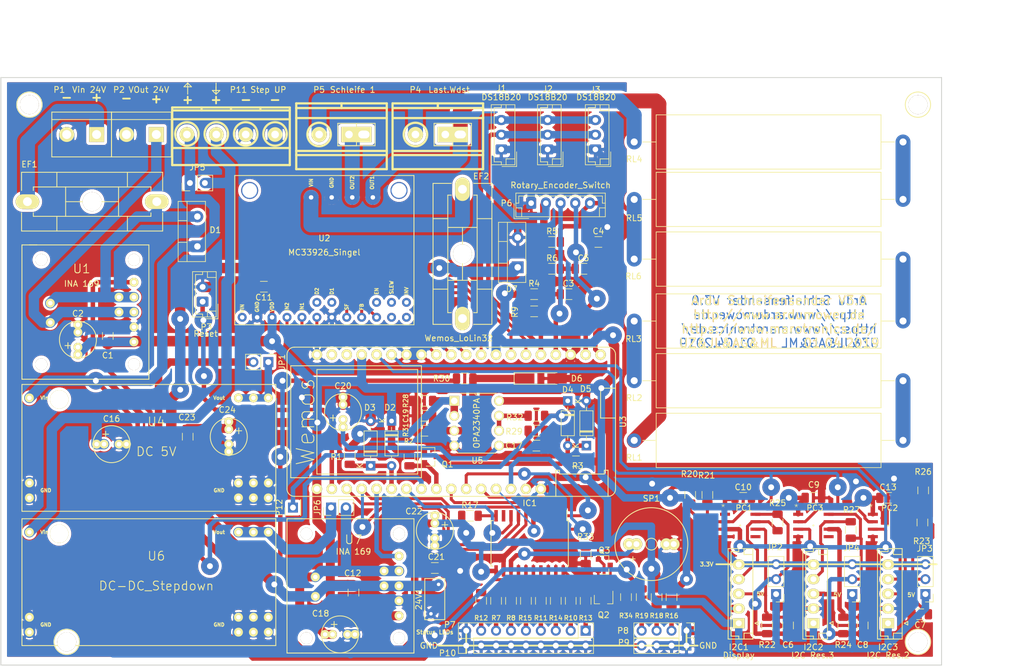
<source format=kicad_pcb>
(kicad_pcb (version 20171130) (host pcbnew "(5.1.0-1-g00a9b662f)")
  (layers (0 F.Cu signal) (31 B.Cu signal) (34 B.Paste user) (35 F.Paste user) (36 B.SilkS user) (37 F.SilkS user) (38 B.Mask user) (39 F.Mask user) (44 Edge.Cuts user))
  (net 0 "")
  (net 1 "Net-(24V1-Pad1)")
  (net 2 +5V)
  (net 3 "Net-(C6-Pad1)")
  (net 4 +3V3)
  (net 5 "Net-(D2-Pad2)")
  (net 6 SDA2)
  (net 7 SCL2)
  (net 8 SDA3)
  (net 9 SCL3)
  (net 10 SCL4)
  (net 11 SDA4)
  (net 12 "Net-(P4-Pad1)")
  (net 13 DC_Wandler_Pin_4)
  (net 14 SCL)
  (net 15 SDA)
  (net 16 Steuer_Pin_Leistungsregelung)
  (net 17 SpannungLeistungsregelung)
  (net 18 "Net-(RL2-Pad1)")
  (net 19 "Net-(P5-Pad1)")
  (net 20 "Net-(RL3-Pad1)")
  (net 21 "Net-(RL4-Pad1)")
  (net 22 "Net-(RL5-Pad1)")
  (net 23 "Net-(D1-Pad2)")
  (net 24 "Net-(P2-Pad1)")
  (net 25 Ladestrom)
  (net 26 IN2)
  (net 27 IN1)
  (net 28 "D2 pwm")
  (net 29 SF)
  (net 30 FB)
  (net 31 EN)
  (net 32 StromLeistungsregelung)
  (net 33 "Net-(EF1-Pad2)")
  (net 34 16V_geregelt)
  (net 35 Reset)
  (net 36 "Net-(IC1-Pad17)")
  (net 37 "Net-(IC1-Pad18)")
  (net 38 "Net-(IC1-Pad16)")
  (net 39 Mover_in_Ladestation)
  (net 40 Summer)
  (net 41 GND)
  (net 42 Taster)
  (net 43 EncoderA)
  (net 44 EncoderB)
  (net 45 "Net-(C7-Pad1)")
  (net 46 "Net-(C8-Pad1)")
  (net 47 "Net-(C16-Pad1)")
  (net 48 "Net-(C17-Pad1)")
  (net 49 "Net-(C18-Pad1)")
  (net 50 "Net-(C19-Pad1)")
  (net 51 LED_SchleifenStatus_Grün)
  (net 52 LED_SchleifenStatus_Gelb)
  (net 53 LED_SchleifenStatus_Rot)
  (net 54 LED_Motortreiber_ÜLast+Temp_Rot)
  (net 55 "Net-(IC1-Pad14)")
  (net 56 "Net-(IC1-Pad15)")
  (net 57 TempSensor)
  (net 58 "Net-(JP1-Pad1)")
  (net 59 "Net-(JP6-Pad1)")
  (net 60 "Net-(P4-Pad2)")
  (net 61 "Net-(P7-Pad1)")
  (net 62 "Net-(P7-Pad2)")
  (net 63 "Net-(P7-Pad3)")
  (net 64 "Net-(P7-Pad4)")
  (net 65 "Net-(P7-Pad5)")
  (net 66 "Net-(P7-Pad8)")
  (net 67 "Net-(P8-Pad2)")
  (net 68 "Net-(P8-Pad3)")
  (net 69 "Net-(P8-Pad4)")
  (net 70 "Net-(R32-Pad2)")
  (net 71 "Net-(RL1-Pad1)")
  (net 72 LevelS.)
  (net 73 "Net-(IC1-Pad13)")
  (net 74 Pin39)
  (net 75 Pin36)
  (net 76 "Net-(P7-Pad7)")
  (net 77 "Net-(P7-Pad6)")
  (net 78 "Net-(P9-Pad4)")
  (net 79 "Net-(IC1-Pad19)")
  (net 80 "Net-(IC1-Pad20)")
  (net 81 "Net-(IC1-Pad10)")
  (net 82 "Net-(Q2-Pad2)")
  (net 83 "Net-(Q2-Pad1)")
  (net 84 +24V)
  (module Resistor_SMD:R_1206_3216Metric (layer F.Cu) (at 221.742 125.73 270)
    (fp_text reference R23 (at 3.175 0.127 180) (layer F.SilkS))
    (fp_text value XXXX)
    (pad 1 smd roundrect (at -1.4 0 270) (size 1.25 1.75) (layers F.Cu F.Paste F.Mask) (roundrect_rratio 0.2) (net 45 "Net-(C7-Pad1)"))
    (pad 2 smd roundrect (at 1.4 0 270) (size 1.25 1.75) (layers F.Cu F.Paste F.Mask) (roundrect_rratio 0.2) (net 8 SDA3))
  )
  (module Zimprich:Elko_vert_11.2x6.3mm_RM2.5_RM5.0 (layer F.Cu) (at 78.105 95.885 90)
    (fp_text reference C2 (at 5.715 0 180) (layer F.SilkS))
    (fp_text value 10uF)
    (pad 2 thru_hole circle (at 3.81 0 90) (size 1.524 1.524) (drill 0.762) (layers *.Cu *.Mask F.SilkS) (net 41 GND))
    (pad 1 thru_hole circle (at -1.27 0 90) (size 1.524 1.524) (drill 0.762) (layers *.Cu *.Mask F.SilkS) (net 4 +3V3))
    (pad 1 thru_hole circle (at 0 0 90) (size 1.50114 1.50114) (drill 0.8001) (layers *.Cu *.Mask F.SilkS) (net 4 +3V3))
    (pad 2 thru_hole circle (at 2.54 0 90) (size 1.50114 1.50114) (drill 0.8001) (layers *.Cu *.Mask F.SilkS) (net 41 GND))
  )
  (module Zimprich:Elko_vert_11.2x6.3mm_RM2.5_RM5.0 (layer F.Cu) (at 103.759 109.855 270)
    (fp_text reference C24 (at -3.302 0.254) (layer F.SilkS))
    (fp_text value 10uF/16V)
    (pad 2 thru_hole circle (at 3.81 0 270) (size 1.524 1.524) (drill 0.762) (layers *.Cu *.Mask F.SilkS) (net 41 GND))
    (pad 1 thru_hole circle (at -1.27 0 270) (size 1.524 1.524) (drill 0.762) (layers *.Cu *.Mask F.SilkS) (net 4 +3V3))
    (pad 1 thru_hole circle (at 0 0 270) (size 1.50114 1.50114) (drill 0.8001) (layers *.Cu *.Mask F.SilkS) (net 4 +3V3))
    (pad 2 thru_hole circle (at 2.54 0 270) (size 1.50114 1.50114) (drill 0.8001) (layers *.Cu *.Mask F.SilkS) (net 41 GND))
  )
  (module Zimprich:Elko_vert_11.2x6.3mm_RM2.5_RM5.0 (layer F.Cu) (at 82.55 112.395)
    (fp_text reference C16 (at 1.27 -4.318) (layer F.SilkS))
    (fp_text value 220uF/63V)
    (pad 2 thru_hole circle (at 3.81 0) (size 1.524 1.524) (drill 0.762) (layers *.Cu *.Mask F.SilkS) (net 41 GND))
    (pad 1 thru_hole circle (at -1.27 0) (size 1.524 1.524) (drill 0.762) (layers *.Cu *.Mask F.SilkS) (net 47 "Net-(C16-Pad1)"))
    (pad 1 thru_hole circle (at 0 0) (size 1.50114 1.50114) (drill 0.8001) (layers *.Cu *.Mask F.SilkS) (net 47 "Net-(C16-Pad1)"))
    (pad 2 thru_hole circle (at 2.54 0) (size 1.50114 1.50114) (drill 0.8001) (layers *.Cu *.Mask F.SilkS) (net 41 GND))
  )
  (module Zimprich:Elko_vert_11.2x6.3mm_RM2.5_RM5.0 (layer F.Cu) (at 121.412 144.78)
    (fp_text reference C18 (at -2.032 -3.556) (layer F.SilkS))
    (fp_text value 220uF/63V)
    (pad 2 thru_hole circle (at 3.81 0) (size 1.524 1.524) (drill 0.762) (layers *.Cu *.Mask F.SilkS) (net 41 GND))
    (pad 1 thru_hole circle (at -1.27 0) (size 1.524 1.524) (drill 0.762) (layers *.Cu *.Mask F.SilkS) (net 49 "Net-(C18-Pad1)"))
    (pad 1 thru_hole circle (at 0 0) (size 1.50114 1.50114) (drill 0.8001) (layers *.Cu *.Mask F.SilkS) (net 49 "Net-(C18-Pad1)"))
    (pad 2 thru_hole circle (at 2.54 0) (size 1.50114 1.50114) (drill 0.8001) (layers *.Cu *.Mask F.SilkS) (net 41 GND))
  )
  (module Zimprich:Elko_vert_11.2x6.3mm_RM2.5_RM5.0 (layer F.Cu) (at 138.811 125.857 270)
    (fp_text reference C22 (at -2.032 3.556) (layer F.SilkS))
    (fp_text value 10uF/16V)
    (pad 2 thru_hole circle (at 3.81 0 270) (size 1.524 1.524) (drill 0.762) (layers *.Cu *.Mask F.SilkS) (net 41 GND))
    (pad 1 thru_hole circle (at -1.27 0 270) (size 1.524 1.524) (drill 0.762) (layers *.Cu *.Mask F.SilkS) (net 2 +5V))
    (pad 1 thru_hole circle (at 0 0 270) (size 1.50114 1.50114) (drill 0.8001) (layers *.Cu *.Mask F.SilkS) (net 2 +5V))
    (pad 2 thru_hole circle (at 2.54 0 270) (size 1.50114 1.50114) (drill 0.8001) (layers *.Cu *.Mask F.SilkS) (net 41 GND))
  )
  (module Zimprich:LoLin_32_Board (layer F.Cu) (at 142.875 108.585 90)
    (fp_text reference U3 (at 0 27.94 90) (layer F.SilkS))
    (fp_text value Wemos_LoLin32 (at 14.224 0) (layer F.SilkS))
    (fp_text user Wemos (at 0 -26.035 90) (layer F.SilkS) (effects (font (size 3 3))))
    (pad 36 thru_hole circle (at 11.43 24.13 90) (size 1.8 1.8) (drill 1.016) (layers *.Cu *.Mask F.SilkS) (net 43 EncoderA))
    (pad 35 thru_hole circle (at 11.43 21.59 90) (size 1.8 1.8) (drill 1.016) (layers *.Cu *.Mask F.SilkS) (net 44 EncoderB))
    (pad 34 thru_hole circle (at 11.43 19.05 90) (size 1.8 1.8) (drill 1.016) (layers *.Cu *.Mask F.SilkS) (net 41 GND))
    (pad 33 thru_hole circle (at 11.43 16.51 90) (size 1.8 1.8) (drill 1.016) (layers *.Cu *.Mask F.SilkS) (net 42 Taster))
    (pad 32 thru_hole circle (at 11.43 13.97 90) (size 1.8 1.8) (drill 1.016) (layers *.Cu *.Mask F.SilkS) (net 57 TempSensor))
    (pad 31 thru_hole circle (at 11.43 11.43 90) (size 1.8 1.8) (drill 1.016) (layers *.Cu *.Mask F.SilkS) (net 29 SF))
    (pad 30 thru_hole circle (at 11.43 8.89 90) (size 1.8 1.8) (drill 1.016) (layers *.Cu *.Mask F.SilkS) (net 30 FB))
    (pad 29 thru_hole circle (at 11.43 6.35 90) (size 1.8 1.8) (drill 1.016) (layers *.Cu *.Mask F.SilkS) (net 4 +3V3))
    (pad 28 thru_hole circle (at 11.43 3.81 90) (size 1.8 1.8) (drill 1.016) (layers *.Cu *.Mask F.SilkS) (net 31 EN))
    (pad 27 thru_hole circle (at 11.43 1.27 90) (size 1.8 1.8) (drill 1.016) (layers *.Cu *.Mask F.SilkS) (net 28 "D2 pwm"))
    (pad 26 thru_hole circle (at 11.43 -1.27 90) (size 1.8 1.8) (drill 1.016) (layers *.Cu *.Mask F.SilkS) (net 27 IN1))
    (pad 25 thru_hole circle (at 11.43 -3.81 90) (size 1.8 1.8) (drill 1.016) (layers *.Cu *.Mask F.SilkS) (net 26 IN2))
    (pad 16 thru_hole circle (at -11.43 13.97 90) (size 1.8 1.8) (drill 1.016) (layers *.Cu *.Mask F.SilkS) (net 41 GND))
    (pad 15 thru_hole circle (at -11.43 11.43 90) (size 1.8 1.8) (drill 1.016) (layers *.Cu *.Mask F.SilkS) (net 2 +5V))
    (pad 14 thru_hole circle (at -11.43 8.89 90) (size 1.8 1.8) (drill 1.016) (layers *.Cu *.Mask F.SilkS) (net 39 Mover_in_Ladestation))
    (pad 13 thru_hole circle (at -11.43 6.35 90) (size 1.8 1.8) (drill 1.016) (layers *.Cu *.Mask F.SilkS) (net 54 LED_Motortreiber_ÜLast+Temp_Rot))
    (pad 12 thru_hole circle (at -11.43 3.81 90) (size 1.8 1.8) (drill 1.016) (layers *.Cu *.Mask F.SilkS) (net 52 LED_SchleifenStatus_Gelb))
    (pad 11 thru_hole circle (at -11.43 1.27 90) (size 1.8 1.8) (drill 1.016) (layers *.Cu *.Mask F.SilkS) (net 51 LED_SchleifenStatus_Grün))
    (pad 10 thru_hole circle (at -11.43 -1.27 90) (size 1.8 1.8) (drill 1.016) (layers *.Cu *.Mask F.SilkS) (net 53 LED_SchleifenStatus_Rot))
    (pad 9 thru_hole circle (at -11.43 -3.81 90) (size 1.8 1.8) (drill 1.016) (layers *.Cu *.Mask F.SilkS) (net 72 LevelS.))
    (pad 8 thru_hole circle (at -11.43 -6.35 90) (size 1.8 1.8) (drill 1.016) (layers *.Cu *.Mask F.SilkS) (net 25 Ladestrom))
    (pad 7 thru_hole circle (at -11.43 -8.89 90) (size 1.8 1.8) (drill 1.016) (layers *.Cu *.Mask F.SilkS) (net 40 Summer))
    (pad 6 thru_hole circle (at -11.43 -11.43 90) (size 1.8 1.8) (drill 1.016) (layers *.Cu *.Mask F.SilkS) (net 5 "Net-(D2-Pad2)"))
    (pad 5 thru_hole circle (at -11.43 -13.97 90) (size 1.8 1.8) (drill 1.016) (layers *.Cu *.Mask F.SilkS) (net 32 StromLeistungsregelung))
    (pad 4 thru_hole circle (at -11.43 -16.51 90) (size 1.8 1.8) (drill 1.016) (layers *.Cu *.Mask F.SilkS) (net 74 Pin39))
    (pad 3 thru_hole circle (at -11.43 -19.05 90) (size 1.8 1.8) (drill 1.016) (layers *.Cu *.Mask F.SilkS) (net 75 Pin36))
    (pad 2 thru_hole circle (at -11.43 -21.59 90) (size 1.8 1.8) (drill 1.016) (layers *.Cu *.Mask F.SilkS) (net 35 Reset))
    (pad 1 thru_hole circle (at -11.43 -24.13 90) (size 1.8 1.8) (drill 1.016) (layers *.Cu *.Mask F.SilkS) (net 4 +3V3))
    (pad 24 thru_hole circle (at 11.43 -6.35 90) (size 1.8 1.8) (drill 1.016) (layers *.Cu *.Mask F.SilkS) (net 41 GND))
    (pad 23 thru_hole circle (at 11.43 -8.89 90) (size 1.8 1.8) (drill 1.016) (layers *.Cu *.Mask F.SilkS) (net 41 GND))
    (pad 22 thru_hole circle (at 11.43 -11.43 90) (size 1.8 1.8) (drill 1.016) (layers *.Cu *.Mask F.SilkS) (net 15 SDA))
    (pad 21 thru_hole circle (at 11.43 -13.97 90) (size 1.8 1.8) (drill 1.016) (layers *.Cu *.Mask F.SilkS) (net 14 SCL))
    (pad 20 thru_hole circle (at 11.43 -16.51 90) (size 1.8 1.8) (drill 1.016) (layers *.Cu *.Mask F.SilkS) (net 4 +3V3))
    (pad 19 thru_hole circle (at 11.43 -19.05 90) (size 1.8 1.8) (drill 1.016) (layers *.Cu *.Mask F.SilkS))
    (pad 18 thru_hole circle (at 11.43 -21.59 90) (size 1.8 1.8) (drill 1.016) (layers *.Cu *.Mask F.SilkS))
    (pad 17 thru_hole circle (at 11.43 -24.13 90) (size 1.8 1.8) (drill 1.016) (layers *.Cu *.Mask F.SilkS) (net 41 GND))
  )
  (module Zimprich:Elko_vert_11.2x6.3mm_RM2.5_RM5.0 (layer F.Cu) (at 123.19 108.204 90)
    (fp_text reference C20 (at 5.715 0 180) (layer F.SilkS))
    (fp_text value 47uF/16V)
    (pad 2 thru_hole circle (at 3.81 0 90) (size 1.524 1.524) (drill 0.762) (layers *.Cu *.Mask F.SilkS) (net 41 GND))
    (pad 1 thru_hole circle (at -1.27 0 90) (size 1.524 1.524) (drill 0.762) (layers *.Cu *.Mask F.SilkS) (net 48 "Net-(C17-Pad1)"))
    (pad 1 thru_hole circle (at 0 0 90) (size 1.50114 1.50114) (drill 0.8001) (layers *.Cu *.Mask F.SilkS) (net 48 "Net-(C17-Pad1)"))
    (pad 2 thru_hole circle (at 2.54 0 90) (size 1.50114 1.50114) (drill 0.8001) (layers *.Cu *.Mask F.SilkS) (net 41 GND))
  )
  (module Zimprich:opa2340 (layer F.Cu) (at 149.733 112.649)
    (fp_text reference U5 (at -3.683 2.54) (layer F.SilkS))
    (fp_text value OPA2340PA (at -3.81 -3.81 -90) (layer F.SilkS))
    (pad 1 thru_hole rect (at -7.62 -7.62) (size 1.6764 1.6764) (drill 1.1176) (layers *.Cu *.Mask F.SilkS) (net 17 SpannungLeistungsregelung))
    (pad 2 thru_hole circle (at -7.62 -5.08) (size 1.6764 1.6764) (drill 1.1176) (layers *.Cu *.Mask F.SilkS) (net 17 SpannungLeistungsregelung))
    (pad 3 thru_hole circle (at -7.62 -2.54) (size 1.6764 1.6764) (drill 1.1176) (layers *.Cu *.Mask F.SilkS) (net 50 "Net-(C19-Pad1)"))
    (pad 4 thru_hole circle (at -7.62 0) (size 1.6764 1.6764) (drill 1.1176) (layers *.Cu *.Mask F.SilkS) (net 41 GND))
    (pad 5 thru_hole circle (at 0 0) (size 1.6764 1.6764) (drill 1.1176) (layers *.Cu *.Mask F.SilkS) (net 48 "Net-(C17-Pad1)"))
    (pad 6 thru_hole circle (at 0 -2.54) (size 1.6764 1.6764) (drill 1.1176) (layers *.Cu *.Mask F.SilkS) (net 70 "Net-(R32-Pad2)"))
    (pad 7 thru_hole circle (at 0 -5.08) (size 1.6764 1.6764) (drill 1.1176) (layers *.Cu *.Mask F.SilkS) (net 70 "Net-(R32-Pad2)"))
    (pad 8 thru_hole circle (at 0 -7.62) (size 1.6764 1.6764) (drill 1.1176) (layers *.Cu *.Mask F.SilkS) (net 2 +5V))
  )
  (module Resistor_THT:R_Axial_Power_L38.0mm_W9.0mm_P45.72mm (layer F.Cu) (at 172.72 101.6)
    (fp_text reference RL2 (at 0 2.921) (layer F.SilkS))
    (fp_text value "2,2R 9W")
    (pad 2 thru_hole oval (at 45.72 0) (size 2.4 2.4) (drill 1.2) (layers *.Cu *.Mask) (net 71 "Net-(RL1-Pad1)"))
    (pad 1 thru_hole circle (at 0 0) (size 2.4 2.4) (drill 1.2) (layers *.Cu *.Mask) (net 18 "Net-(RL2-Pad1)"))
  )
  (module Zimprich:Bohrloch_3,2mm (layer F.Cu) (at 220.98 146.05)
    (fp_text reference B3 hide)
    (fp_text value Bohrloch_3,2mm hide)
    (pad 1 thru_hole circle (at 0 0) (size 3.2 3.2) (drill 3.2) (layers *.Cu *.Mask F.SilkS))
  )
  (module Resistor_SMD:R_1206_3216Metric (layer F.Cu) (at 209.55 127 90)
    (fp_text reference R27 (at 3.429 0.127) (layer F.SilkS))
    (fp_text value 10K)
    (pad 2 smd roundrect (at 1.4 0 90) (size 1.25 1.75) (layers F.Cu F.Paste F.Mask) (roundrect_rratio 0.2) (net 10 SCL4))
    (pad 1 smd roundrect (at -1.4 0 90) (size 1.25 1.75) (layers F.Cu F.Paste F.Mask) (roundrect_rratio 0.2) (net 46 "Net-(C8-Pad1)"))
  )
  (module Zimprich:Anschlussklemme_2P_RM5,08 (layer F.Cu) (at 88.9 59.69 180)
    (fp_text reference P2 (at 3.81 7.62 180) (layer F.SilkS))
    (fp_text value "VOut 24V" (at -1.27 7.62 180) (layer F.SilkS))
    (pad 2 thru_hole circle (at 2.54 0 180) (size 2.54 2.54) (drill 1.524) (layers *.Cu *.Mask F.SilkS) (net 41 GND))
    (pad 1 thru_hole rect (at -2.54 0 180) (size 2.54 2.54) (drill 1.524) (layers *.Cu *.Mask F.SilkS) (net 24 "Net-(P2-Pad1)"))
  )
  (module Varistor:RV_Disc_D7mm_W3.4mm_P5mm (layer F.Cu) (at 139.446 136.271 270)
    (fp_text reference 24V1 (at 2.5 3.35 270) (layer F.SilkS))
    (fp_text value VR hide)
    (pad 1 thru_hole circle (at 0 0 270) (size 1.6 1.6) (drill 0.6) (layers *.Cu *.Mask) (net 1 "Net-(24V1-Pad1)"))
    (pad 2 thru_hole circle (at 5 1.3 270) (size 1.6 1.6) (drill 0.6) (layers *.Cu *.Mask) (net 41 GND))
  )
  (module Zimprich:Bohrloch_3,2mm (layer F.Cu) (at 220.98 54.61)
    (fp_text reference B1 hide)
    (fp_text value Bohrloch_3,2mm hide)
    (pad 1 thru_hole circle (at 0 0) (size 3.2 3.2) (drill 3.2) (layers *.Cu *.Mask F.SilkS))
  )
  (module Zimprich:Bohrloch_3,2mm (layer F.Cu) (at 69.85 54.61)
    (fp_text reference B2 hide)
    (fp_text value Bohrloch_3,2mm hide)
    (pad 1 thru_hole circle (at 0 0) (size 3.2 3.2) (drill 3.2) (layers *.Cu *.Mask F.SilkS))
  )
  (module Zimprich:Bohrloch_3,2mm (layer F.Cu) (at 76.2 146.05)
    (fp_text reference B4 hide)
    (fp_text value Bohrloch_3,2mm hide)
    (pad 1 thru_hole circle (at 0 0) (size 3.2 3.2) (drill 3.2) (layers *.Cu *.Mask F.SilkS))
  )
  (module Capacitor_SMD:C_1206_3216Metric (layer F.Cu) (at 83.185 93.98 90)
    (fp_text reference C1 (at -3.302 0) (layer F.SilkS))
    (fp_text value 100nF)
    (pad 2 smd roundrect (at 1.4 0 90) (size 1.25 1.75) (layers F.Cu F.Paste F.Mask) (roundrect_rratio 0.2) (net 41 GND))
    (pad 1 smd roundrect (at -1.4 0 90) (size 1.25 1.75) (layers F.Cu F.Paste F.Mask) (roundrect_rratio 0.2) (net 4 +3V3))
  )
  (module Capacitor_SMD:C_1206_3216Metric (layer F.Cu) (at 161.544 86.868)
    (fp_text reference C3 (at 0 -1.82) (layer F.SilkS))
    (fp_text value 10nF)
    (pad 1 smd roundrect (at -1.4 0) (size 1.25 1.75) (layers F.Cu F.Paste F.Mask) (roundrect_rratio 0.2) (net 42 Taster))
    (pad 2 smd roundrect (at 1.4 0) (size 1.25 1.75) (layers F.Cu F.Paste F.Mask) (roundrect_rratio 0.2) (net 41 GND))
  )
  (module Capacitor_SMD:C_1206_3216Metric (layer F.Cu) (at 166.624 77.978)
    (fp_text reference C4 (at 0 -1.82) (layer F.SilkS))
    (fp_text value 10nF)
    (pad 1 smd roundrect (at -1.4 0) (size 1.25 1.75) (layers F.Cu F.Paste F.Mask) (roundrect_rratio 0.2) (net 43 EncoderA))
    (pad 2 smd roundrect (at 1.4 0) (size 1.25 1.75) (layers F.Cu F.Paste F.Mask) (roundrect_rratio 0.2) (net 41 GND))
  )
  (module Capacitor_SMD:C_1206_3216Metric (layer F.Cu) (at 164.084 82.55)
    (fp_text reference C5 (at 0 -1.82) (layer F.SilkS))
    (fp_text value 10nF)
    (pad 2 smd roundrect (at 1.4 0) (size 1.25 1.75) (layers F.Cu F.Paste F.Mask) (roundrect_rratio 0.2) (net 41 GND))
    (pad 1 smd roundrect (at -1.4 0) (size 1.25 1.75) (layers F.Cu F.Paste F.Mask) (roundrect_rratio 0.2) (net 44 EncoderB))
  )
  (module Capacitor_SMD:C_1206_3216Metric (layer F.Cu) (at 198.882 143.256 90)
    (fp_text reference C6 (at -3.302 0) (layer F.SilkS))
    (fp_text value 100nF hide)
    (pad 1 smd roundrect (at -1.4 0 90) (size 1.25 1.75) (layers F.Cu F.Paste F.Mask) (roundrect_rratio 0.2) (net 3 "Net-(C6-Pad1)"))
    (pad 2 smd roundrect (at 1.4 0 90) (size 1.25 1.75) (layers F.Cu F.Paste F.Mask) (roundrect_rratio 0.2) (net 41 GND))
  )
  (module Capacitor_SMD:C_1206_3216Metric (layer F.Cu) (at 221.361 141.351 180)
    (fp_text reference C7 (at 0 -1.82 180) (layer F.SilkS))
    (fp_text value 100nF)
    (pad 2 smd roundrect (at 1.4 0 180) (size 1.25 1.75) (layers F.Cu F.Paste F.Mask) (roundrect_rratio 0.2) (net 41 GND))
    (pad 1 smd roundrect (at -1.4 0 180) (size 1.25 1.75) (layers F.Cu F.Paste F.Mask) (roundrect_rratio 0.2) (net 45 "Net-(C7-Pad1)"))
  )
  (module Capacitor_SMD:C_1206_3216Metric (layer F.Cu) (at 211.582 143.256 90)
    (fp_text reference C8 (at -3.302 0) (layer F.SilkS))
    (fp_text value 100nF)
    (pad 1 smd roundrect (at -1.4 0 90) (size 1.25 1.75) (layers F.Cu F.Paste F.Mask) (roundrect_rratio 0.2) (net 46 "Net-(C8-Pad1)"))
    (pad 2 smd roundrect (at 1.4 0 90) (size 1.25 1.75) (layers F.Cu F.Paste F.Mask) (roundrect_rratio 0.2) (net 41 GND))
  )
  (module Capacitor_SMD:C_1206_3216Metric (layer F.Cu) (at 203.2 121.539)
    (fp_text reference C9 (at 0.072999 -2.230001) (layer F.SilkS))
    (fp_text value 100nF)
    (pad 2 smd roundrect (at 1.4 0) (size 1.25 1.75) (layers F.Cu F.Paste F.Mask) (roundrect_rratio 0.2) (net 41 GND))
    (pad 1 smd roundrect (at -1.4 0) (size 1.25 1.75) (layers F.Cu F.Paste F.Mask) (roundrect_rratio 0.2) (net 4 +3V3))
  )
  (module Capacitor_SMD:C_1206_3216Metric (layer F.Cu) (at 191.262 121.539)
    (fp_text reference C10 (at 0 -1.82) (layer F.SilkS))
    (fp_text value 100nF)
    (pad 1 smd roundrect (at -1.4 0) (size 1.25 1.75) (layers F.Cu F.Paste F.Mask) (roundrect_rratio 0.2) (net 4 +3V3))
    (pad 2 smd roundrect (at 1.4 0) (size 1.25 1.75) (layers F.Cu F.Paste F.Mask) (roundrect_rratio 0.2) (net 41 GND))
  )
  (module Capacitor_SMD:C_1206_3216Metric (layer F.Cu) (at 109.728 85.598 180)
    (fp_text reference C11 (at 0 -1.82 180) (layer F.SilkS))
    (fp_text value 100nF)
    (pad 1 smd roundrect (at -1.4 0 180) (size 1.25 1.75) (layers F.Cu F.Paste F.Mask) (roundrect_rratio 0.2) (net 4 +3V3))
    (pad 2 smd roundrect (at 1.4 0 180) (size 1.25 1.75) (layers F.Cu F.Paste F.Mask) (roundrect_rratio 0.2) (net 41 GND))
  )
  (module Capacitor_SMD:C_1206_3216Metric (layer F.Cu) (at 124.968 137.668 270)
    (fp_text reference C12 (at -3.302 0.127 180) (layer F.SilkS))
    (fp_text value 100nF)
    (pad 1 smd roundrect (at -1.4 0 270) (size 1.25 1.75) (layers F.Cu F.Paste F.Mask) (roundrect_rratio 0.2) (net 4 +3V3))
    (pad 2 smd roundrect (at 1.4 0 270) (size 1.25 1.75) (layers F.Cu F.Paste F.Mask) (roundrect_rratio 0.2) (net 41 GND))
  )
  (module Capacitor_SMD:C_1206_3216Metric (layer F.Cu) (at 215.9 121.539)
    (fp_text reference C13 (at 0 -1.82) (layer F.SilkS))
    (fp_text value 100nF)
    (pad 1 smd roundrect (at -1.4 0) (size 1.25 1.75) (layers F.Cu F.Paste F.Mask) (roundrect_rratio 0.2) (net 4 +3V3))
    (pad 2 smd roundrect (at 1.4 0) (size 1.25 1.75) (layers F.Cu F.Paste F.Mask) (roundrect_rratio 0.2) (net 41 GND))
  )
  (module Capacitor_SMD:C_1206_3216Metric (layer F.Cu) (at 156.086 112.649)
    (fp_text reference C17 (at -3.813 0) (layer F.SilkS))
    (fp_text value 220nF)
    (pad 2 smd roundrect (at 1.4 0) (size 1.25 1.75) (layers F.Cu F.Paste F.Mask) (roundrect_rratio 0.2) (net 41 GND))
    (pad 1 smd roundrect (at -1.4 0) (size 1.25 1.75) (layers F.Cu F.Paste F.Mask) (roundrect_rratio 0.2) (net 48 "Net-(C17-Pad1)"))
  )
  (module Capacitor_SMD:C_1206_3216Metric (layer F.Cu) (at 137.033 107.569 180)
    (fp_text reference C19 (at 3.175 0 270) (layer F.SilkS) (effects (font (size 0.8 0.8))))
    (fp_text value 47pP)
    (pad 2 smd roundrect (at 1.4 0 180) (size 1.25 1.75) (layers F.Cu F.Paste F.Mask) (roundrect_rratio 0.2) (net 41 GND))
    (pad 1 smd roundrect (at -1.4 0 180) (size 1.25 1.75) (layers F.Cu F.Paste F.Mask) (roundrect_rratio 0.2) (net 50 "Net-(C19-Pad1)"))
  )
  (module Capacitor_SMD:C_1206_3216Metric (layer F.Cu) (at 138.811 133.477)
    (fp_text reference C21 (at 0.254 -1.905) (layer F.SilkS))
    (fp_text value 100nF)
    (pad 2 smd roundrect (at 1.4 0) (size 1.25 1.75) (layers F.Cu F.Paste F.Mask) (roundrect_rratio 0.2) (net 41 GND))
    (pad 1 smd roundrect (at -1.4 0) (size 1.25 1.75) (layers F.Cu F.Paste F.Mask) (roundrect_rratio 0.2) (net 2 +5V))
  )
  (module Capacitor_SMD:C_1206_3216Metric (layer F.Cu) (at 96.774 111.125 270)
    (fp_text reference C23 (at -3.302 0.127 180) (layer F.SilkS))
    (fp_text value 100nF)
    (pad 2 smd roundrect (at 1.4 0 270) (size 1.25 1.75) (layers F.Cu F.Paste F.Mask) (roundrect_rratio 0.2) (net 41 GND))
    (pad 1 smd roundrect (at -1.4 0 270) (size 1.25 1.75) (layers F.Cu F.Paste F.Mask) (roundrect_rratio 0.2) (net 4 +3V3))
  )
  (module Package_TO_SOT_THT:TO-220-2_Vertical (layer F.Cu) (at 98.425 78.74 90)
    (fp_text reference D1 (at 2.794 3.048) (layer F.SilkS))
    (fp_text value "MBR 1045")
    (pad 2 thru_hole oval (at 5.08 0 90) (size 2 2) (drill 1.1) (layers *.Cu *.Mask) (net 23 "Net-(D1-Pad2)"))
    (pad 1 thru_hole rect (at 0 0 90) (size 2 2) (drill 1.1) (layers *.Cu *.Mask) (net 84 +24V))
  )
  (module Diode_THT:D_DO-35_SOD27_P7.62mm_Horizontal (layer F.Cu) (at 131.445 108.458 270)
    (fp_text reference D2 (at -2.286 0.254 180) (layer F.SilkS))
    (fp_text value 1N4148)
    (fp_text user K (at -0.127 1.524 270) (layer F.SilkS))
    (pad 2 thru_hole oval (at 7.62 0 270) (size 1.6 1.6) (drill 0.8) (layers *.Cu *.Mask) (net 5 "Net-(D2-Pad2)"))
    (pad 1 thru_hole rect (at 0 0 270) (size 1.6 1.6) (drill 0.8) (layers *.Cu *.Mask) (net 4 +3V3))
  )
  (module Diode_THT:D_DO-35_SOD27_P7.62mm_Horizontal (layer F.Cu) (at 127.889 116.078 90)
    (fp_text reference D3 (at 9.906 -0.127) (layer F.SilkS))
    (fp_text value 1N4148)
    (fp_text user K (at 0 -1.8 90) (layer F.SilkS))
    (pad 1 thru_hole rect (at 0 0 90) (size 1.6 1.6) (drill 0.8) (layers *.Cu *.Mask) (net 5 "Net-(D2-Pad2)"))
    (pad 2 thru_hole oval (at 7.62 0 90) (size 1.6 1.6) (drill 0.8) (layers *.Cu *.Mask) (net 41 GND))
  )
  (module Diode_THT:D_DO-35_SOD27_P7.62mm_Horizontal (layer F.Cu) (at 161.417 105.029 270)
    (fp_text reference D4 (at -1.905 0 180) (layer F.SilkS))
    (fp_text value 1N4148)
    (fp_text user K (at 0 -1.8 270) (layer F.SilkS))
    (pad 2 thru_hole oval (at 7.62 0 270) (size 1.6 1.6) (drill 0.8) (layers *.Cu *.Mask) (net 16 Steuer_Pin_Leistungsregelung))
    (pad 1 thru_hole rect (at 0 0 270) (size 1.6 1.6) (drill 0.8) (layers *.Cu *.Mask) (net 2 +5V))
  )
  (module Diode_THT:D_DO-35_SOD27_P7.62mm_Horizontal (layer F.Cu) (at 164.592 112.649 90)
    (fp_text reference D5 (at 9.652 -0.127) (layer F.SilkS))
    (fp_text value 1N4148)
    (fp_text user K (at 0 -1.8 90) (layer F.SilkS))
    (pad 1 thru_hole rect (at 0 0 90) (size 1.6 1.6) (drill 0.8) (layers *.Cu *.Mask) (net 16 Steuer_Pin_Leistungsregelung))
    (pad 2 thru_hole oval (at 7.62 0 90) (size 1.6 1.6) (drill 0.8) (layers *.Cu *.Mask) (net 41 GND))
  )
  (module Diode_SMD:D_MiniMELF_Handsoldering (layer F.Cu) (at 156.845 101.219)
    (fp_text reference D6 (at 6.096 0) (layer F.SilkS))
    (fp_text value ZPD5,1V)
    (pad 1 smd rect (at -2.75 0) (size 3.3 1.7) (layers F.Cu F.Paste F.Mask) (net 50 "Net-(C19-Pad1)"))
    (pad 2 smd rect (at 2.75 0) (size 3.3 1.7) (layers F.Cu F.Paste F.Mask) (net 41 GND))
  )
  (module Package_TO_SOT_THT:TO-220-2_Vertical (layer F.Cu) (at 152.908 82.296 90)
    (fp_text reference D7 (at -3.683 -1.016) (layer F.SilkS))
    (fp_text value "MBR 1045")
    (pad 1 thru_hole rect (at 0 0 90) (size 2 2) (drill 1.1) (layers *.Cu *.Mask) (net 1 "Net-(24V1-Pad1)"))
    (pad 2 thru_hole oval (at 5.08 0 90) (size 2 2) (drill 1.1) (layers *.Cu *.Mask) (net 41 GND))
  )
  (module Zimprich:Fuseholder_Reichelt_PL112000 (layer F.Cu) (at 80.518 71.12 180)
    (fp_text reference EF1 (at 10.668 6.35 180) (layer F.SilkS))
    (fp_text value F_5A hide)
    (pad ~ thru_hole circle (at 0 0 180) (size 3.2 3.2) (drill 3.2) (layers *.Cu *.Mask F.SilkS))
    (pad 1 thru_hole oval (at -11.00074 0 90) (size 2.49936 4.0005) (drill 1.50114) (layers *.Cu *.Mask F.SilkS) (net 23 "Net-(D1-Pad2)"))
    (pad 2 thru_hole oval (at 11.00074 0 90) (size 2.49936 4.0005) (drill 1.50114) (layers *.Cu *.Mask F.SilkS) (net 33 "Net-(EF1-Pad2)"))
  )
  (module Zimprich:Fuseholder_Reichelt_PL112000 (layer F.Cu) (at 143.51 80.01 270)
    (fp_text reference EF2 (at -13.208 -3.175) (layer F.SilkS))
    (fp_text value ???? hide)
    (pad 2 thru_hole oval (at 11.00074 0 180) (size 2.49936 4.0005) (drill 1.50114) (layers *.Cu *.Mask F.SilkS) (net 1 "Net-(24V1-Pad1)"))
    (pad 1 thru_hole oval (at -11.00074 0 180) (size 2.49936 4.0005) (drill 1.50114) (layers *.Cu *.Mask F.SilkS) (net 34 16V_geregelt))
    (pad ~ thru_hole circle (at 0 0 270) (size 3.2 3.2) (drill 3.2) (layers *.Cu *.Mask F.SilkS))
  )
  (module Zimprich:JST_EH_B05B-EH-A_05x2.50mm_Straight (layer F.Cu) (at 190.5 142.875 90)
    (fp_text reference I2C1 (at -4.064 0 -180) (layer F.SilkS))
    (fp_text value Display (at -5.461 0 -180) (layer F.SilkS))
    (pad 1 thru_hole rect (at 0 0 90) (size 1.72 2.032) (drill 1.016) (layers *.Cu *.Mask F.SilkS) (net 2 +5V))
    (pad 2 thru_hole oval (at 2.5 0 90) (size 1.72 2.032) (drill 1.016) (layers *.Cu *.Mask F.SilkS) (net 41 GND))
    (pad 3 thru_hole oval (at 5 0 90) (size 1.72 2.032) (drill 1.016) (layers *.Cu *.Mask F.SilkS) (net 6 SDA2))
    (pad 4 thru_hole oval (at 7.5 0 90) (size 1.72 2.032) (drill 1.016) (layers *.Cu *.Mask F.SilkS) (net 7 SCL2))
    (pad 5 thru_hole oval (at 10 0 90) (size 1.72 2.032) (drill 1.016) (layers *.Cu *.Mask F.SilkS) (net 4 +3V3))
  )
  (module Zimprich:JST_EH_B05B-EH-A_05x2.50mm_Straight (layer F.Cu) (at 203.2 142.875 90)
    (fp_text reference I2C2 (at -4.064 0 -180) (layer F.SilkS))
    (fp_text value "I2C Res.3" (at -5.461 -0.127 -180) (layer F.SilkS))
    (pad 1 thru_hole rect (at 0 0 90) (size 1.72 2.032) (drill 1.016) (layers *.Cu *.Mask F.SilkS) (net 2 +5V))
    (pad 2 thru_hole oval (at 2.5 0 90) (size 1.72 2.032) (drill 1.016) (layers *.Cu *.Mask F.SilkS) (net 41 GND))
    (pad 3 thru_hole oval (at 5 0 90) (size 1.72 2.032) (drill 1.016) (layers *.Cu *.Mask F.SilkS) (net 11 SDA4))
    (pad 4 thru_hole oval (at 7.5 0 90) (size 1.72 2.032) (drill 1.016) (layers *.Cu *.Mask F.SilkS) (net 10 SCL4))
    (pad 5 thru_hole oval (at 10 0 90) (size 1.72 2.032) (drill 1.016) (layers *.Cu *.Mask F.SilkS) (net 4 +3V3))
  )
  (module Zimprich:JST_EH_B05B-EH-A_05x2.50mm_Straight (layer F.Cu) (at 215.9 142.875 90)
    (fp_text reference I2C3 (at -4.064 0 -180) (layer F.SilkS))
    (fp_text value "I2C Res.2" (at -5.461 0 -180) (layer F.SilkS))
    (pad 5 thru_hole oval (at 10 0 90) (size 1.72 2.032) (drill 1.016) (layers *.Cu *.Mask F.SilkS) (net 4 +3V3))
    (pad 4 thru_hole oval (at 7.5 0 90) (size 1.72 2.032) (drill 1.016) (layers *.Cu *.Mask F.SilkS) (net 9 SCL3))
    (pad 3 thru_hole oval (at 5 0 90) (size 1.72 2.032) (drill 1.016) (layers *.Cu *.Mask F.SilkS) (net 8 SDA3))
    (pad 2 thru_hole oval (at 2.5 0 90) (size 1.72 2.032) (drill 1.016) (layers *.Cu *.Mask F.SilkS) (net 41 GND))
    (pad 1 thru_hole rect (at 0 0 90) (size 1.72 2.032) (drill 1.016) (layers *.Cu *.Mask F.SilkS) (net 2 +5V))
  )
  (module Connector_JST:JST_EH_B3B-EH-A_1x03_P2.50mm_Vertical (layer F.Cu) (at 150.114 62.23 90)
    (fp_text reference J1 (at 10.414 0) (layer F.SilkS))
    (fp_text value DS18B20 (at 8.89 0) (layer F.SilkS))
    (pad 1 thru_hole roundrect (at 0 0 90) (size 1.7 1.95) (drill 0.95) (layers *.Cu *.Mask) (roundrect_rratio 0.147059) (net 41 GND))
    (pad 2 thru_hole oval (at 2.5 0 90) (size 1.7 1.95) (drill 0.95) (layers *.Cu *.Mask) (net 57 TempSensor))
    (pad 3 thru_hole oval (at 5 0 90) (size 1.7 1.95) (drill 0.95) (layers *.Cu *.Mask) (net 4 +3V3))
  )
  (module Connector_JST:JST_EH_B3B-EH-A_1x03_P2.50mm_Vertical (layer F.Cu) (at 157.988 62.23 90)
    (fp_text reference J2 (at 10.287 0) (layer F.SilkS))
    (fp_text value DS18B20 (at 8.89 0) (layer F.SilkS))
    (pad 1 thru_hole roundrect (at 0 0 90) (size 1.7 1.95) (drill 0.95) (layers *.Cu *.Mask) (roundrect_rratio 0.147059) (net 41 GND))
    (pad 2 thru_hole oval (at 2.5 0 90) (size 1.7 1.95) (drill 0.95) (layers *.Cu *.Mask) (net 57 TempSensor))
    (pad 3 thru_hole oval (at 5 0 90) (size 1.7 1.95) (drill 0.95) (layers *.Cu *.Mask) (net 4 +3V3))
  )
  (module Connector_JST:JST_EH_B3B-EH-A_1x03_P2.50mm_Vertical (layer F.Cu) (at 166.116 62.23 90)
    (fp_text reference J3 (at 10.16 0) (layer F.SilkS))
    (fp_text value DS18B20 (at 8.89 0.127) (layer F.SilkS))
    (pad 3 thru_hole oval (at 5 0 90) (size 1.7 1.95) (drill 0.95) (layers *.Cu *.Mask) (net 4 +3V3))
    (pad 2 thru_hole oval (at 2.5 0 90) (size 1.7 1.95) (drill 0.95) (layers *.Cu *.Mask) (net 57 TempSensor))
    (pad 1 thru_hole roundrect (at 0 0 90) (size 1.7 1.95) (drill 0.95) (layers *.Cu *.Mask) (roundrect_rratio 0.147059) (net 41 GND))
  )
  (module Connector_PinHeader_2.54mm:PinHeader_1x03_P2.54mm_Vertical (layer F.Cu) (at 196.85 137.922 180)
    (fp_text reference JP2 (at 0.254 8.001 180) (layer F.SilkS))
    (fp_text value Jumper_NC_Dual hide)
    (pad 1 thru_hole rect (at 0 0 180) (size 1.7 1.7) (drill 1) (layers *.Cu *.Mask) (net 2 +5V))
    (pad 2 thru_hole oval (at 0 2.54 180) (size 1.7 1.7) (drill 1) (layers *.Cu *.Mask) (net 3 "Net-(C6-Pad1)"))
    (pad 3 thru_hole oval (at 0 5.08 180) (size 1.7 1.7) (drill 1) (layers *.Cu *.Mask) (net 4 +3V3))
  )
  (module Connector_PinHeader_2.54mm:PinHeader_1x03_P2.54mm_Vertical (layer F.Cu) (at 222.25 137.922 180)
    (fp_text reference JP3 (at 0.127 7.747 180) (layer F.SilkS))
    (fp_text value Jumper_NC_Dual hide)
    (pad 1 thru_hole rect (at 0 0 180) (size 1.7 1.7) (drill 1) (layers *.Cu *.Mask) (net 2 +5V))
    (pad 2 thru_hole oval (at 0 2.54 180) (size 1.7 1.7) (drill 1) (layers *.Cu *.Mask) (net 45 "Net-(C7-Pad1)"))
    (pad 3 thru_hole oval (at 0 5.08 180) (size 1.7 1.7) (drill 1) (layers *.Cu *.Mask) (net 4 +3V3))
  )
  (module Connector_PinHeader_2.54mm:PinHeader_1x03_P2.54mm_Vertical (layer F.Cu) (at 209.804 137.922 180)
    (fp_text reference JP4 (at 0.127 7.874 180) (layer F.SilkS))
    (fp_text value Jumper_NC_Dual hide)
    (pad 3 thru_hole oval (at 0 5.08 180) (size 1.7 1.7) (drill 1) (layers *.Cu *.Mask) (net 4 +3V3))
    (pad 2 thru_hole oval (at 0 2.54 180) (size 1.7 1.7) (drill 1) (layers *.Cu *.Mask) (net 46 "Net-(C8-Pad1)"))
    (pad 1 thru_hole rect (at 0 0 180) (size 1.7 1.7) (drill 1) (layers *.Cu *.Mask) (net 2 +5V))
  )
  (module Connector_PinHeader_2.54mm:PinHeader_1x02_P2.54mm_Vertical (layer F.Cu) (at 97.155 67.945 90)
    (fp_text reference JP5 (at 2.667 1.27) (layer F.SilkS))
    (fp_text value Jumper_NC_Small hide)
    (pad 1 thru_hole rect (at 0 0 90) (size 1.7 1.7) (drill 1) (layers *.Cu *.Mask) (net 84 +24V))
    (pad 2 thru_hole oval (at 0 2.54 90) (size 1.7 1.7) (drill 1) (layers *.Cu *.Mask) (net 47 "Net-(C16-Pad1)"))
  )
  (module Connector_PinHeader_2.54mm:PinHeader_1x02_P2.54mm_Vertical (layer F.Cu) (at 121.158 123.19 90)
    (fp_text reference JP6 (at 0 -2.33 90) (layer F.SilkS))
    (fp_text value PWR)
    (pad 2 thru_hole oval (at 0 2.54 90) (size 1.7 1.7) (drill 1) (layers *.Cu *.Mask) (net 49 "Net-(C18-Pad1)"))
    (pad 1 thru_hole rect (at 0 0 90) (size 1.7 1.7) (drill 1) (layers *.Cu *.Mask) (net 59 "Net-(JP6-Pad1)"))
  )
  (module Zimprich:Anschlussklemme_2P_RM5,08 (layer F.Cu) (at 78.74 59.69 180)
    (fp_text reference P1 (at 3.81 7.62 180) (layer F.SilkS))
    (fp_text value "Vin 24V" (at -1.27 7.62 180) (layer F.SilkS))
    (pad 1 thru_hole rect (at -2.54 0 180) (size 2.54 2.54) (drill 1.524) (layers *.Cu *.Mask F.SilkS) (net 33 "Net-(EF1-Pad2)"))
    (pad 2 thru_hole circle (at 2.54 0 180) (size 2.54 2.54) (drill 1.524) (layers *.Cu *.Mask F.SilkS) (net 41 GND))
  )
  (module Connector_JST:JST_EH_B2B-EH-A_1x02_P2.50mm_Vertical (layer F.Cu) (at 99.314 88.138 90)
    (fp_text reference P3 (at -4.318 0.635) (layer F.SilkS))
    (fp_text value Reset (at -5.461 0.508) (layer F.SilkS))
    (pad 1 thru_hole roundrect (at 0 0 90) (size 1.7 2) (drill 1) (layers *.Cu *.Mask) (roundrect_rratio 0.147059) (net 35 Reset))
    (pad 2 thru_hole oval (at 2.5 0 90) (size 1.7 2) (drill 1) (layers *.Cu *.Mask) (net 41 GND))
  )
  (module Zimprich:Anschlussklemme_RM5,08-RM7,62 (layer F.Cu) (at 139.319 59.69 180)
    (fp_text reference P4 (at 3.81 7.62 180) (layer F.SilkS))
    (fp_text value Last.Wdst (at -1.905 7.62 180) (layer F.SilkS))
    (pad 1 thru_hole rect (at -3.81 0 180) (size 2.6 2.6) (drill oval 1.9 1.3) (layers *.Cu *.Mask F.SilkS) (net 12 "Net-(P4-Pad1)"))
    (pad 1 thru_hole rect (at -1.27 0 180) (size 2.6 2.6) (drill 1.3) (layers *.Cu *.Mask F.SilkS) (net 12 "Net-(P4-Pad1)"))
    (pad 2 thru_hole circle (at 3.81 0 180) (size 2.6 2.6) (drill 1.3) (layers *.Cu *.Mask F.SilkS) (net 60 "Net-(P4-Pad2)"))
    (pad 1 thru_hole rect (at -3.81 0 180) (size 2.6 2.6) (drill oval 1.9 1.3) (layers *.Cu *.Mask F.SilkS) (net 12 "Net-(P4-Pad1)"))
  )
  (module Zimprich:Anschlussklemme_RM5,08-RM7,62 (layer F.Cu) (at 122.936 59.69 180)
    (fp_text reference P5 (at 3.81 7.62 180) (layer F.SilkS))
    (fp_text value "Schleife 1" (at -1.905 7.62 180) (layer F.SilkS))
    (pad 1 thru_hole rect (at -3.81 0 180) (size 2.6 2.6) (drill oval 1.9 1.3) (layers *.Cu *.Mask F.SilkS) (net 19 "Net-(P5-Pad1)"))
    (pad 2 thru_hole circle (at 3.81 0 180) (size 2.6 2.6) (drill 1.3) (layers *.Cu *.Mask F.SilkS) (net 60 "Net-(P4-Pad2)"))
    (pad 1 thru_hole rect (at -1.27 0 180) (size 2.6 2.6) (drill 1.3) (layers *.Cu *.Mask F.SilkS) (net 19 "Net-(P5-Pad1)"))
    (pad 1 thru_hole rect (at -3.81 0 180) (size 2.6 2.6) (drill oval 1.9 1.3) (layers *.Cu *.Mask F.SilkS) (net 19 "Net-(P5-Pad1)"))
  )
  (module Connector_JST:JST_EH_B5B-EH-A_1x05_P2.50mm_Vertical (layer F.Cu) (at 155.194 71.374)
    (fp_text reference P6 (at -4.191 0) (layer F.SilkS))
    (fp_text value Rotary_Encoder_Switch (at 5 -3.048) (layer F.SilkS))
    (pad 1 thru_hole roundrect (at 0 0) (size 1.7 1.95) (drill 0.95) (layers *.Cu *.Mask) (roundrect_rratio 0.147059) (net 41 GND))
    (pad 2 thru_hole oval (at 2.5 0) (size 1.7 1.95) (drill 0.95) (layers *.Cu *.Mask) (net 4 +3V3))
    (pad 3 thru_hole oval (at 5 0) (size 1.7 1.95) (drill 0.95) (layers *.Cu *.Mask) (net 42 Taster))
    (pad 4 thru_hole oval (at 7.5 0) (size 1.7 1.95) (drill 0.95) (layers *.Cu *.Mask) (net 44 EncoderB))
    (pad 5 thru_hole oval (at 10 0) (size 1.7 1.95) (drill 0.95) (layers *.Cu *.Mask) (net 43 EncoderA))
  )
  (module Connector_PinHeader_2.54mm:PinHeader_1x09_P2.54mm_Vertical (layer F.Cu) (at 164.465 144.145 270)
    (fp_text reference P7 (at -1.016 23.114 180) (layer F.SilkS))
    (fp_text value "Status LEDs" (at 0.254 25.654 180) (layer F.SilkS) (effects (font (size 0.7 0.7))))
    (pad 9 thru_hole oval (at 0 20.32 270) (size 1.7 1.7) (drill 1) (layers *.Cu *.Mask) (net 41 GND))
    (pad 8 thru_hole oval (at 0 17.78 270) (size 1.7 1.7) (drill 1) (layers *.Cu *.Mask) (net 66 "Net-(P7-Pad8)"))
    (pad 7 thru_hole oval (at 0 15.24 270) (size 1.7 1.7) (drill 1) (layers *.Cu *.Mask) (net 76 "Net-(P7-Pad7)"))
    (pad 6 thru_hole oval (at 0 12.7 270) (size 1.7 1.7) (drill 1) (layers *.Cu *.Mask) (net 77 "Net-(P7-Pad6)"))
    (pad 5 thru_hole oval (at 0 10.16 270) (size 1.7 1.7) (drill 1) (layers *.Cu *.Mask) (net 65 "Net-(P7-Pad5)"))
    (pad 4 thru_hole oval (at 0 7.62 270) (size 1.7 1.7) (drill 1) (layers *.Cu *.Mask) (net 64 "Net-(P7-Pad4)"))
    (pad 3 thru_hole oval (at 0 5.08 270) (size 1.7 1.7) (drill 1) (layers *.Cu *.Mask) (net 63 "Net-(P7-Pad3)"))
    (pad 2 thru_hole oval (at 0 2.54 270) (size 1.7 1.7) (drill 1) (layers *.Cu *.Mask) (net 62 "Net-(P7-Pad2)"))
    (pad 1 thru_hole rect (at 0 0 270) (size 1.7 1.7) (drill 1) (layers *.Cu *.Mask) (net 61 "Net-(P7-Pad1)"))
  )
  (module Connector_PinHeader_2.54mm:PinHeader_1x09_P2.54mm_Vertical (layer F.Cu) (at 144.145 146.685 90)
    (fp_text reference P10 (at -1.27 -3.175) (layer F.SilkS))
    (fp_text value "Status LEDs  GND")
    (pad 1 thru_hole rect (at 0 0 90) (size 1.7 1.7) (drill 1) (layers *.Cu *.Mask) (net 41 GND))
    (pad 2 thru_hole oval (at 0 2.54 90) (size 1.7 1.7) (drill 1) (layers *.Cu *.Mask) (net 41 GND))
    (pad 3 thru_hole oval (at 0 5.08 90) (size 1.7 1.7) (drill 1) (layers *.Cu *.Mask) (net 41 GND))
    (pad 4 thru_hole oval (at 0 7.62 90) (size 1.7 1.7) (drill 1) (layers *.Cu *.Mask) (net 41 GND))
    (pad 5 thru_hole oval (at 0 10.16 90) (size 1.7 1.7) (drill 1) (layers *.Cu *.Mask) (net 41 GND))
    (pad 6 thru_hole oval (at 0 12.7 90) (size 1.7 1.7) (drill 1) (layers *.Cu *.Mask) (net 41 GND))
    (pad 7 thru_hole oval (at 0 15.24 90) (size 1.7 1.7) (drill 1) (layers *.Cu *.Mask) (net 41 GND))
    (pad 8 thru_hole oval (at 0 17.78 90) (size 1.7 1.7) (drill 1) (layers *.Cu *.Mask) (net 41 GND))
    (pad 9 thru_hole oval (at 0 20.32 90) (size 1.7 1.7) (drill 1) (layers *.Cu *.Mask) (net 41 GND))
  )
  (module Connector_PinHeader_2.54mm:PinHeader_1x01_P2.54mm_Vertical (layer F.Cu) (at 114.681 123.19 90)
    (fp_text reference P12 (at 0 -2.33 90) (layer F.SilkS))
    (fp_text value U5)
    (pad 1 thru_hole rect (at 0 0 90) (size 1.7 1.7) (drill 1) (layers *.Cu *.Mask) (net 13 DC_Wandler_Pin_4))
  )
  (module Zimprich:SOIC127P600X175-8N (layer F.Cu) (at 190.754 126.238)
    (fp_text reference PC1 (at -0.889 -2.413) (layer F.SilkS) (effects (font (size 0.9652 0.9652)) (justify left bottom)))
    (fp_text value PCA9517D hide)
    (fp_text user * (at -3.429 -2.3114) (layer F.SilkS) (effects (font (size 1.2065 1.2065) (thickness 0.0762)) (justify left bottom)))
    (pad 1 smd rect (at -2.5908 -1.905) (size 1.7018 0.5334) (layers F.Cu F.Paste F.Mask) (net 4 +3V3))
    (pad 2 smd rect (at -2.5908 -0.635) (size 1.7018 0.5334) (layers F.Cu F.Paste F.Mask) (net 14 SCL))
    (pad 3 smd rect (at -2.5908 0.635) (size 1.7018 0.5334) (layers F.Cu F.Paste F.Mask) (net 15 SDA))
    (pad 4 smd rect (at -2.5908 1.905) (size 1.7018 0.5334) (layers F.Cu F.Paste F.Mask) (net 41 GND))
    (pad 5 smd rect (at 2.5908 1.905) (size 1.7018 0.5334) (layers F.Cu F.Paste F.Mask))
    (pad 6 smd rect (at 2.5908 0.635) (size 1.7018 0.5334) (layers F.Cu F.Paste F.Mask) (net 6 SDA2))
    (pad 7 smd rect (at 2.5908 -0.635) (size 1.7018 0.5334) (layers F.Cu F.Paste F.Mask) (net 7 SCL2))
    (pad 8 smd rect (at 2.5908 -1.905) (size 1.7018 0.5334) (layers F.Cu F.Paste F.Mask) (net 3 "Net-(C6-Pad1)"))
  )
  (module Zimprich:SOIC127P600X175-8N (layer F.Cu) (at 215.9 126.238)
    (fp_text reference PC2 (at -1.27 -2.413) (layer F.SilkS) (effects (font (size 0.9652 0.9652)) (justify left bottom)))
    (fp_text value PCA9517D hide)
    (fp_text user * (at -3.429 -2.3114) (layer F.SilkS) (effects (font (size 1.2065 1.2065) (thickness 0.0762)) (justify left bottom)))
    (pad 8 smd rect (at 2.5908 -1.905) (size 1.7018 0.5334) (layers F.Cu F.Paste F.Mask) (net 45 "Net-(C7-Pad1)"))
    (pad 7 smd rect (at 2.5908 -0.635) (size 1.7018 0.5334) (layers F.Cu F.Paste F.Mask) (net 9 SCL3))
    (pad 6 smd rect (at 2.5908 0.635) (size 1.7018 0.5334) (layers F.Cu F.Paste F.Mask) (net 8 SDA3))
    (pad 5 smd rect (at 2.5908 1.905) (size 1.7018 0.5334) (layers F.Cu F.Paste F.Mask))
    (pad 4 smd rect (at -2.5908 1.905) (size 1.7018 0.5334) (layers F.Cu F.Paste F.Mask) (net 41 GND))
    (pad 3 smd rect (at -2.5908 0.635) (size 1.7018 0.5334) (layers F.Cu F.Paste F.Mask) (net 15 SDA))
    (pad 2 smd rect (at -2.5908 -0.635) (size 1.7018 0.5334) (layers F.Cu F.Paste F.Mask) (net 14 SCL))
    (pad 1 smd rect (at -2.5908 -1.905) (size 1.7018 0.5334) (layers F.Cu F.Paste F.Mask) (net 4 +3V3))
  )
  (module Zimprich:SOIC127P600X175-8N (layer F.Cu) (at 203.2 126.238)
    (fp_text reference PC3 (at -1.27 -2.413) (layer F.SilkS) (effects (font (size 0.9652 0.9652)) (justify left bottom)))
    (fp_text value PCA9517D hide)
    (fp_text user * (at -3.429 -2.3114) (layer F.SilkS) (effects (font (size 1.2065 1.2065) (thickness 0.0762)) (justify left bottom)))
    (pad 1 smd rect (at -2.5908 -1.905) (size 1.7018 0.5334) (layers F.Cu F.Paste F.Mask) (net 4 +3V3))
    (pad 2 smd rect (at -2.5908 -0.635) (size 1.7018 0.5334) (layers F.Cu F.Paste F.Mask) (net 14 SCL))
    (pad 3 smd rect (at -2.5908 0.635) (size 1.7018 0.5334) (layers F.Cu F.Paste F.Mask) (net 15 SDA))
    (pad 4 smd rect (at -2.5908 1.905) (size 1.7018 0.5334) (layers F.Cu F.Paste F.Mask) (net 41 GND))
    (pad 5 smd rect (at 2.5908 1.905) (size 1.7018 0.5334) (layers F.Cu F.Paste F.Mask))
    (pad 6 smd rect (at 2.5908 0.635) (size 1.7018 0.5334) (layers F.Cu F.Paste F.Mask) (net 11 SDA4))
    (pad 7 smd rect (at 2.5908 -0.635) (size 1.7018 0.5334) (layers F.Cu F.Paste F.Mask) (net 10 SCL4))
    (pad 8 smd rect (at 2.5908 -1.905) (size 1.7018 0.5334) (layers F.Cu F.Paste F.Mask) (net 46 "Net-(C8-Pad1)"))
  )
  (module Package_TO_SOT_SMD:SOT-23 (layer F.Cu) (at 138.049 114.554)
    (fp_text reference Q1 (at 2.921 1.27) (layer F.SilkS))
    (fp_text value BSS138 hide)
    (pad 1 smd rect (at -1 -0.95) (size 0.9 0.8) (layers F.Cu F.Paste F.Mask) (net 4 +3V3))
    (pad 2 smd rect (at -1 0.95) (size 0.9 0.8) (layers F.Cu F.Paste F.Mask) (net 72 LevelS.))
    (pad 3 smd rect (at 1 0) (size 0.9 0.8) (layers F.Cu F.Paste F.Mask) (net 16 Steuer_Pin_Leistungsregelung))
  )
  (module Resistor_SMD:R_1206_3216Metric (layer F.Cu) (at 124.333 114.427 270)
    (fp_text reference R1 (at 0.127 2.286 180) (layer F.SilkS))
    (fp_text value 300)
    (pad 1 smd roundrect (at -1.4 0 270) (size 1.25 1.75) (layers F.Cu F.Paste F.Mask) (roundrect_rratio 0.2) (net 17 SpannungLeistungsregelung))
    (pad 2 smd roundrect (at 1.4 0 270) (size 1.25 1.75) (layers F.Cu F.Paste F.Mask) (roundrect_rratio 0.2) (net 5 "Net-(D2-Pad2)"))
  )
  (module Resistor_SMD:R_1206_3216Metric (layer F.Cu) (at 134.493 114.681 270)
    (fp_text reference R2 (at -2.794 0.127 180) (layer F.SilkS) (effects (font (size 0.8 0.8))))
    (fp_text value 10K)
    (pad 1 smd roundrect (at -1.4 0 270) (size 1.25 1.75) (layers F.Cu F.Paste F.Mask) (roundrect_rratio 0.2) (net 4 +3V3))
    (pad 2 smd roundrect (at 1.4 0 270) (size 1.25 1.75) (layers F.Cu F.Paste F.Mask) (roundrect_rratio 0.2) (net 72 LevelS.))
  )
  (module Resistor_SMD:R_1206_3216Metric (layer F.Cu) (at 162.814 115.316 180)
    (fp_text reference R3 (at -0.297001 -0.780001 180) (layer F.SilkS))
    (fp_text value 10K)
    (pad 1 smd roundrect (at -1.4 0 180) (size 1.25 1.75) (layers F.Cu F.Paste F.Mask) (roundrect_rratio 0.2) (net 2 +5V))
    (pad 2 smd roundrect (at 1.4 0 180) (size 1.25 1.75) (layers F.Cu F.Paste F.Mask) (roundrect_rratio 0.2) (net 16 Steuer_Pin_Leistungsregelung))
  )
  (module Resistor_SMD:R_1206_3216Metric (layer F.Cu) (at 155.702 86.868)
    (fp_text reference R4 (at 0 -1.82) (layer F.SilkS))
    (fp_text value XXXX)
    (pad 2 smd roundrect (at 1.4 0) (size 1.25 1.75) (layers F.Cu F.Paste F.Mask) (roundrect_rratio 0.2) (net 42 Taster))
    (pad 1 smd roundrect (at -1.4 0) (size 1.25 1.75) (layers F.Cu F.Paste F.Mask) (roundrect_rratio 0.2) (net 4 +3V3))
  )
  (module Resistor_SMD:R_1206_3216Metric (layer F.Cu) (at 158.75 77.978)
    (fp_text reference R5 (at 0 -1.82) (layer F.SilkS))
    (fp_text value 10K)
    (pad 1 smd roundrect (at -1.4 0) (size 1.25 1.75) (layers F.Cu F.Paste F.Mask) (roundrect_rratio 0.2) (net 4 +3V3))
    (pad 2 smd roundrect (at 1.4 0) (size 1.25 1.75) (layers F.Cu F.Paste F.Mask) (roundrect_rratio 0.2) (net 43 EncoderA))
  )
  (module Resistor_SMD:R_1206_3216Metric (layer F.Cu) (at 158.75 82.55)
    (fp_text reference R6 (at 0 -1.82) (layer F.SilkS))
    (fp_text value 10K)
    (pad 2 smd roundrect (at 1.4 0) (size 1.25 1.75) (layers F.Cu F.Paste F.Mask) (roundrect_rratio 0.2) (net 44 EncoderB))
    (pad 1 smd roundrect (at -1.4 0) (size 1.25 1.75) (layers F.Cu F.Paste F.Mask) (roundrect_rratio 0.2) (net 4 +3V3))
  )
  (module Resistor_SMD:R_1206_3216Metric (layer F.Cu) (at 155.702 89.789)
    (fp_text reference R9 (at -3.302 0.127 -90) (layer F.SilkS))
    (fp_text value 4K7)
    (pad 2 smd roundrect (at 1.4 0) (size 1.25 1.75) (layers F.Cu F.Paste F.Mask) (roundrect_rratio 0.2) (net 57 TempSensor))
    (pad 1 smd roundrect (at -1.4 0) (size 1.25 1.75) (layers F.Cu F.Paste F.Mask) (roundrect_rratio 0.2) (net 4 +3V3))
  )
  (module Resistor_SMD:R_1206_3216Metric (layer F.Cu) (at 161.925 139.065 270)
    (fp_text reference R10 (at 2.921 0 180) (layer F.SilkS) (effects (font (size 0.8 0.8))))
    (fp_text value 220R)
    (pad 2 smd roundrect (at 1.4 0 270) (size 1.25 1.75) (layers F.Cu F.Paste F.Mask) (roundrect_rratio 0.2) (net 62 "Net-(P7-Pad2)"))
    (pad 1 smd roundrect (at -1.4 0 270) (size 1.25 1.75) (layers F.Cu F.Paste F.Mask) (roundrect_rratio 0.2) (net 79 "Net-(IC1-Pad19)"))
  )
  (module Resistor_SMD:R_1206_3216Metric (layer F.Cu) (at 156.845 139.065 270)
    (fp_text reference R11 (at 2.921 0 180) (layer F.SilkS) (effects (font (size 0.8 0.8))))
    (fp_text value 220R)
    (pad 2 smd roundrect (at 1.4 0 270) (size 1.25 1.75) (layers F.Cu F.Paste F.Mask) (roundrect_rratio 0.2) (net 64 "Net-(P7-Pad4)"))
    (pad 1 smd roundrect (at -1.4 0 270) (size 1.25 1.75) (layers F.Cu F.Paste F.Mask) (roundrect_rratio 0.2) (net 36 "Net-(IC1-Pad17)"))
  )
  (module Resistor_SMD:R_1206_3216Metric (layer F.Cu) (at 146.685 139.065 270)
    (fp_text reference R12 (at 2.921 0 180) (layer F.SilkS) (effects (font (size 0.8 0.8))))
    (fp_text value 220R)
    (pad 2 smd roundrect (at 1.4 0 270) (size 1.25 1.75) (layers F.Cu F.Paste F.Mask) (roundrect_rratio 0.2) (net 66 "Net-(P7-Pad8)"))
    (pad 1 smd roundrect (at -1.4 0 270) (size 1.25 1.75) (layers F.Cu F.Paste F.Mask) (roundrect_rratio 0.2) (net 73 "Net-(IC1-Pad13)"))
  )
  (module Resistor_SMD:R_1206_3216Metric (layer F.Cu) (at 164.465 139.065 270)
    (fp_text reference R13 (at 2.921 0 180) (layer F.SilkS) (effects (font (size 0.8 0.8))))
    (fp_text value 220R)
    (pad 1 smd roundrect (at -1.4 0 270) (size 1.25 1.75) (layers F.Cu F.Paste F.Mask) (roundrect_rratio 0.2) (net 80 "Net-(IC1-Pad20)"))
    (pad 2 smd roundrect (at 1.4 0 270) (size 1.25 1.75) (layers F.Cu F.Paste F.Mask) (roundrect_rratio 0.2) (net 61 "Net-(P7-Pad1)"))
  )
  (module Resistor_SMD:R_1206_3216Metric (layer F.Cu) (at 159.385 139.065 270)
    (fp_text reference R14 (at 2.921 0 180) (layer F.SilkS) (effects (font (size 0.8 0.8))))
    (fp_text value 220R)
    (pad 2 smd roundrect (at 1.4 0 270) (size 1.25 1.75) (layers F.Cu F.Paste F.Mask) (roundrect_rratio 0.2) (net 63 "Net-(P7-Pad3)"))
    (pad 1 smd roundrect (at -1.4 0 270) (size 1.25 1.75) (layers F.Cu F.Paste F.Mask) (roundrect_rratio 0.2) (net 37 "Net-(IC1-Pad18)"))
  )
  (module Resistor_SMD:R_1206_3216Metric (layer F.Cu) (at 154.305 139.065 270)
    (fp_text reference R15 (at 2.921 0.127 180) (layer F.SilkS) (effects (font (size 0.8 0.8))))
    (fp_text value 220R)
    (pad 2 smd roundrect (at 1.4 0 270) (size 1.25 1.75) (layers F.Cu F.Paste F.Mask) (roundrect_rratio 0.2) (net 65 "Net-(P7-Pad5)"))
    (pad 1 smd roundrect (at -1.4 0 270) (size 1.25 1.75) (layers F.Cu F.Paste F.Mask) (roundrect_rratio 0.2) (net 38 "Net-(IC1-Pad16)"))
  )
  (module Resistor_SMD:R_1206_3216Metric (layer F.Cu) (at 179.07 138.43 270)
    (fp_text reference R16 (at 3.175 0 180) (layer F.SilkS) (effects (font (size 0.8 0.8))))
    (fp_text value 100R)
    (pad 1 smd roundrect (at -1.4 0 270) (size 1.25 1.75) (layers F.Cu F.Paste F.Mask) (roundrect_rratio 0.2) (net 4 +3V3))
    (pad 2 smd roundrect (at 1.4 0 270) (size 1.25 1.75) (layers F.Cu F.Paste F.Mask) (roundrect_rratio 0.2) (net 67 "Net-(P8-Pad2)"))
  )
  (module Resistor_SMD:R_1206_3216Metric (layer F.Cu) (at 176.53 138.43 270)
    (fp_text reference R18 (at 3.175 0 180) (layer F.SilkS) (effects (font (size 0.8 0.8))))
    (fp_text value 220R)
    (pad 2 smd roundrect (at 1.4 0 270) (size 1.25 1.75) (layers F.Cu F.Paste F.Mask) (roundrect_rratio 0.2) (net 68 "Net-(P8-Pad3)"))
    (pad 1 smd roundrect (at -1.4 0 270) (size 1.25 1.75) (layers F.Cu F.Paste F.Mask) (roundrect_rratio 0.2) (net 2 +5V))
  )
  (module Resistor_SMD:R_1206_3216Metric (layer F.Cu) (at 173.99 138.43 270)
    (fp_text reference R19 (at 3.175 0 180) (layer F.SilkS) (effects (font (size 0.8 0.8))))
    (fp_text value 0R)
    (pad 1 smd roundrect (at -1.4 0 270) (size 1.25 1.75) (layers F.Cu F.Paste F.Mask) (roundrect_rratio 0.2) (net 84 +24V))
    (pad 2 smd roundrect (at 1.4 0 270) (size 1.25 1.75) (layers F.Cu F.Paste F.Mask) (roundrect_rratio 0.2) (net 69 "Net-(P8-Pad4)"))
  )
  (module Resistor_SMD:R_1206_3216Metric (layer F.Cu) (at 182.245 121.031 270)
    (fp_text reference R20 (at -3.556 0.127 180) (layer F.SilkS))
    (fp_text value XXXX)
    (pad 1 smd roundrect (at -1.4 0 270) (size 1.25 1.75) (layers F.Cu F.Paste F.Mask) (roundrect_rratio 0.2) (net 4 +3V3))
    (pad 2 smd roundrect (at 1.4 0 270) (size 1.25 1.75) (layers F.Cu F.Paste F.Mask) (roundrect_rratio 0.2) (net 15 SDA))
  )
  (module Resistor_SMD:R_1206_3216Metric (layer F.Cu) (at 185.166 121.031 270)
    (fp_text reference R21 (at -3.302 0.127 180) (layer F.SilkS))
    (fp_text value XXXX)
    (pad 2 smd roundrect (at 1.4 0 270) (size 1.25 1.75) (layers F.Cu F.Paste F.Mask) (roundrect_rratio 0.2) (net 14 SCL))
    (pad 1 smd roundrect (at -1.4 0 270) (size 1.25 1.75) (layers F.Cu F.Paste F.Mask) (roundrect_rratio 0.2) (net 4 +3V3))
  )
  (module Resistor_SMD:R_1206_3216Metric (layer F.Cu) (at 195.326 143.256 90)
    (fp_text reference R22 (at -3.302 0) (layer F.SilkS))
    (fp_text value XXXX)
    (pad 1 smd roundrect (at -1.4 0 90) (size 1.25 1.75) (layers F.Cu F.Paste F.Mask) (roundrect_rratio 0.2) (net 3 "Net-(C6-Pad1)"))
    (pad 2 smd roundrect (at 1.4 0 90) (size 1.25 1.75) (layers F.Cu F.Paste F.Mask) (roundrect_rratio 0.2) (net 6 SDA2))
  )
  (module Resistor_SMD:R_1206_3216Metric (layer F.Cu) (at 208.28 143.256 90)
    (fp_text reference R24 (at -3.302 0) (layer F.SilkS))
    (fp_text value 10K)
    (pad 1 smd roundrect (at -1.4 0 90) (size 1.25 1.75) (layers F.Cu F.Paste F.Mask) (roundrect_rratio 0.2) (net 46 "Net-(C8-Pad1)"))
    (pad 2 smd roundrect (at 1.4 0 90) (size 1.25 1.75) (layers F.Cu F.Paste F.Mask) (roundrect_rratio 0.2) (net 11 SDA4))
  )
  (module Resistor_SMD:R_1206_3216Metric (layer F.Cu) (at 197.104 125.73 270)
    (fp_text reference R25 (at -3.302 0 180) (layer F.SilkS))
    (fp_text value XXXX)
    (pad 2 smd roundrect (at 1.4 0 270) (size 1.25 1.75) (layers F.Cu F.Paste F.Mask) (roundrect_rratio 0.2) (net 7 SCL2))
    (pad 1 smd roundrect (at -1.4 0 270) (size 1.25 1.75) (layers F.Cu F.Paste F.Mask) (roundrect_rratio 0.2) (net 3 "Net-(C6-Pad1)"))
  )
  (module Resistor_SMD:R_1206_3216Metric (layer F.Cu) (at 221.869 120.269 90)
    (fp_text reference R26 (at 3.175 0) (layer F.SilkS))
    (fp_text value XXXX)
    (pad 2 smd roundrect (at 1.4 0 90) (size 1.25 1.75) (layers F.Cu F.Paste F.Mask) (roundrect_rratio 0.2) (net 9 SCL3))
    (pad 1 smd roundrect (at -1.4 0 90) (size 1.25 1.75) (layers F.Cu F.Paste F.Mask) (roundrect_rratio 0.2) (net 45 "Net-(C7-Pad1)"))
  )
  (module Resistor_SMD:R_1206_3216Metric (layer F.Cu) (at 137.033 105.029 180)
    (fp_text reference R28 (at 3.175 0 270) (layer F.SilkS) (effects (font (size 0.8 0.8))))
    (fp_text value 10K/1%)
    (pad 1 smd roundrect (at -1.4 0 180) (size 1.25 1.75) (layers F.Cu F.Paste F.Mask) (roundrect_rratio 0.2) (net 17 SpannungLeistungsregelung))
    (pad 2 smd roundrect (at 1.4 0 180) (size 1.25 1.75) (layers F.Cu F.Paste F.Mask) (roundrect_rratio 0.2) (net 41 GND))
  )
  (module Resistor_SMD:R_1206_3216Metric (layer F.Cu) (at 156.083 110.109)
    (fp_text reference R29 (at -3.81 0.127) (layer F.SilkS))
    (fp_text value 47K)
    (pad 1 smd roundrect (at -1.4 0) (size 1.25 1.75) (layers F.Cu F.Paste F.Mask) (roundrect_rratio 0.2) (net 48 "Net-(C17-Pad1)"))
    (pad 2 smd roundrect (at 1.4 0) (size 1.25 1.75) (layers F.Cu F.Paste F.Mask) (roundrect_rratio 0.2) (net 16 Steuer_Pin_Leistungsregelung))
  )
  (module Resistor_SMD:R_1206_3216Metric (layer F.Cu) (at 143.891 101.219)
    (fp_text reference R30 (at -3.937 0) (layer F.SilkS))
    (fp_text value 100K/1%)
    (pad 1 smd roundrect (at -1.4 0) (size 1.25 1.75) (layers F.Cu F.Paste F.Mask) (roundrect_rratio 0.2) (net 49 "Net-(C18-Pad1)"))
    (pad 2 smd roundrect (at 1.4 0) (size 1.25 1.75) (layers F.Cu F.Paste F.Mask) (roundrect_rratio 0.2) (net 50 "Net-(C19-Pad1)"))
  )
  (module Resistor_SMD:R_1206_3216Metric (layer F.Cu) (at 137.033 110.109 180)
    (fp_text reference R31 (at 3.175 0.127 270) (layer F.SilkS) (effects (font (size 0.8 0.8))))
    (fp_text value 10K/1%)
    (pad 1 smd roundrect (at -1.4 0 180) (size 1.25 1.75) (layers F.Cu F.Paste F.Mask) (roundrect_rratio 0.2) (net 50 "Net-(C19-Pad1)"))
    (pad 2 smd roundrect (at 1.4 0 180) (size 1.25 1.75) (layers F.Cu F.Paste F.Mask) (roundrect_rratio 0.2) (net 41 GND))
  )
  (module Resistor_SMD:R_1206_3216Metric (layer F.Cu) (at 156.083 107.569 180)
    (fp_text reference R32 (at 3.683 -0.254 180) (layer F.SilkS))
    (fp_text value 1K)
    (pad 2 smd roundrect (at 1.4 0 180) (size 1.25 1.75) (layers F.Cu F.Paste F.Mask) (roundrect_rratio 0.2) (net 70 "Net-(R32-Pad2)"))
    (pad 1 smd roundrect (at -1.4 0 180) (size 1.25 1.75) (layers F.Cu F.Paste F.Mask) (roundrect_rratio 0.2) (net 13 DC_Wandler_Pin_4))
  )
  (module Resistor_THT:R_Axial_Power_L38.0mm_W9.0mm_P45.72mm (layer F.Cu) (at 218.44 111.76 180)
    (fp_text reference RL1 (at 45.72 -2.921 180) (layer F.SilkS))
    (fp_text value "2,2R 9W")
    (pad 2 thru_hole oval (at 45.72 0 180) (size 2.4 2.4) (drill 1.2) (layers *.Cu *.Mask) (net 12 "Net-(P4-Pad1)"))
    (pad 1 thru_hole circle (at 0 0 180) (size 2.4 2.4) (drill 1.2) (layers *.Cu *.Mask) (net 71 "Net-(RL1-Pad1)"))
  )
  (module Resistor_THT:R_Axial_Power_L38.0mm_W9.0mm_P45.72mm (layer F.Cu) (at 218.44 91.44 180)
    (fp_text reference RL3 (at 45.847 -3.048 180) (layer F.SilkS))
    (fp_text value "2,2R 9W")
    (pad 1 thru_hole circle (at 0 0 180) (size 2.4 2.4) (drill 1.2) (layers *.Cu *.Mask) (net 20 "Net-(RL3-Pad1)"))
    (pad 2 thru_hole oval (at 45.72 0 180) (size 2.4 2.4) (drill 1.2) (layers *.Cu *.Mask) (net 18 "Net-(RL2-Pad1)"))
  )
  (module Resistor_THT:R_Axial_Power_L38.0mm_W9.0mm_P45.72mm (layer F.Cu) (at 218.44 60.96 180)
    (fp_text reference RL4 (at 45.72 -2.921 180) (layer F.SilkS))
    (fp_text value "1,8R 9W")
    (pad 1 thru_hole circle (at 0 0 180) (size 2.4 2.4) (drill 1.2) (layers *.Cu *.Mask) (net 21 "Net-(RL4-Pad1)"))
    (pad 2 thru_hole oval (at 45.72 0 180) (size 2.4 2.4) (drill 1.2) (layers *.Cu *.Mask) (net 60 "Net-(P4-Pad2)"))
  )
  (module Resistor_THT:R_Axial_Power_L38.0mm_W9.0mm_P45.72mm (layer F.Cu) (at 172.72 70.739)
    (fp_text reference RL5 (at 0 3.175) (layer F.SilkS))
    (fp_text value "1,8R 9W")
    (pad 2 thru_hole oval (at 45.72 0) (size 2.4 2.4) (drill 1.2) (layers *.Cu *.Mask) (net 21 "Net-(RL4-Pad1)"))
    (pad 1 thru_hole circle (at 0 0) (size 2.4 2.4) (drill 1.2) (layers *.Cu *.Mask) (net 22 "Net-(RL5-Pad1)"))
  )
  (module Resistor_THT:R_Axial_Power_L38.0mm_W9.0mm_P45.72mm (layer F.Cu) (at 218.44 80.899 180)
    (fp_text reference RL6 (at 45.847 -2.921 180) (layer F.SilkS))
    (fp_text value "1,8R 9W")
    (pad 1 thru_hole circle (at 0 0 180) (size 2.4 2.4) (drill 1.2) (layers *.Cu *.Mask) (net 20 "Net-(RL3-Pad1)"))
    (pad 2 thru_hole oval (at 45.72 0 180) (size 2.4 2.4) (drill 1.2) (layers *.Cu *.Mask) (net 22 "Net-(RL5-Pad1)"))
  )
  (module Zimprich:Buzzer_12x9.5RM7.6_RM5.0 (layer F.Cu) (at 175.641 129.413 180)
    (fp_text reference SP1 (at 0 7.747) (layer F.SilkS))
    (fp_text value SPEAKER)
    (fp_text user + (at 3.1496 -2.4384 180) (layer F.SilkS))
    (pad 2 thru_hole circle (at 2.54 0 180) (size 2 2) (drill 1.00076) (layers *.Cu *.Mask F.SilkS) (net 73 "Net-(IC1-Pad13)"))
    (pad 1 thru_hole circle (at -2.54 0 180) (size 2 2) (drill 1.00076) (layers *.Cu *.Mask F.SilkS) (net 41 GND))
    (pad 2 thru_hole circle (at 3.79984 0 180) (size 2 2) (drill 1.00076) (layers *.Cu *.Mask F.SilkS) (net 73 "Net-(IC1-Pad13)"))
    (pad 1 thru_hole circle (at -3.79984 0 180) (size 2 2) (drill 1.00076) (layers *.Cu *.Mask F.SilkS) (net 41 GND))
  )
  (module Zimprich:INA169 (layer F.Cu) (at 80.01 89.916 90)
    (fp_text reference U1 (at 7.366 -1.27 180) (layer F.SilkS) (effects (font (size 1.5 1.5))))
    (fp_text value "INA 169" (at 4.826 -1.27 180) (layer F.SilkS))
    (pad 4 thru_hole circle (at 2.54 5.08 90) (size 1.524 1.524) (drill 0.762) (layers *.Cu *.Mask F.SilkS) (net 23 "Net-(D1-Pad2)"))
    (pad 5 thru_hole circle (at 0 5.08 90) (size 1.524 1.524) (drill 0.762) (layers *.Cu *.Mask F.SilkS) (net 24 "Net-(P2-Pad1)"))
    (pad 5 thru_hole circle (at 0 7.62 90) (size 1.524 1.524) (drill 0.762) (layers *.Cu *.Mask F.SilkS) (net 24 "Net-(P2-Pad1)"))
    (pad 4 thru_hole circle (at 2.54 7.62 90) (size 1.524 1.524) (drill 0.762) (layers *.Cu *.Mask F.SilkS) (net 23 "Net-(D1-Pad2)"))
    (pad "" thru_hole circle (at 8.89 -8.128 90) (size 2 2) (drill 2) (layers *.Cu *.Mask F.SilkS))
    (pad "" thru_hole circle (at -8.89 -8.128 90) (size 2 2) (drill 2) (layers *.Cu *.Mask F.SilkS))
    (pad "" thru_hole circle (at 8.89 7.62 90) (size 2 2) (drill 2) (layers *.Cu *.Mask F.SilkS))
    (pad "" thru_hole circle (at -8.89 7.62 90) (size 2 2) (drill 2) (layers *.Cu *.Mask F.SilkS))
    (pad 4 thru_hole circle (at 1.524 -6.604 90) (size 1.524 1.524) (drill 0.762) (layers *.Cu *.Mask F.SilkS) (net 23 "Net-(D1-Pad2)"))
    (pad 5 thru_hole circle (at -1.778 -6.604 90) (size 1.524 1.524) (drill 0.762) (layers *.Cu *.Mask F.SilkS) (net 24 "Net-(P2-Pad1)"))
    (pad 3 thru_hole circle (at 5.08 7.62 90) (size 1.524 1.524) (drill 0.762) (layers *.Cu *.Mask F.SilkS) (net 25 Ladestrom))
    (pad 1 thru_hole circle (at -5.08 7.62 90) (size 1.524 1.524) (drill 0.762) (layers *.Cu *.Mask F.SilkS) (net 4 +3V3))
    (pad 2 thru_hole circle (at -2.54 7.62 90) (size 1.524 1.524) (drill 0.762) (layers *.Cu *.Mask F.SilkS) (net 41 GND))
  )
  (module Zimprich:MC33926_Singel (layer F.Cu) (at 120.015 79.375 90)
    (fp_text reference U2 (at 2.032 0) (layer F.SilkS))
    (fp_text value MC33926_Singel (at -0.381 0) (layer F.SilkS))
    (fp_text user OUT1 (at 11.48 8.128 90) (layer F.SilkS) (effects (font (size 0.6 0.6))))
    (fp_text user OUT2 (at 11.48 4.75 90) (layer F.SilkS) (effects (font (size 0.6 0.6))))
    (fp_text user GND (at 11.48 1.25 90) (layer F.SilkS) (effects (font (size 0.6 0.6))))
    (fp_text user VIN (at 11.48 -2.25 90) (layer F.SilkS) (effects (font (size 0.6 0.6))))
    (fp_text user INV (at -6.985 13.97 90) (layer F.SilkS) (effects (font (size 0.6 0.6))))
    (fp_text user SLEW (at -6.35 11.43 90) (layer F.SilkS) (effects (font (size 0.6 0.6))))
    (fp_text user EN (at -6.985 8.89 90) (layer F.SilkS) (effects (font (size 0.6 0.6))))
    (fp_text user FB (at -9.652 6.35 90) (layer F.SilkS) (effects (font (size 0.6 0.6))))
    (fp_text user SF (at -9.652 3.81 90) (layer F.SilkS) (effects (font (size 0.6 0.6))))
    (fp_text user D1 (at -6.985 1.27 90) (layer F.SilkS) (effects (font (size 0.6 0.6))))
    (fp_text user D2 (at -6.985 -1.27 90) (layer F.SilkS) (effects (font (size 0.6 0.6))))
    (fp_text user IN1 (at -9.652 -3.81 90) (layer F.SilkS) (effects (font (size 0.6 0.6))))
    (fp_text user IN2 (at -9.652 -6.35 90) (layer F.SilkS) (effects (font (size 0.6 0.6))))
    (fp_text user VDD (at -9.652 -8.89 90) (layer F.SilkS) (effects (font (size 0.6 0.6))))
    (fp_text user GND (at -9.652 -11.43 90) (layer F.SilkS) (effects (font (size 0.6 0.6))))
    (fp_text user VIN (at -9.906 -13.97 90) (layer F.SilkS) (effects (font (size 0.6 0.6))))
    (pad "" thru_hole circle (at -8.89 -1.27 90) (size 1.524 1.524) (drill 0.762) (layers *.Cu *.Mask))
    (pad "" thru_hole circle (at -8.89 1.27 90) (size 1.524 1.524) (drill 0.762) (layers *.Cu *.Mask))
    (pad "" thru_hole circle (at -8.89 13.97 90) (size 1.524 1.524) (drill 0.762) (layers *.Cu *.Mask))
    (pad "" thru_hole circle (at -8.89 11.43 90) (size 1.524 1.524) (drill 0.762) (layers *.Cu *.Mask))
    (pad "" thru_hole circle (at 10.16 -12.7 90) (size 2.9 2.9) (drill 2.5) (layers *.Cu *.Mask))
    (pad 1 thru_hole circle (at -11.43 -13.97 90) (size 1.524 1.524) (drill 0.762) (layers *.Cu *.Mask))
    (pad 2 thru_hole circle (at -11.43 -11.43 90) (size 1.524 1.524) (drill 0.762) (layers *.Cu *.Mask) (net 41 GND))
    (pad 3 thru_hole circle (at -11.43 -8.89 90) (size 1.524 1.524) (drill 0.762) (layers *.Cu *.Mask) (net 4 +3V3))
    (pad 4 thru_hole circle (at -11.43 -6.35 90) (size 1.524 1.524) (drill 0.762) (layers *.Cu *.Mask) (net 26 IN2))
    (pad 5 thru_hole circle (at -11.43 -3.81 90) (size 1.524 1.524) (drill 0.762) (layers *.Cu *.Mask) (net 27 IN1))
    (pad 6 thru_hole circle (at -11.43 -1.27 90) (size 1.524 1.524) (drill 0.762) (layers *.Cu *.Mask) (net 28 "D2 pwm"))
    (pad 7 thru_hole circle (at -11.43 1.27 90) (size 1.524 1.524) (drill 0.762) (layers *.Cu *.Mask) (net 41 GND))
    (pad 8 thru_hole circle (at -11.43 3.81 90) (size 1.524 1.524) (drill 0.762) (layers *.Cu *.Mask) (net 29 SF))
    (pad 9 thru_hole circle (at -11.43 6.35 90) (size 1.524 1.524) (drill 0.762) (layers *.Cu *.Mask) (net 30 FB))
    (pad 10 thru_hole circle (at -11.43 8.89 90) (size 1.524 1.524) (drill 0.762) (layers *.Cu *.Mask) (net 31 EN))
    (pad 11 thru_hole circle (at -11.43 11.43 90) (size 1.524 1.524) (drill 0.762) (layers *.Cu *.Mask))
    (pad 12 thru_hole circle (at -11.43 13.97 90) (size 1.524 1.524) (drill 0.762) (layers *.Cu *.Mask))
    (pad 13 thru_hole circle (at 8.98 -2.25 90) (size 1.524 1.524) (drill 0.762) (layers *.Cu *.Mask) (net 34 16V_geregelt))
    (pad 14 thru_hole circle (at 8.98 1.25 90) (size 1.524 1.524) (drill 0.762) (layers *.Cu *.Mask) (net 41 GND))
    (pad 15 thru_hole circle (at 8.98 4.75 90) (size 1.524 1.524) (drill 0.762) (layers *.Cu *.Mask) (net 19 "Net-(P5-Pad1)"))
    (pad 16 thru_hole circle (at 8.98 8.25 90) (size 1.524 1.524) (drill 0.762) (layers *.Cu *.Mask) (net 12 "Net-(P4-Pad1)"))
    (pad "" thru_hole circle (at 10.16 12.7 90) (size 2.9 2.9) (drill 2.5) (layers *.Cu *.Mask))
    (pad "" thru_hole circle (at -8.89 8.89 90) (size 1.524 1.524) (drill 0.762) (layers *.Cu *.Mask))
  )
  (module Zimprich:DC_DC_DSN2596_mit_Bohrloch_doppelte_Lochreihe (layer F.Cu) (at 68.58 146.685)
    (fp_text reference U6 (at 22.86 -15.24) (layer F.SilkS) (effects (font (size 1.5 1.5))))
    (fp_text value DC-DC_Stepdown (at 22.86 -10.16) (layer F.SilkS) (effects (font (size 1.5 1.5))))
    (fp_text user GND (at 33.528 -3.556) (layer F.SilkS) (effects (font (size 0.6 0.6))))
    (fp_text user GND (at 4.064 -3.556) (layer F.SilkS) (effects (font (size 0.6 0.6))))
    (fp_text user Vin (at 3.81 -19.304) (layer F.SilkS) (effects (font (size 0.6 0.6))))
    (fp_text user Vout (at 33.528 -19.304) (layer F.SilkS) (effects (font (size 0.6 0.6))))
    (pad 4 thru_hole circle (at 1.27 -4.826) (size 1.524 1.524) (drill 0.762) (layers *.Cu *.Mask F.SilkS) (net 41 GND))
    (pad 1 thru_hole circle (at 36.83 -4.826) (size 1.524 1.524) (drill 0.762) (layers *.Cu *.Mask F.SilkS) (net 41 GND))
    (pad 1 thru_hole circle (at 41.91 -4.826) (size 1.524 1.524) (drill 0.762) (layers *.Cu *.Mask F.SilkS) (net 41 GND))
    (pad 1 thru_hole circle (at 39.37 -4.826) (size 1.524 1.524) (drill 0.762) (layers *.Cu *.Mask F.SilkS) (net 41 GND))
    (pad 1 thru_hole circle (at 36.83 -2.286) (size 1.524 1.524) (drill 0.762) (layers *.Cu *.Mask F.SilkS) (net 41 GND))
    (pad 1 thru_hole circle (at 39.37 -2.286) (size 1.524 1.524) (drill 0.762) (layers *.Cu *.Mask F.SilkS) (net 41 GND))
    (pad 2 thru_hole circle (at 36.83 -19.304) (size 1.524 1.524) (drill 0.762) (layers *.Cu *.Mask F.SilkS) (net 59 "Net-(JP6-Pad1)"))
    (pad 2 thru_hole circle (at 39.37 -19.304) (size 1.524 1.524) (drill 0.762) (layers *.Cu *.Mask F.SilkS) (net 59 "Net-(JP6-Pad1)"))
    (pad ~ thru_hole circle (at 6.34 -19.04) (size 3.1 3.1) (drill 3.1) (layers *.Cu *.Mask F.SilkS))
    (pad 3 thru_hole circle (at 1.27 -19.304) (size 1.524 1.524) (drill 0.762) (layers *.Cu *.Mask F.SilkS) (net 47 "Net-(C16-Pad1)"))
    (pad 4 thru_hole circle (at 1.27 -2.286) (size 1.524 1.524) (drill 0.762) (layers *.Cu *.Mask F.SilkS) (net 41 GND))
    (pad 1 thru_hole circle (at 41.91 -2.286) (size 1.524 1.524) (drill 0.762) (layers *.Cu *.Mask F.SilkS) (net 41 GND))
    (pad 2 thru_hole circle (at 41.91 -19.304) (size 1.524 1.524) (drill 0.762) (layers *.Cu *.Mask F.SilkS) (net 59 "Net-(JP6-Pad1)"))
  )
  (module Zimprich:INA169 (layer F.Cu) (at 125.095 136.525 90)
    (fp_text reference U7 (at 7.874 -0.127 180) (layer F.SilkS) (effects (font (size 1.5 1.5))))
    (fp_text value "INA 169" (at 5.842 -0.127 180) (layer F.SilkS))
    (pad 2 thru_hole circle (at -2.54 7.62 90) (size 1.524 1.524) (drill 0.762) (layers *.Cu *.Mask F.SilkS) (net 41 GND))
    (pad 1 thru_hole circle (at -5.08 7.62 90) (size 1.524 1.524) (drill 0.762) (layers *.Cu *.Mask F.SilkS) (net 4 +3V3))
    (pad 3 thru_hole circle (at 5.08 7.62 90) (size 1.524 1.524) (drill 0.762) (layers *.Cu *.Mask F.SilkS) (net 32 StromLeistungsregelung))
    (pad 5 thru_hole circle (at -1.778 -6.604 90) (size 1.524 1.524) (drill 0.762) (layers *.Cu *.Mask F.SilkS) (net 1 "Net-(24V1-Pad1)"))
    (pad 4 thru_hole circle (at 1.524 -6.604 90) (size 1.524 1.524) (drill 0.762) (layers *.Cu *.Mask F.SilkS) (net 49 "Net-(C18-Pad1)"))
    (pad "" thru_hole circle (at -8.89 7.62 90) (size 2 2) (drill 2) (layers *.Cu *.Mask F.SilkS))
    (pad "" thru_hole circle (at 8.89 7.62 90) (size 2 2) (drill 2) (layers *.Cu *.Mask F.SilkS))
    (pad "" thru_hole circle (at -8.89 -8.128 90) (size 2 2) (drill 2) (layers *.Cu *.Mask F.SilkS))
    (pad "" thru_hole circle (at 8.89 -8.128 90) (size 2 2) (drill 2) (layers *.Cu *.Mask F.SilkS))
    (pad 4 thru_hole circle (at 2.54 7.62 90) (size 1.524 1.524) (drill 0.762) (layers *.Cu *.Mask F.SilkS) (net 49 "Net-(C18-Pad1)"))
    (pad 5 thru_hole circle (at 0 7.62 90) (size 1.524 1.524) (drill 0.762) (layers *.Cu *.Mask F.SilkS) (net 1 "Net-(24V1-Pad1)"))
    (pad 5 thru_hole circle (at 0 5.08 90) (size 1.524 1.524) (drill 0.762) (layers *.Cu *.Mask F.SilkS) (net 1 "Net-(24V1-Pad1)"))
    (pad 4 thru_hole circle (at 2.54 5.08 90) (size 1.524 1.524) (drill 0.762) (layers *.Cu *.Mask F.SilkS) (net 49 "Net-(C18-Pad1)"))
  )
  (module Resistor_SMD:R_1206_3216Metric (layer F.Cu) (at 149.225 139.065 270)
    (fp_text reference R7 (at 2.921 0 180) (layer F.SilkS) (effects (font (size 0.8 0.8))))
    (fp_text value 0R)
    (pad 1 smd roundrect (at -1.4 0 270) (size 1.25 1.75) (layers F.Cu F.Paste F.Mask) (roundrect_rratio 0.2) (net 55 "Net-(IC1-Pad14)"))
    (pad 2 smd roundrect (at 1.4 0 270) (size 1.25 1.75) (layers F.Cu F.Paste F.Mask) (roundrect_rratio 0.2) (net 76 "Net-(P7-Pad7)"))
  )
  (module Resistor_SMD:R_1206_3216Metric (layer F.Cu) (at 151.765 139.065 270)
    (fp_text reference R8 (at 2.921 0 180) (layer F.SilkS) (effects (font (size 0.8 0.8))))
    (fp_text value 220R)
    (pad 2 smd roundrect (at 1.4 0 270) (size 1.25 1.75) (layers F.Cu F.Paste F.Mask) (roundrect_rratio 0.2) (net 77 "Net-(P7-Pad6)"))
    (pad 1 smd roundrect (at -1.4 0 270) (size 1.25 1.75) (layers F.Cu F.Paste F.Mask) (roundrect_rratio 0.2) (net 56 "Net-(IC1-Pad15)"))
  )
  (module w_conn_mkds:mkds_1,5-4 (layer F.Cu) (at 104.14 59.69 180)
    (fp_text reference P11 (at -1.27 7.62 180) (layer F.SilkS))
    (fp_text value "Step UP" (at -6.35 7.62 180) (layer F.SilkS))
    (pad 4 thru_hole circle (at 7.5 0 180) (size 2.5 2.5) (drill 1.3) (layers *.Cu *.Mask F.SilkS) (net 84 +24V))
    (pad 3 thru_hole circle (at 2.5 0 180) (size 2.5 2.5) (drill 1.3) (layers *.Cu *.Mask F.SilkS) (net 47 "Net-(C16-Pad1)"))
    (pad 1 thru_hole circle (at -7.5 0 180) (size 2.5 2.5) (drill 1.3) (layers *.Cu *.Mask F.SilkS) (net 41 GND))
    (pad 2 thru_hole circle (at -2.5 0 180) (size 2.5 2.5) (drill 1.3) (layers *.Cu *.Mask F.SilkS) (net 41 GND))
  )
  (module Resistor_SMD:R_1206_3216Metric (layer F.Cu) (at 144.78 124.587)
    (fp_text reference R17 (at 0 -1.82) (layer F.SilkS))
    (fp_text value 2k2)
    (pad 2 smd roundrect (at 1.4 0) (size 1.25 1.75) (layers F.Cu F.Paste F.Mask) (roundrect_rratio 0.2) (net 81 "Net-(IC1-Pad10)"))
    (pad 1 smd roundrect (at -1.4 0) (size 1.25 1.75) (layers F.Cu F.Paste F.Mask) (roundrect_rratio 0.2) (net 2 +5V))
  )
  (module Resistor_SMD:R_1206_3216Metric (layer F.Cu) (at 164.465 131.318 270)
    (fp_text reference R33 (at -3.175 0 180) (layer F.SilkS))
    (fp_text value 68R)
    (pad 2 smd roundrect (at 1.4 0 270) (size 1.25 1.75) (layers F.Cu F.Paste F.Mask) (roundrect_rratio 0.2) (net 41 GND))
    (pad 1 smd roundrect (at -1.4 0 270) (size 1.25 1.75) (layers F.Cu F.Paste F.Mask) (roundrect_rratio 0.2) (net 82 "Net-(Q2-Pad2)"))
  )
  (module Resistor_SMD:R_1206_3216Metric (layer F.Cu) (at 171.323 138.43 90)
    (fp_text reference R34 (at -3.175 0) (layer F.SilkS) (effects (font (size 0.8 0.8))))
    (fp_text value 8K2)
    (pad 1 smd roundrect (at -1.4 0 90) (size 1.25 1.75) (layers F.Cu F.Paste F.Mask) (roundrect_rratio 0.2) (net 78 "Net-(P9-Pad4)"))
    (pad 2 smd roundrect (at 1.4 0 90) (size 1.25 1.75) (layers F.Cu F.Paste F.Mask) (roundrect_rratio 0.2) (net 83 "Net-(Q2-Pad1)"))
  )
  (module Package_SO:SOIC-20W_7.5x12.8mm_P1.27mm (layer F.Cu) (at 154.94 129.285 270)
    (fp_text reference IC1 (at -6.857 0 180) (layer F.SilkS))
    (fp_text value "UDN 2987 LWTR-6T")
    (pad 1 smd rect (at -4.7 -5.715 270) (size 1.95 0.6) (layers F.Cu F.Paste F.Mask) (net 39 Mover_in_Ladestation))
    (pad 2 smd rect (at -4.7 -4.445 270) (size 1.95 0.6) (layers F.Cu F.Paste F.Mask) (net 51 LED_SchleifenStatus_Grün))
    (pad 3 smd rect (at -4.7 -3.175 270) (size 1.95 0.6) (layers F.Cu F.Paste F.Mask) (net 52 LED_SchleifenStatus_Gelb))
    (pad 4 smd rect (at -4.7 -1.905 270) (size 1.95 0.6) (layers F.Cu F.Paste F.Mask) (net 53 LED_SchleifenStatus_Rot))
    (pad 5 smd rect (at -4.7 -0.635 270) (size 1.95 0.6) (layers F.Cu F.Paste F.Mask) (net 54 LED_Motortreiber_ÜLast+Temp_Rot))
    (pad 6 smd rect (at -4.7 0.635 270) (size 1.95 0.6) (layers F.Cu F.Paste F.Mask) (net 74 Pin39))
    (pad 7 smd rect (at -4.7 1.905 270) (size 1.95 0.6) (layers F.Cu F.Paste F.Mask) (net 75 Pin36))
    (pad 8 smd rect (at -4.7 3.175 270) (size 1.95 0.6) (layers F.Cu F.Paste F.Mask) (net 40 Summer))
    (pad 9 smd rect (at -4.7 4.445 270) (size 1.95 0.6) (layers F.Cu F.Paste F.Mask))
    (pad 10 smd rect (at -4.7 5.715 270) (size 1.95 0.6) (layers F.Cu F.Paste F.Mask) (net 81 "Net-(IC1-Pad10)"))
    (pad 11 smd rect (at 4.7 5.715 270) (size 1.95 0.6) (layers F.Cu F.Paste F.Mask) (net 2 +5V))
    (pad 12 smd rect (at 4.7 4.445 270) (size 1.95 0.6) (layers F.Cu F.Paste F.Mask) (net 41 GND))
    (pad 13 smd rect (at 4.7 3.175 270) (size 1.95 0.6) (layers F.Cu F.Paste F.Mask) (net 73 "Net-(IC1-Pad13)"))
    (pad 14 smd rect (at 4.7 1.905 270) (size 1.95 0.6) (layers F.Cu F.Paste F.Mask) (net 55 "Net-(IC1-Pad14)"))
    (pad 15 smd rect (at 4.7 0.635 270) (size 1.95 0.6) (layers F.Cu F.Paste F.Mask) (net 56 "Net-(IC1-Pad15)"))
    (pad 16 smd rect (at 4.7 -0.635 270) (size 1.95 0.6) (layers F.Cu F.Paste F.Mask) (net 38 "Net-(IC1-Pad16)"))
    (pad 17 smd rect (at 4.7 -1.905 270) (size 1.95 0.6) (layers F.Cu F.Paste F.Mask) (net 36 "Net-(IC1-Pad17)"))
    (pad 18 smd rect (at 4.7 -3.175 270) (size 1.95 0.6) (layers F.Cu F.Paste F.Mask) (net 37 "Net-(IC1-Pad18)"))
    (pad 19 smd rect (at 4.7 -4.445 270) (size 1.95 0.6) (layers F.Cu F.Paste F.Mask) (net 79 "Net-(IC1-Pad19)"))
    (pad 20 smd rect (at 4.7 -5.715 270) (size 1.95 0.6) (layers F.Cu F.Paste F.Mask) (net 80 "Net-(IC1-Pad20)"))
  )
  (module Package_TO_SOT_SMD:SOT-23 (layer F.Cu) (at 167.513 138.811 270)
    (fp_text reference Q2 (at 2.667 0 180) (layer F.SilkS))
    (fp_text value BC817 hide)
    (pad 3 smd rect (at 1 0 270) (size 0.9 0.8) (layers F.Cu F.Paste F.Mask) (net 78 "Net-(P9-Pad4)"))
    (pad 2 smd rect (at -1 0.95 270) (size 0.9 0.8) (layers F.Cu F.Paste F.Mask) (net 82 "Net-(Q2-Pad2)"))
    (pad 1 smd rect (at -1 -0.95 270) (size 0.9 0.8) (layers F.Cu F.Paste F.Mask) (net 83 "Net-(Q2-Pad1)"))
  )
  (module Package_TO_SOT_SMD:SOT-23 (layer F.Cu) (at 167.64 132.969)
    (fp_text reference Q3 (at 0 -2.5) (layer F.SilkS))
    (fp_text value BC817 hide)
    (pad 1 smd rect (at -1 -0.95) (size 0.9 0.8) (layers F.Cu F.Paste F.Mask) (net 82 "Net-(Q2-Pad2)"))
    (pad 2 smd rect (at -1 0.95) (size 0.9 0.8) (layers F.Cu F.Paste F.Mask) (net 41 GND))
    (pad 3 smd rect (at 1 0) (size 0.9 0.8) (layers F.Cu F.Paste F.Mask) (net 83 "Net-(Q2-Pad1)"))
  )
  (module Connector_PinHeader_2.54mm:PinHeader_1x04_P2.54mm_Vertical (layer F.Cu) (at 181.61 144.145 270)
    (fp_text reference P8 (at 0 10.795 180) (layer F.SilkS))
    (fp_text value "Spannungs Led")
    (pad 1 thru_hole rect (at 0 0 270) (size 1.7 1.7) (drill 1) (layers *.Cu *.Mask) (net 41 GND))
    (pad 2 thru_hole oval (at 0 2.54 270) (size 1.7 1.7) (drill 1) (layers *.Cu *.Mask) (net 67 "Net-(P8-Pad2)"))
    (pad 3 thru_hole oval (at 0 5.08 270) (size 1.7 1.7) (drill 1) (layers *.Cu *.Mask) (net 68 "Net-(P8-Pad3)"))
    (pad 4 thru_hole oval (at 0 7.62 270) (size 1.7 1.7) (drill 1) (layers *.Cu *.Mask) (net 69 "Net-(P8-Pad4)"))
  )
  (module Connector_PinHeader_2.54mm:PinHeader_1x04_P2.54mm_Vertical (layer F.Cu) (at 181.61 146.685 270)
    (fp_text reference P9 (at -0.508 10.668 180) (layer F.SilkS))
    (fp_text value "Spannungs Led GND" hide)
    (pad 4 thru_hole oval (at 0 7.62 270) (size 1.7 1.7) (drill 1) (layers *.Cu *.Mask) (net 78 "Net-(P9-Pad4)"))
    (pad 3 thru_hole oval (at 0 5.08 270) (size 1.7 1.7) (drill 1) (layers *.Cu *.Mask) (net 41 GND))
    (pad 2 thru_hole oval (at 0 2.54 270) (size 1.7 1.7) (drill 1) (layers *.Cu *.Mask) (net 41 GND))
    (pad 1 thru_hole rect (at 0 0 270) (size 1.7 1.7) (drill 1) (layers *.Cu *.Mask) (net 41 GND))
  )
  (module Connector_PinHeader_2.54mm:PinHeader_1x02_P2.54mm_Vertical (layer F.Cu) (at 110.49 98.425 270)
    (fp_text reference JP1 (at 0 -2.33 270) (layer F.SilkS))
    (fp_text value "pwr 5V")
    (pad 1 thru_hole rect (at 0 0 270) (size 1.7 1.7) (drill 1) (layers *.Cu *.Mask) (net 58 "Net-(JP1-Pad1)"))
    (pad 2 thru_hole oval (at 0 2.54 270) (size 1.7 1.7) (drill 1) (layers *.Cu *.Mask) (net 2 +5V))
  )
  (module Zimprich:DC_DC_DSN2596_mit_Bohrloch_doppelte_Lochreihe (layer F.Cu) (at 68.58 123.825)
    (fp_text reference U4 (at 22.86 -15.24) (layer F.SilkS) (effects (font (size 1.5 1.5))))
    (fp_text value "DC 5V" (at 22.86 -10.16) (layer F.SilkS) (effects (font (size 1.5 1.5))))
    (fp_text user Vout (at 33.528 -19.304) (layer F.SilkS) (effects (font (size 0.6 0.6))))
    (fp_text user Vin (at 3.81 -19.304) (layer F.SilkS) (effects (font (size 0.6 0.6))))
    (fp_text user GND (at 4.064 -3.556) (layer F.SilkS) (effects (font (size 0.6 0.6))))
    (fp_text user GND (at 33.528 -3.556) (layer F.SilkS) (effects (font (size 0.6 0.6))))
    (pad 2 thru_hole circle (at 41.91 -19.304) (size 1.524 1.524) (drill 0.762) (layers *.Cu *.Mask F.SilkS) (net 58 "Net-(JP1-Pad1)"))
    (pad 1 thru_hole circle (at 41.91 -2.286) (size 1.524 1.524) (drill 0.762) (layers *.Cu *.Mask F.SilkS) (net 41 GND))
    (pad 4 thru_hole circle (at 1.27 -2.286) (size 1.524 1.524) (drill 0.762) (layers *.Cu *.Mask F.SilkS) (net 41 GND))
    (pad 3 thru_hole circle (at 1.27 -19.304) (size 1.524 1.524) (drill 0.762) (layers *.Cu *.Mask F.SilkS) (net 84 +24V))
    (pad ~ thru_hole circle (at 6.34 -19.04) (size 3.1 3.1) (drill 3.1) (layers *.Cu *.Mask F.SilkS))
    (pad 2 thru_hole circle (at 39.37 -19.304) (size 1.524 1.524) (drill 0.762) (layers *.Cu *.Mask F.SilkS) (net 58 "Net-(JP1-Pad1)"))
    (pad 2 thru_hole circle (at 36.83 -19.304) (size 1.524 1.524) (drill 0.762) (layers *.Cu *.Mask F.SilkS) (net 58 "Net-(JP1-Pad1)"))
    (pad 1 thru_hole circle (at 39.37 -2.286) (size 1.524 1.524) (drill 0.762) (layers *.Cu *.Mask F.SilkS) (net 41 GND))
    (pad 1 thru_hole circle (at 36.83 -2.286) (size 1.524 1.524) (drill 0.762) (layers *.Cu *.Mask F.SilkS) (net 41 GND))
    (pad 1 thru_hole circle (at 39.37 -4.826) (size 1.524 1.524) (drill 0.762) (layers *.Cu *.Mask F.SilkS) (net 41 GND))
    (pad 1 thru_hole circle (at 41.91 -4.826) (size 1.524 1.524) (drill 0.762) (layers *.Cu *.Mask F.SilkS) (net 41 GND))
    (pad 1 thru_hole circle (at 36.83 -4.826) (size 1.524 1.524) (drill 0.762) (layers *.Cu *.Mask F.SilkS) (net 41 GND))
    (pad 4 thru_hole circle (at 1.27 -4.826) (size 1.524 1.524) (drill 0.762) (layers *.Cu *.Mask F.SilkS) (net 41 GND))
  )
  (gr_text "Ardu Schleifensender V3.0\nhttp://www.ardumower.de\nhttps://www.marotronics.de/\nUZ&JL&AG&ML    01.04.2019" (at 197.358 91.567) (layer F.SilkS) (effects (font (size 1.5 1.5) (thickness 0.2))))
  (gr_text "Ardu Schleifensender V3.0\nhttp://www.ardumower.de\nhttps://www.marotronics.de/\nUZ&JL&AG&ML    01.04.2019" (at 197.358 91.567) (layer B.Cu) (effects (font (size 1.5 1.5) (thickness 0.2)) (justify mirror)))
  (gr_text "Ardu Schleifensender V3.0\nhttp://www.ardumower.de\nhttps://www.marotronics.de/\nUZ&JL&AG&ML    01.04.2019" (at 197.358 91.567) (layer F.Cu) (effects (font (size 1.5 1.5) (thickness 0.2))))
  (gr_text GND (at 185.293 146.685) (layer F.SilkS) (effects (font (size 1 1))))
  (gr_line (start 224.155 132.842) (end 186.69 132.842) (layer F.SilkS) (width 0.3))
  (gr_text - (at 111.633 53.721) (layer F.SilkS) (effects (font (size 1.5 1.5) (thickness 0.3))))
  (gr_text - (at 106.68 53.721) (layer F.SilkS) (effects (font (size 1.5 1.5) (thickness 0.3))))
  (gr_text + (at 101.6 53.721) (layer F.SilkS) (effects (font (size 1.5 1.5) (thickness 0.3))))
  (gr_line (start 96.139 51.562) (end 97.409 51.562) (layer F.SilkS) (width 0.15))
  (gr_line (start 96.774 50.927) (end 97.409 51.562) (layer F.SilkS) (width 0.15))
  (gr_text + (at 96.774 53.721) (layer F.SilkS) (effects (font (size 1.5 1.5) (thickness 0.3))))
  (gr_line (start 96.139 51.562) (end 96.774 50.927) (layer F.SilkS) (width 0.15))
  (gr_line (start 96.774 52.832) (end 96.774 50.927) (layer F.SilkS) (width 0.15))
  (gr_line (start 101.6 52.832) (end 102.235 52.197) (layer F.SilkS) (width 0.15))
  (gr_line (start 102.235 52.197) (end 100.965 52.197) (layer F.SilkS) (width 0.15))
  (gr_line (start 101.6 52.832) (end 100.965 52.197) (layer F.SilkS) (width 0.15))
  (gr_line (start 101.6 50.927) (end 101.6 52.832) (layer F.SilkS) (width 0.15))
  (gr_line (start 101.6 51.562) (end 101.6 52.832) (layer F.SilkS) (width 0.15))
  (gr_line (start 101.6 52.832) (end 101.6 51.562) (layer F.SilkS) (width 0.15))
  (gr_text + (at 91.44 53.594) (layer F.SilkS) (effects (font (size 1.5 1.5) (thickness 0.3))))
  (gr_text - (at 86.36 53.467) (layer F.SilkS) (effects (font (size 1.5 1.5) (thickness 0.3))))
  (gr_text + (at 81.28 53.34) (layer F.SilkS) (effects (font (size 1.5 1.5) (thickness 0.3))))
  (gr_text - (at 76.2 53.34) (layer F.SilkS) (effects (font (size 1.5 1.5) (thickness 0.3))))
  (gr_text 3.3V (at 185.039 132.842) (layer F.SilkS) (effects (font (size 0.7 0.7))))
  (gr_text 5V (at 219.837 138.049) (layer F.SilkS) (effects (font (size 0.7 0.7))))
  (gr_text 5V (at 207.264 138.049) (layer F.SilkS) (effects (font (size 0.7 0.7))))
  (gr_text 5V (at 194.183 137.922) (layer F.SilkS) (effects (font (size 0.7 0.7))))
  (gr_line (start 144.145 147.955) (end 144.145 144.145) (layer F.SilkS) (width 0.3))
  (gr_line (start 181.61 147.32) (end 181.61 143.637) (layer F.SilkS) (width 0.3))
  (gr_line (start 139.446 146.685) (end 183.515 146.685) (layer F.SilkS) (width 0.3))
  (gr_text GND (at 137.795 146.685) (layer F.SilkS) (effects (font (size 1 1))))
  (gr_line (start 65 150) (end 65 50) (angle 90) (layer Edge.Cuts) (width 0.15))
  (gr_line (start 225 150) (end 65 150) (angle 90) (layer Edge.Cuts) (width 0.15))
  (gr_line (start 225 50) (end 225 150) (angle 90) (layer Edge.Cuts) (width 0.15))
  (gr_line (start 65 50) (end 225 50) (angle 90) (layer Edge.Cuts) (width 0.15))
  (segment (start 95.504 103.124) (end 94.704001 103.923999) (width 1.778) (layer F.Cu) (net 1))
  (segment (start 95.504 103.124) (end 93.98 104.648) (width 1.778) (layer F.Cu) (net 1))
  (segment (start 93.98 104.648) (end 93.98 118.764482) (width 1.778) (layer F.Cu) (net 1))
  (segment (start 93.98 118.764482) (end 104.574759 129.359241) (width 1.778) (layer F.Cu) (net 1))
  (segment (start 132.715 136.525) (end 130.175 136.525) (width 1.778) (layer B.Cu) (net 1))
  (segment (start 120.269 136.525) (end 118.491 138.303) (width 1.778) (layer B.Cu) (net 1))
  (segment (start 120.269 136.525) (end 130.175 136.525) (width 1.778) (layer B.Cu) (net 1))
  (segment (start 139.192 136.525) (end 139.446 136.271) (width 1.778) (layer B.Cu) (net 1))
  (segment (start 132.715 136.525) (end 139.192 136.525) (width 1.778) (layer B.Cu) (net 1))
  (segment (start 152.22474 82.296) (end 152.908 82.296) (width 1.778) (layer B.Cu) (net 1))
  (segment (start 152.146 83.058) (end 152.908 82.296) (width 1.778) (layer B.Cu) (net 1))
  (segment (start 143.002 83.058) (end 152.146 83.058) (width 1.778) (layer B.Cu) (net 1))
  (segment (start 104.574759 129.359241) (end 104.594241 129.359241) (width 1.778) (layer F.Cu) (net 1))
  (via (at 95.504 103.124) (size 3) (drill 1) (layers F.Cu B.Cu) (net 1))
  (segment (start 95.504 92.640744) (end 95.504 103.124) (width 1.778) (layer B.Cu) (net 1))
  (segment (start 95.493246 91.074356) (end 95.504 92.640744) (width 1.778) (layer B.Cu) (net 1))
  (via (at 95.493246 91.074356) (size 3) (drill 1) (layers F.Cu B.Cu) (net 1))
  (via (at 111.506 136.271) (size 3) (drill 1) (layers F.Cu B.Cu) (net 1))
  (segment (start 104.594241 129.359241) (end 111.506 136.271) (width 1.778) (layer F.Cu) (net 1))
  (segment (start 113.538 138.303) (end 111.506 136.271) (width 1.778) (layer B.Cu) (net 1))
  (segment (start 118.491 138.303) (end 113.538 138.303) (width 1.778) (layer B.Cu) (net 1))
  (via (at 139.573 82.423) (size 3) (drill 1) (layers F.Cu B.Cu) (net 1))
  (segment (start 95.493246 91.074356) (end 95.493246 83.703754) (width 1.778) (layer F.Cu) (net 1))
  (segment (start 95.493246 83.703754) (end 96.774 82.423) (width 1.778) (layer F.Cu) (net 1))
  (segment (start 96.774 82.423) (end 139.573 82.423) (width 1.778) (layer F.Cu) (net 1))
  (segment (start 141.69432 82.423) (end 139.573 82.423) (width 1.778) (layer B.Cu) (net 1))
  (segment (start 143.002 83.058) (end 142.32932 83.058) (width 1.778) (layer B.Cu) (net 1))
  (segment (start 142.32932 83.058) (end 141.69432 82.423) (width 1.778) (layer B.Cu) (net 1))
  (segment (start 143.51 83.566) (end 143.002 83.058) (width 1.778) (layer B.Cu) (net 1))
  (segment (start 143.51 91.01074) (end 143.51 83.566) (width 1.778) (layer B.Cu) (net 1))
  (segment (start 144.145 126.365) (end 144.145 127.49637) (width 0.762) (layer B.Cu) (net 2))
  (segment (start 166.751 115.189) (end 166.751 110.998) (width 0.762) (layer F.Cu) (net 2))
  (segment (start 138.811 125.857) (end 138.811 124.587) (width 0.508) (layer F.Cu) (net 2))
  (segment (start 135.382 128.224534) (end 135.382 133.604) (width 0.762) (layer F.Cu) (net 2))
  (segment (start 135.509 133.477) (end 137.411 133.477) (width 0.762) (layer F.Cu) (net 2))
  (segment (start 135.382 133.604) (end 135.509 133.477) (width 0.762) (layer F.Cu) (net 2))
  (segment (start 92.329 99.822) (end 93.726 98.425) (width 0.762) (layer F.Cu) (net 2))
  (segment (start 190.5 142.875) (end 190.344 142.875) (width 0.762) (layer F.Cu) (net 2))
  (segment (start 190.5 147.193) (end 190.5 142.875) (width 1.27) (layer B.Cu) (net 2))
  (segment (start 196.85 146.685) (end 197.358 147.193) (width 1.27) (layer B.Cu) (net 2))
  (segment (start 196.85 137.922) (end 196.85 146.685) (width 1.27) (layer B.Cu) (net 2))
  (segment (start 197.358 147.193) (end 190.5 147.193) (width 1.27) (layer B.Cu) (net 2))
  (segment (start 203.2 147.066) (end 203.327 147.193) (width 1.27) (layer B.Cu) (net 2))
  (segment (start 203.2 142.875) (end 203.2 147.066) (width 1.27) (layer B.Cu) (net 2))
  (segment (start 203.327 147.193) (end 197.358 147.193) (width 1.27) (layer B.Cu) (net 2))
  (segment (start 209.804 137.922) (end 209.804 147.193) (width 1.27) (layer B.Cu) (net 2))
  (segment (start 209.804 147.193) (end 203.327 147.193) (width 1.27) (layer B.Cu) (net 2))
  (via (at 175.641 133.604) (size 3) (drill 1) (layers F.Cu B.Cu) (net 2))
  (segment (start 175.641 133.604) (end 175.641 126.365) (width 1.27) (layer B.Cu) (net 2))
  (segment (start 143.637 125.857) (end 144.145 126.365) (width 1.27) (layer B.Cu) (net 2))
  (segment (start 138.811 125.857) (end 143.637 125.857) (width 1.27) (layer B.Cu) (net 2))
  (segment (start 137.749534 125.857) (end 135.382 128.224534) (width 1.27) (layer F.Cu) (net 2))
  (segment (start 138.811 125.857) (end 137.749534 125.857) (width 1.27) (layer F.Cu) (net 2))
  (segment (start 116.062199 147.300001) (end 113.284 144.521802) (width 1.27) (layer F.Cu) (net 2))
  (segment (start 135.382 145.537802) (end 133.619801 147.300001) (width 1.27) (layer F.Cu) (net 2))
  (segment (start 135.382 128.224534) (end 135.382 145.537802) (width 1.27) (layer F.Cu) (net 2))
  (segment (start 133.619801 147.300001) (end 116.062199 147.300001) (width 1.27) (layer F.Cu) (net 2))
  (segment (start 113.284 142.215438) (end 91.821 120.752438) (width 1.27) (layer F.Cu) (net 2))
  (segment (start 113.284 144.521802) (end 113.284 142.215438) (width 1.27) (layer F.Cu) (net 2))
  (segment (start 91.821 100.33) (end 93.726 98.425) (width 1.27) (layer F.Cu) (net 2))
  (segment (start 91.821 120.752438) (end 91.821 100.33) (width 1.27) (layer F.Cu) (net 2))
  (segment (start 93.726 98.425) (end 107.95 98.425) (width 1.27) (layer F.Cu) (net 2))
  (segment (start 175.641 126.365) (end 171.45 126.365) (width 1.27) (layer B.Cu) (net 2))
  (segment (start 149.733 105.029) (end 161.417 105.029) (width 1.27) (layer F.Cu) (net 2))
  (segment (start 161.417 105.664) (end 166.751 110.998) (width 1.27) (layer F.Cu) (net 2))
  (segment (start 161.417 105.029) (end 161.417 105.664) (width 1.27) (layer F.Cu) (net 2))
  (segment (start 166.751 110.998) (end 166.751 115.824) (width 1.27) (layer F.Cu) (net 2))
  (segment (start 222.25 140.335) (end 222.25 137.922) (width 1.27) (layer B.Cu) (net 2))
  (segment (start 209.804 147.193) (end 215.392 147.193) (width 1.27) (layer B.Cu) (net 2))
  (segment (start 215.9 145.005) (end 215.9 146.685) (width 1.27) (layer B.Cu) (net 2))
  (segment (start 215.392 147.193) (end 215.9 146.685) (width 1.27) (layer B.Cu) (net 2))
  (segment (start 215.9 146.685) (end 222.25 140.335) (width 1.27) (layer B.Cu) (net 2))
  (segment (start 215.9 142.875) (end 215.9 145.005) (width 1.27) (layer B.Cu) (net 2))
  (segment (start 144.752001 129.639001) (end 144.145 129.032) (width 1.27) (layer B.Cu) (net 2))
  (segment (start 144.145 129.032) (end 144.145 126.365) (width 1.27) (layer B.Cu) (net 2))
  (via (at 146.685 134.112) (size 3) (drill 1) (layers F.Cu B.Cu) (net 2))
  (segment (start 146.685 129.921) (end 146.966999 129.639001) (width 0.508) (layer B.Cu) (net 2))
  (segment (start 146.685 134.112) (end 146.685 129.921) (width 0.508) (layer B.Cu) (net 2))
  (segment (start 146.966999 129.639001) (end 144.752001 129.639001) (width 1.27) (layer B.Cu) (net 2))
  (segment (start 146.812 133.985) (end 146.685 134.112) (width 0.762) (layer F.Cu) (net 2))
  (segment (start 149.225 133.985) (end 146.812 133.985) (width 0.762) (layer F.Cu) (net 2))
  (segment (start 147.221 129.893002) (end 146.966999 129.639001) (width 1.27) (layer B.Cu) (net 2))
  (via (at 144.145 127.49637) (size 3) (drill 1) (layers F.Cu B.Cu) (net 2))
  (segment (start 143.38 124.587) (end 143.38 126.73137) (width 0.508) (layer F.Cu) (net 2))
  (segment (start 143.38 126.73137) (end 144.145 127.49637) (width 0.508) (layer F.Cu) (net 2))
  (segment (start 146.685 130.429002) (end 147.221 129.893002) (width 0.762) (layer B.Cu) (net 2))
  (segment (start 146.685 134.112) (end 146.685 130.429002) (width 0.762) (layer B.Cu) (net 2))
  (segment (start 149.928179 129.893002) (end 147.221 129.893002) (width 1.27) (layer B.Cu) (net 2))
  (segment (start 155.690805 129.639001) (end 155.130802 129.078998) (width 1.27) (layer B.Cu) (net 2))
  (segment (start 168.175999 129.639001) (end 155.690805 129.639001) (width 1.27) (layer B.Cu) (net 2))
  (segment (start 171.45 126.365) (end 168.175999 129.639001) (width 1.27) (layer B.Cu) (net 2))
  (segment (start 155.130802 129.078998) (end 150.742183 129.078998) (width 1.27) (layer B.Cu) (net 2))
  (segment (start 150.742183 129.078998) (end 149.928179 129.893002) (width 1.27) (layer B.Cu) (net 2))
  (segment (start 176.53 134.493) (end 175.641 133.604) (width 1.27) (layer F.Cu) (net 2))
  (segment (start 176.53 137.03) (end 176.53 134.493) (width 1.27) (layer F.Cu) (net 2))
  (segment (start 188.087 142.875) (end 190.5 142.875) (width 1.27) (layer B.Cu) (net 2))
  (segment (start 184.404 139.192) (end 188.087 142.875) (width 1.27) (layer B.Cu) (net 2))
  (segment (start 176.53 139.192) (end 184.404 139.192) (width 1.27) (layer B.Cu) (net 2))
  (segment (start 175.641 133.604) (end 175.641 138.303) (width 1.27) (layer B.Cu) (net 2))
  (segment (start 175.641 138.303) (end 176.53 139.192) (width 1.27) (layer B.Cu) (net 2))
  (via (at 164.465 118.02999) (size 2.2) (drill 1) (layers F.Cu B.Cu) (net 2))
  (segment (start 154.305 120.015) (end 156.29001 118.02999) (width 1.27) (layer F.Cu) (net 2))
  (segment (start 156.29001 118.02999) (end 162.909366 118.02999) (width 1.27) (layer F.Cu) (net 2))
  (segment (start 162.909366 118.02999) (end 164.465 118.02999) (width 1.27) (layer F.Cu) (net 2))
  (segment (start 164.465 118.02999) (end 166.54399 118.02999) (width 1.27) (layer F.Cu) (net 2))
  (segment (start 166.751 117.82298) (end 166.751 115.824) (width 1.27) (layer F.Cu) (net 2))
  (segment (start 166.54399 118.02999) (end 166.751 117.82298) (width 1.27) (layer F.Cu) (net 2))
  (segment (start 166.243 115.316) (end 166.751 115.824) (width 1.27) (layer F.Cu) (net 2))
  (segment (start 164.214 115.316) (end 166.243 115.316) (width 1.27) (layer F.Cu) (net 2))
  (segment (start 165.564999 119.129989) (end 165.611989 119.129989) (width 1.27) (layer B.Cu) (net 2))
  (segment (start 164.465 118.02999) (end 165.564999 119.129989) (width 1.27) (layer B.Cu) (net 2))
  (segment (start 168.175999 121.693999) (end 168.175999 129.639001) (width 1.27) (layer B.Cu) (net 2))
  (segment (start 165.611989 119.129989) (end 168.175999 121.693999) (width 1.27) (layer B.Cu) (net 2))
  (segment (start 197.101 124.333) (end 197.104 124.33) (width 0.508) (layer F.Cu) (net 3))
  (segment (start 193.3448 124.333) (end 197.101 124.333) (width 0.508) (layer F.Cu) (net 3))
  (segment (start 198.882 144.656) (end 195.326 144.656) (width 0.762) (layer F.Cu) (net 3))
  (segment (start 198.882 133.35) (end 197.699999 134.532001) (width 0.508) (layer F.Cu) (net 3))
  (segment (start 197.699999 134.532001) (end 196.85 135.382) (width 0.508) (layer F.Cu) (net 3))
  (segment (start 197.104 124.33) (end 198.882 126.108) (width 0.508) (layer F.Cu) (net 3))
  (segment (start 198.882 126.108) (end 198.882 133.35) (width 0.508) (layer F.Cu) (net 3))
  (segment (start 195.647919 135.382) (end 193.294 137.735919) (width 0.762) (layer B.Cu) (net 3))
  (segment (start 196.85 135.382) (end 195.647919 135.382) (width 0.762) (layer B.Cu) (net 3))
  (via (at 193.294 139.573) (size 2.2) (drill 1) (layers F.Cu B.Cu) (net 3))
  (segment (start 193.294 137.735919) (end 193.294 139.573) (width 0.762) (layer B.Cu) (net 3))
  (segment (start 193.424 144.656) (end 195.326 144.656) (width 0.762) (layer F.Cu) (net 3))
  (segment (start 193.294 139.573) (end 193.294 144.526) (width 0.762) (layer F.Cu) (net 3))
  (segment (start 193.294 144.526) (end 193.424 144.656) (width 0.762) (layer F.Cu) (net 3))
  (segment (start 222.217 132.875) (end 222.25 132.842) (width 1.016) (layer B.Cu) (net 4))
  (segment (start 200.6092 124.333) (end 200.025 124.333) (width 0.254) (layer F.Cu) (net 4))
  (segment (start 157.988 57.23) (end 166.116 57.23) (width 0.762) (layer B.Cu) (net 4))
  (segment (start 166.24 57.106) (end 166.116 57.23) (width 0.762) (layer F.Cu) (net 4))
  (segment (start 150.114 57.23) (end 157.988 57.23) (width 0.762) (layer B.Cu) (net 4))
  (segment (start 157.694 71.249) (end 157.694 71.374) (width 0.508) (layer F.Cu) (net 4))
  (segment (start 149.225 97.155) (end 149.225 95.882208) (width 0.254) (layer B.Cu) (net 4))
  (segment (start 118.618 108.585) (end 118.745 108.458) (width 0.762) (layer B.Cu) (net 4))
  (segment (start 136.726 113.281) (end 137.049 113.604) (width 0.762) (layer F.Cu) (net 4))
  (segment (start 134.493 113.281) (end 136.726 113.281) (width 0.762) (layer F.Cu) (net 4))
  (segment (start 78.105 95.885) (end 78.105 97.155) (width 0.762) (layer B.Cu) (net 4))
  (segment (start 111.125 90.805) (end 111.125 94.869) (width 1.524) (layer B.Cu) (net 4))
  (segment (start 103.629 109.725) (end 103.759 109.855) (width 1.524) (layer F.Cu) (net 4))
  (segment (start 96.774 109.725) (end 103.629 109.725) (width 1.524) (layer F.Cu) (net 4))
  (segment (start 103.759 109.855) (end 103.759 108.585) (width 1.524) (layer F.Cu) (net 4))
  (segment (start 123.317 141.605) (end 122.366 140.654) (width 1.524) (layer F.Cu) (net 4))
  (segment (start 132.715 141.605) (end 123.317 141.605) (width 1.524) (layer F.Cu) (net 4))
  (segment (start 147.367 57.23) (end 150.114 57.23) (width 0.762) (layer B.Cu) (net 4))
  (segment (start 111.125 85.601) (end 111.255 85.471) (width 0.762) (layer F.Cu) (net 4))
  (segment (start 111.125 90.805) (end 111.125 85.601) (width 0.762) (layer F.Cu) (net 4))
  (segment (start 121.031 139.319) (end 123.317 141.605) (width 1.524) (layer F.Cu) (net 4))
  (segment (start 87.757 94.869) (end 87.63 94.996) (width 1.778) (layer F.Cu) (net 4))
  (segment (start 111.125 94.869) (end 87.757 94.869) (width 1.778) (layer F.Cu) (net 4))
  (segment (start 83.569 94.996) (end 83.185 95.38) (width 1.778) (layer F.Cu) (net 4))
  (segment (start 87.63 94.996) (end 83.569 94.996) (width 1.778) (layer F.Cu) (net 4))
  (segment (start 201.8 121.539) (end 199.009 121.539) (width 0.762) (layer F.Cu) (net 4))
  (segment (start 200.6092 122.7298) (end 201.8 121.539) (width 0.762) (layer F.Cu) (net 4))
  (segment (start 200.6092 124.333) (end 200.6092 122.7298) (width 0.762) (layer F.Cu) (net 4))
  (via (at 111.125 94.869) (size 3) (drill 1) (layers F.Cu B.Cu) (net 4))
  (segment (start 118.745 122.809) (end 118.745 125.476) (width 1.524) (layer F.Cu) (net 4))
  (segment (start 118.745 120.015) (end 118.745 122.809) (width 1.524) (layer F.Cu) (net 4))
  (segment (start 118.745 122.809) (end 118.745 123.571) (width 1.524) (layer F.Cu) (net 4))
  (segment (start 118.745 125.476) (end 121.031 127.762) (width 1.524) (layer F.Cu) (net 4))
  (segment (start 123.99 136.271) (end 121.031 136.271) (width 1.524) (layer F.Cu) (net 4))
  (segment (start 123.993 136.268) (end 123.99 136.271) (width 1.524) (layer F.Cu) (net 4))
  (segment (start 124.968 136.268) (end 123.993 136.268) (width 1.524) (layer F.Cu) (net 4))
  (segment (start 121.031 127.762) (end 121.031 136.271) (width 1.524) (layer F.Cu) (net 4))
  (segment (start 121.031 136.271) (end 121.031 139.319) (width 1.524) (layer F.Cu) (net 4))
  (via (at 199.009 121.539) (size 3) (drill 1) (layers F.Cu B.Cu) (net 4))
  (via (at 211.709 121.539) (size 3) (drill 1) (layers F.Cu B.Cu) (net 4))
  (segment (start 213.3092 121.7168) (end 213.487 121.539) (width 0.762) (layer F.Cu) (net 4))
  (segment (start 213.3092 124.333) (end 213.3092 121.7168) (width 0.762) (layer F.Cu) (net 4))
  (segment (start 214.5 121.539) (end 213.487 121.539) (width 0.762) (layer F.Cu) (net 4))
  (segment (start 213.487 121.539) (end 211.709 121.539) (width 0.762) (layer F.Cu) (net 4))
  (segment (start 190.5 132.875) (end 190.674315 133.049315) (width 1.016) (layer B.Cu) (net 4))
  (segment (start 165.989 102.997) (end 167.259 104.267) (width 0.762) (layer B.Cu) (net 4))
  (via (at 167.132 102.87) (size 3) (drill 1) (layers F.Cu B.Cu) (net 4))
  (segment (start 167.259 102.997) (end 167.259 104.267) (width 0.762) (layer B.Cu) (net 4))
  (segment (start 167.132 102.87) (end 167.259 102.997) (width 0.762) (layer B.Cu) (net 4))
  (segment (start 163.322 102.87) (end 167.132 102.87) (width 1.27) (layer B.Cu) (net 4))
  (segment (start 163.195 102.997) (end 163.322 102.87) (width 1.27) (layer B.Cu) (net 4))
  (segment (start 197.509001 123.038999) (end 199.009 121.539) (width 1.27) (layer B.Cu) (net 4))
  (segment (start 181.483 121.539) (end 182.982999 123.038999) (width 1.27) (layer B.Cu) (net 4))
  (segment (start 210.209001 123.038999) (end 211.709 121.539) (width 1.27) (layer B.Cu) (net 4))
  (segment (start 199.009 121.539) (end 200.508999 123.038999) (width 1.27) (layer B.Cu) (net 4))
  (segment (start 149.225 93.726) (end 149.225 97.155) (width 1.27) (layer B.Cu) (net 4))
  (segment (start 154.302 85.598) (end 157.35 82.55) (width 1.27) (layer F.Cu) (net 4))
  (segment (start 154.302 86.868) (end 154.302 85.598) (width 1.27) (layer F.Cu) (net 4))
  (segment (start 157.35 82.55) (end 157.35 77.978) (width 1.27) (layer F.Cu) (net 4))
  (segment (start 157.35 71.718) (end 157.694 71.374) (width 1.27) (layer F.Cu) (net 4))
  (segment (start 157.35 77.978) (end 157.35 71.718) (width 1.27) (layer F.Cu) (net 4))
  (segment (start 157.653 73.66) (end 157.607 73.66) (width 1.27) (layer B.Cu) (net 4))
  (segment (start 157.694 73.619) (end 157.653 73.66) (width 1.27) (layer B.Cu) (net 4))
  (segment (start 152.695 73.619) (end 152.654 73.66) (width 1.27) (layer B.Cu) (net 4))
  (segment (start 157.694 73.619) (end 152.695 73.619) (width 1.27) (layer B.Cu) (net 4))
  (segment (start 152.613 73.619) (end 147.32 68.326) (width 1.27) (layer B.Cu) (net 4))
  (segment (start 152.695 73.619) (end 152.613 73.619) (width 1.27) (layer B.Cu) (net 4))
  (segment (start 147.32 68.326) (end 147.32 57.277) (width 1.27) (layer B.Cu) (net 4))
  (segment (start 147.367 57.23) (end 166.116 57.23) (width 1.27) (layer B.Cu) (net 4))
  (segment (start 147.32 57.277) (end 147.367 57.23) (width 1.27) (layer B.Cu) (net 4))
  (segment (start 157.694 71.374) (end 157.694 73.619) (width 1.27) (layer B.Cu) (net 4))
  (segment (start 131.445 108.458) (end 131.445 112.522) (width 1.27) (layer F.Cu) (net 4))
  (segment (start 131.445 112.522) (end 132.207 113.284) (width 1.27) (layer F.Cu) (net 4))
  (segment (start 132.21 113.281) (end 134.493 113.281) (width 1.27) (layer F.Cu) (net 4))
  (segment (start 132.207 113.284) (end 132.21 113.281) (width 1.27) (layer F.Cu) (net 4))
  (segment (start 117.983 101.727) (end 111.125 94.869) (width 1.524) (layer B.Cu) (net 4))
  (via (at 169.116869 93.853) (size 3) (drill 1) (layers F.Cu B.Cu) (net 4))
  (segment (start 150.844497 86.868) (end 150.707057 86.73056) (width 1.27) (layer F.Cu) (net 4))
  (via (at 150.707057 86.73056) (size 3) (drill 1) (layers F.Cu B.Cu) (net 4))
  (segment (start 154.302 86.868) (end 150.844497 86.868) (width 1.27) (layer F.Cu) (net 4))
  (segment (start 131.445 108.458) (end 131.445 102.87) (width 1.524) (layer B.Cu) (net 4))
  (segment (start 167.132 102.87) (end 131.445 102.87) (width 1.524) (layer B.Cu) (net 4))
  (segment (start 126.365 102.108) (end 127.127 102.87) (width 1.524) (layer B.Cu) (net 4))
  (segment (start 126.365 97.155) (end 126.365 102.108) (width 1.524) (layer B.Cu) (net 4))
  (segment (start 131.445 102.87) (end 127.127 102.87) (width 1.524) (layer B.Cu) (net 4))
  (segment (start 125.984 101.727) (end 127.127 102.87) (width 1.524) (layer B.Cu) (net 4))
  (via (at 118.833662 108.712) (size 3) (drill 1) (layers F.Cu B.Cu) (net 4))
  (segment (start 104.902 108.712) (end 118.833662 108.712) (width 1.524) (layer F.Cu) (net 4))
  (segment (start 118.745 120.015) (end 118.745 108.800662) (width 1.524) (layer F.Cu) (net 4))
  (segment (start 103.759 109.855) (end 104.902 108.712) (width 1.524) (layer F.Cu) (net 4))
  (segment (start 118.745 108.800662) (end 118.833662 108.712) (width 1.524) (layer F.Cu) (net 4))
  (segment (start 118.833662 101.892338) (end 118.999 101.727) (width 1.524) (layer B.Cu) (net 4))
  (segment (start 118.833662 108.712) (end 118.833662 101.892338) (width 1.524) (layer B.Cu) (net 4))
  (segment (start 117.983 101.727) (end 118.999 101.727) (width 1.524) (layer B.Cu) (net 4))
  (segment (start 118.999 101.727) (end 125.984 101.727) (width 1.524) (layer B.Cu) (net 4))
  (segment (start 169.418 100.584) (end 167.132 102.87) (width 1.524) (layer F.Cu) (net 4))
  (segment (start 169.418 95.631) (end 169.418 100.584) (width 1.524) (layer F.Cu) (net 4))
  (segment (start 169.116869 93.853) (end 169.116869 95.329869) (width 1.524) (layer F.Cu) (net 4))
  (segment (start 169.116869 95.329869) (end 169.418 95.631) (width 1.524) (layer F.Cu) (net 4))
  (segment (start 149.352 93.853) (end 149.225 93.726) (width 1.524) (layer B.Cu) (net 4))
  (segment (start 149.225 93.98) (end 149.352 93.853) (width 1.524) (layer B.Cu) (net 4))
  (segment (start 149.225 97.155) (end 149.225 93.98) (width 1.524) (layer B.Cu) (net 4))
  (segment (start 149.225 93.726) (end 150.707057 92.243943) (width 1.524) (layer B.Cu) (net 4))
  (segment (start 149.225 93.98) (end 149.225 93.726) (width 1.524) (layer B.Cu) (net 4))
  (segment (start 150.707057 92.243943) (end 150.707057 86.73056) (width 1.524) (layer B.Cu) (net 4))
  (segment (start 80.264 94.996) (end 78.105 97.155) (width 1.524) (layer B.Cu) (net 4))
  (segment (start 87.63 94.996) (end 80.264 94.996) (width 1.524) (layer B.Cu) (net 4))
  (segment (start 166.995549 93.853) (end 165.626547 95.222002) (width 1.524) (layer B.Cu) (net 4))
  (segment (start 169.116869 93.853) (end 166.995549 93.853) (width 1.524) (layer B.Cu) (net 4))
  (segment (start 150.721002 95.222002) (end 149.352 93.853) (width 1.524) (layer B.Cu) (net 4))
  (segment (start 165.626547 95.222002) (end 150.721002 95.222002) (width 1.524) (layer B.Cu) (net 4))
  (segment (start 154.302 89.789) (end 154.302 86.868) (width 0.762) (layer F.Cu) (net 4))
  (segment (start 187.576 119.631) (end 185.166 119.631) (width 0.762) (layer F.Cu) (net 4))
  (segment (start 185.166 119.631) (end 182.245 119.631) (width 0.762) (layer F.Cu) (net 4))
  (segment (start 190.344 132.875) (end 190.5 132.875) (width 1.016) (layer B.Cu) (net 4))
  (segment (start 188.062999 130.593999) (end 190.344 132.875) (width 1.016) (layer B.Cu) (net 4))
  (segment (start 188.062999 123.038999) (end 188.062999 130.593999) (width 1.016) (layer B.Cu) (net 4))
  (segment (start 182.982999 123.038999) (end 188.062999 123.038999) (width 1.27) (layer B.Cu) (net 4))
  (segment (start 190.533 132.842) (end 190.5 132.875) (width 1.016) (layer B.Cu) (net 4))
  (segment (start 222.25 132.842) (end 190.533 132.842) (width 1.016) (layer B.Cu) (net 4))
  (segment (start 181.483 135.255) (end 181.61 135.382) (width 0.762) (layer F.Cu) (net 4))
  (via (at 181.61 135.382) (size 2.2) (drill 1) (layers F.Cu B.Cu) (net 4))
  (segment (start 181.61 121.666) (end 181.61 130.81) (width 1.27) (layer B.Cu) (net 4))
  (segment (start 181.61 121.666) (end 181.483 121.539) (width 1.27) (layer B.Cu) (net 4))
  (segment (start 181.61 135.382) (end 181.61 121.666) (width 1.27) (layer B.Cu) (net 4))
  (segment (start 179.962 137.03) (end 181.61 135.382) (width 1.27) (layer F.Cu) (net 4))
  (segment (start 179.07 137.03) (end 179.962 137.03) (width 1.27) (layer F.Cu) (net 4))
  (segment (start 188.1632 120.2182) (end 187.576 119.631) (width 0.762) (layer F.Cu) (net 4))
  (segment (start 188.9592 121.7168) (end 188.1632 121.7168) (width 0.762) (layer F.Cu) (net 4))
  (segment (start 189.137 121.539) (end 188.9592 121.7168) (width 0.762) (layer F.Cu) (net 4))
  (segment (start 189.862 121.539) (end 189.137 121.539) (width 0.762) (layer F.Cu) (net 4))
  (segment (start 188.1632 124.333) (end 188.1632 121.7168) (width 0.762) (layer F.Cu) (net 4))
  (via (at 178.816 121.539) (size 3) (drill 1) (layers F.Cu B.Cu) (net 4))
  (segment (start 181.483 121.539) (end 178.816 121.539) (width 1.27) (layer B.Cu) (net 4))
  (segment (start 178.816 121.539) (end 178.816 120.269) (width 0.762) (layer F.Cu) (net 4))
  (segment (start 179.454 119.631) (end 182.245 119.631) (width 0.762) (layer F.Cu) (net 4))
  (segment (start 178.816 120.269) (end 179.454 119.631) (width 0.762) (layer F.Cu) (net 4))
  (segment (start 188.3664 121.539) (end 188.1632 121.3358) (width 0.762) (layer F.Cu) (net 4))
  (segment (start 189.862 121.539) (end 188.3664 121.539) (width 0.762) (layer F.Cu) (net 4))
  (segment (start 188.1632 121.7168) (end 188.1632 121.3358) (width 0.762) (layer F.Cu) (net 4))
  (segment (start 188.1632 121.3358) (end 188.1632 120.2182) (width 0.762) (layer F.Cu) (net 4))
  (segment (start 167.132 117.602) (end 167.132 102.87) (width 1.27) (layer B.Cu) (net 4))
  (segment (start 178.816 121.539) (end 171.069 121.539) (width 1.27) (layer B.Cu) (net 4))
  (segment (start 171.069 121.539) (end 167.132 117.602) (width 1.27) (layer B.Cu) (net 4))
  (segment (start 195.350001 123.038999) (end 201.016999 123.038999) (width 1.27) (layer B.Cu) (net 4))
  (segment (start 201.016999 123.038999) (end 210.209001 123.038999) (width 1.27) (layer B.Cu) (net 4))
  (segment (start 200.508999 123.038999) (end 201.016999 123.038999) (width 1.27) (layer B.Cu) (net 4))
  (segment (start 188.062999 123.038999) (end 195.350001 123.038999) (width 1.27) (layer B.Cu) (net 4))
  (segment (start 195.350001 123.038999) (end 197.509001 123.038999) (width 1.27) (layer B.Cu) (net 4))
  (segment (start 131.445 120.015) (end 131.445 116.078) (width 0.762) (layer F.Cu) (net 5))
  (segment (start 131.445 116.078) (end 127.889 116.078) (width 0.762) (layer F.Cu) (net 5))
  (segment (start 124.584 116.078) (end 124.333 115.827) (width 0.762) (layer F.Cu) (net 5))
  (segment (start 127.889 116.078) (end 124.584 116.078) (width 0.762) (layer F.Cu) (net 5))
  (segment (start 190.5 137.875) (end 191.345 137.875) (width 0.508) (layer F.Cu) (net 6))
  (segment (start 194.818 126.873) (end 193.3448 126.873) (width 0.508) (layer F.Cu) (net 6))
  (segment (start 195.072 127.127) (end 194.818 126.873) (width 0.508) (layer F.Cu) (net 6))
  (segment (start 195.326 141.131) (end 195.072 140.877) (width 0.508) (layer F.Cu) (net 6))
  (segment (start 195.326 141.856) (end 195.326 141.131) (width 0.508) (layer F.Cu) (net 6))
  (segment (start 194.771 137.875) (end 195.072 138.176) (width 0.508) (layer F.Cu) (net 6))
  (segment (start 190.5 137.875) (end 194.771 137.875) (width 0.508) (layer F.Cu) (net 6))
  (segment (start 195.072 140.877) (end 195.072 138.176) (width 0.508) (layer F.Cu) (net 6))
  (segment (start 195.072 138.176) (end 195.072 127.127) (width 0.508) (layer F.Cu) (net 6))
  (segment (start 193.3448 125.603) (end 195.577 125.603) (width 0.508) (layer F.Cu) (net 7))
  (segment (start 195.577 125.603) (end 197.104 127.13) (width 0.508) (layer F.Cu) (net 7))
  (segment (start 190.656 135.375) (end 190.5 135.375) (width 0.508) (layer F.Cu) (net 7))
  (segment (start 193.3448 125.603) (end 192.7606 125.603) (width 0.508) (layer F.Cu) (net 7))
  (segment (start 192.7606 125.603) (end 191.9859 126.3777) (width 0.508) (layer F.Cu) (net 7))
  (segment (start 191.9859 126.3777) (end 191.9859 128.715751) (width 0.508) (layer F.Cu) (net 7))
  (segment (start 191.9859 128.715751) (end 193.691541 130.421392) (width 0.508) (layer F.Cu) (net 7))
  (segment (start 193.691541 130.421392) (end 193.691541 132.339459) (width 0.508) (layer F.Cu) (net 7))
  (segment (start 193.691541 132.339459) (end 190.656 135.375) (width 0.508) (layer F.Cu) (net 7))
  (segment (start 221.485 126.873) (end 221.742 127.13) (width 0.508) (layer F.Cu) (net 8))
  (segment (start 218.4908 126.873) (end 220.091 126.873) (width 0.508) (layer F.Cu) (net 8))
  (segment (start 220.091 126.873) (end 221.485 126.873) (width 0.508) (layer F.Cu) (net 8))
  (segment (start 217.852 137.875) (end 215.9 137.875) (width 0.508) (layer F.Cu) (net 8))
  (segment (start 218.821 136.906) (end 217.852 137.875) (width 0.508) (layer F.Cu) (net 8))
  (segment (start 218.821 130.175) (end 218.821 136.906) (width 0.508) (layer F.Cu) (net 8))
  (segment (start 220.091 126.873) (end 220.091 128.905) (width 0.508) (layer F.Cu) (net 8))
  (segment (start 220.091 128.905) (end 218.821 130.175) (width 0.508) (layer F.Cu) (net 8))
  (segment (start 217.043 125.603) (end 216.789 125.857) (width 0.508) (layer F.Cu) (net 9))
  (segment (start 218.4908 125.603) (end 217.043 125.603) (width 0.508) (layer F.Cu) (net 9))
  (segment (start 219.586 118.869) (end 221.869 118.869) (width 0.508) (layer F.Cu) (net 9))
  (segment (start 216.789 123.825) (end 217.297 123.317) (width 0.508) (layer F.Cu) (net 9))
  (segment (start 217.297 123.317) (end 218.694 123.317) (width 0.508) (layer F.Cu) (net 9))
  (segment (start 216.789 125.857) (end 216.789 123.825) (width 0.508) (layer F.Cu) (net 9))
  (segment (start 218.694 123.317) (end 219.456 122.555) (width 0.508) (layer F.Cu) (net 9))
  (segment (start 219.456 122.555) (end 219.456 118.999) (width 0.508) (layer F.Cu) (net 9))
  (segment (start 219.456 118.999) (end 219.586 118.869) (width 0.508) (layer F.Cu) (net 9))
  (segment (start 217.424 135.375) (end 215.9 135.375) (width 0.508) (layer F.Cu) (net 9))
  (segment (start 217.939 134.86) (end 217.424 135.375) (width 0.508) (layer F.Cu) (net 9))
  (segment (start 217.939 129.616002) (end 217.939 134.86) (width 0.508) (layer F.Cu) (net 9))
  (segment (start 216.789 128.466002) (end 217.939 129.616002) (width 0.508) (layer F.Cu) (net 9))
  (segment (start 216.789 125.857) (end 216.789 128.466002) (width 0.508) (layer F.Cu) (net 9))
  (segment (start 209.547 125.603) (end 209.55 125.6) (width 0.508) (layer F.Cu) (net 10))
  (segment (start 205.7908 125.603) (end 209.547 125.603) (width 0.508) (layer F.Cu) (net 10))
  (segment (start 204.724 134.007) (end 203.356 135.375) (width 0.508) (layer F.Cu) (net 10))
  (segment (start 203.356 135.375) (end 203.2 135.375) (width 0.508) (layer F.Cu) (net 10))
  (segment (start 204.4319 126.3777) (end 204.4319 129.286976) (width 0.508) (layer F.Cu) (net 10))
  (segment (start 204.4319 129.286976) (end 204.724 129.579076) (width 0.508) (layer F.Cu) (net 10))
  (segment (start 205.7908 125.603) (end 205.2066 125.603) (width 0.508) (layer F.Cu) (net 10))
  (segment (start 204.724 129.579076) (end 204.724 134.007) (width 0.508) (layer F.Cu) (net 10))
  (segment (start 205.2066 125.603) (end 204.4319 126.3777) (width 0.508) (layer F.Cu) (net 10))
  (segment (start 207.4037 126.873) (end 207.5307 127) (width 0.762) (layer F.Cu) (net 11))
  (segment (start 205.7908 126.873) (end 207.4037 126.873) (width 0.762) (layer F.Cu) (net 11))
  (segment (start 207.5307 127) (end 207.5307 127.1397) (width 0.762) (layer F.Cu) (net 11))
  (segment (start 207.5307 127.1397) (end 207.645 127.254) (width 0.762) (layer F.Cu) (net 11))
  (segment (start 203.356 137.875) (end 203.2 137.875) (width 0.762) (layer F.Cu) (net 11))
  (segment (start 207.645 127.254) (end 207.645 133.096) (width 0.762) (layer F.Cu) (net 11))
  (segment (start 207.645 133.096) (end 207.645 133.586) (width 0.762) (layer F.Cu) (net 11))
  (segment (start 208.28 141.097) (end 208.28 141.856) (width 0.762) (layer F.Cu) (net 11))
  (segment (start 207.645 140.462) (end 208.28 141.097) (width 0.762) (layer F.Cu) (net 11))
  (segment (start 205.025 137.922) (end 207.645 137.922) (width 0.762) (layer F.Cu) (net 11))
  (segment (start 204.978 137.875) (end 205.025 137.922) (width 0.762) (layer F.Cu) (net 11))
  (segment (start 203.2 137.875) (end 204.978 137.875) (width 0.762) (layer F.Cu) (net 11))
  (segment (start 207.645 133.096) (end 207.645 137.922) (width 0.762) (layer F.Cu) (net 11))
  (segment (start 207.645 137.922) (end 207.645 140.462) (width 0.762) (layer F.Cu) (net 11))
  (segment (start 98.425 78.74) (end 99.187 78.74) (width 1.778) (layer B.Cu) (net 84))
  (segment (start 99.187 78.74) (end 101.346 76.581) (width 1.778) (layer B.Cu) (net 84))
  (segment (start 101.346 76.581) (end 101.346 72.009) (width 1.778) (layer B.Cu) (net 84))
  (segment (start 101.346 72.009) (end 100.076 70.739) (width 1.778) (layer B.Cu) (net 84))
  (segment (start 100.076 70.739) (end 97.155 70.739) (width 1.778) (layer B.Cu) (net 84))
  (segment (start 97.155 67.945) (end 97.155 70.739) (width 1.778) (layer B.Cu) (net 84))
  (segment (start 97.155 67.945) (end 97.155 63.627) (width 1.778) (layer B.Cu) (net 84))
  (segment (start 92.456 81.931) (end 92.456 82.55) (width 1.778) (layer B.Cu) (net 84))
  (segment (start 95.647 78.74) (end 92.456 81.931) (width 1.778) (layer B.Cu) (net 84))
  (segment (start 98.425 78.74) (end 95.647 78.74) (width 1.778) (layer B.Cu) (net 84))
  (segment (start 92.456 81.931) (end 92.456 99.568) (width 1.778) (layer B.Cu) (net 84))
  (via (at 81.153 101.6) (size 3) (drill 1) (layers F.Cu B.Cu) (net 84))
  (segment (start 90.424 101.6) (end 81.153 101.6) (width 1.778) (layer B.Cu) (net 84))
  (segment (start 92.456 99.568) (end 90.424 101.6) (width 1.778) (layer B.Cu) (net 84))
  (segment (start 69.85 104.521) (end 72.771 101.6) (width 1.778) (layer B.Cu) (net 84))
  (segment (start 72.771 101.6) (end 81.153 101.6) (width 1.778) (layer B.Cu) (net 84))
  (via (at 171.45 133.731) (size 3) (drill 1) (layers F.Cu B.Cu) (net 84))
  (via (at 138.790373 144.93499) (size 3) (drill 1) (layers F.Cu B.Cu) (net 84))
  (segment (start 138.790373 147.05631) (end 138.790373 144.93499) (width 0.762) (layer F.Cu) (net 84))
  (segment (start 136.966229 148.880454) (end 138.790373 147.05631) (width 0.762) (layer F.Cu) (net 84))
  (segment (start 107.829812 148.880454) (end 136.966229 148.880454) (width 0.762) (layer F.Cu) (net 84))
  (segment (start 88.265 129.315642) (end 107.829812 148.880454) (width 0.762) (layer F.Cu) (net 84))
  (segment (start 81.153 101.6) (end 88.265 108.712) (width 0.762) (layer F.Cu) (net 84))
  (segment (start 88.265 108.712) (end 88.265 129.315642) (width 0.762) (layer F.Cu) (net 84))
  (segment (start 97.155 60.325) (end 96.52 59.69) (width 1.778) (layer B.Cu) (net 84))
  (segment (start 97.155 67.945) (end 97.155 60.325) (width 1.778) (layer B.Cu) (net 84))
  (segment (start 140.769891 143.434991) (end 140.290372 143.434991) (width 0.762) (layer B.Cu) (net 84))
  (segment (start 150.473882 133.731) (end 140.769891 143.434991) (width 0.762) (layer B.Cu) (net 84))
  (segment (start 140.290372 143.434991) (end 138.790373 144.93499) (width 0.762) (layer B.Cu) (net 84))
  (segment (start 171.45 133.731) (end 150.473882 133.731) (width 0.762) (layer B.Cu) (net 84))
  (segment (start 171.45 134.49) (end 173.99 137.03) (width 0.762) (layer F.Cu) (net 84))
  (segment (start 171.45 133.731) (end 171.45 134.49) (width 0.762) (layer F.Cu) (net 84))
  (segment (start 176.911 107.569) (end 172.72 111.76) (width 2.54) (layer F.Cu) (net 12))
  (segment (start 176.911 54.483) (end 176.911 107.569) (width 2.54) (layer F.Cu) (net 12))
  (segment (start 143.129 63.53) (end 143.129 59.69) (width 2.54) (layer B.Cu) (net 12))
  (segment (start 128.265 70.395) (end 128.265 69.31737) (width 2.54) (layer B.Cu) (net 12))
  (segment (start 128.265 69.31737) (end 128.27 69.31237) (width 2.54) (layer B.Cu) (net 12))
  (segment (start 128.27 69.31237) (end 128.27 68.199) (width 2.54) (layer B.Cu) (net 12))
  (segment (start 128.27 68.199) (end 131.953 64.516) (width 2.54) (layer B.Cu) (net 12))
  (segment (start 131.953 64.516) (end 142.143 64.516) (width 2.54) (layer B.Cu) (net 12))
  (segment (start 142.143 64.516) (end 143.129 63.53) (width 2.54) (layer B.Cu) (net 12))
  (segment (start 140.589 59.69) (end 143.129 59.69) (width 2.54) (layer B.Cu) (net 12))
  (segment (start 143.129 55.85) (end 145.004 53.975) (width 2.54) (layer F.Cu) (net 12))
  (segment (start 143.129 59.69) (end 143.129 55.85) (width 2.54) (layer F.Cu) (net 12))
  (segment (start 176.403 53.975) (end 176.911 54.483) (width 2.54) (layer F.Cu) (net 12))
  (segment (start 145.004 53.975) (end 176.403 53.975) (width 2.54) (layer F.Cu) (net 12))
  (segment (start 116.586 117.983) (end 116.205 118.364) (width 0.762) (layer B.Cu) (net 13))
  (segment (start 114.681 123.19) (end 114.681 119.888) (width 0.762) (layer B.Cu) (net 13))
  (segment (start 157.483 107.569) (end 160.401 107.569) (width 0.762) (layer F.Cu) (net 13))
  (segment (start 158.592762 107.569) (end 160.401 107.569) (width 0.762) (layer B.Cu) (net 13))
  (via (at 160.401 107.569) (size 2.2) (drill 1) (layers F.Cu B.Cu) (net 13))
  (segment (start 149.908381 116.253381) (end 140.891381 116.253381) (width 0.762) (layer B.Cu) (net 13))
  (segment (start 149.908381 116.253381) (end 158.592762 107.569) (width 0.762) (layer B.Cu) (net 13))
  (segment (start 140.891381 116.253381) (end 138.938 114.3) (width 0.762) (layer B.Cu) (net 13))
  (segment (start 120.269 114.3) (end 116.2685 118.3005) (width 0.762) (layer B.Cu) (net 13))
  (segment (start 138.938 114.3) (end 120.269 114.3) (width 0.762) (layer B.Cu) (net 13))
  (segment (start 114.681 119.888) (end 116.2685 118.3005) (width 0.762) (layer B.Cu) (net 13))
  (segment (start 116.2685 118.3005) (end 116.586 117.983) (width 0.762) (layer B.Cu) (net 13))
  (segment (start 200.620202 125.614002) (end 200.6092 125.603) (width 0.508) (layer F.Cu) (net 14))
  (segment (start 213.3092 125.603) (end 212.725 125.603) (width 0.508) (layer F.Cu) (net 14))
  (segment (start 201.803 125.603) (end 200.6092 125.603) (width 0.508) (layer F.Cu) (net 14))
  (segment (start 204.216 123.19) (end 201.803 125.603) (width 0.508) (layer F.Cu) (net 14))
  (segment (start 207.264 123.19) (end 204.216 123.19) (width 0.508) (layer F.Cu) (net 14))
  (segment (start 209.567203 123.19) (end 207.264 123.19) (width 0.508) (layer F.Cu) (net 14))
  (segment (start 213.3092 125.603) (end 212.554398 125.603) (width 0.508) (layer F.Cu) (net 14))
  (segment (start 212.554398 125.603) (end 211.954299 125.002901) (width 0.508) (layer F.Cu) (net 14))
  (segment (start 211.954299 125.002901) (end 211.954299 124.652797) (width 0.508) (layer F.Cu) (net 14))
  (segment (start 210.488972 123.187469) (end 209.569734 123.187469) (width 0.508) (layer F.Cu) (net 14))
  (segment (start 211.954299 124.652797) (end 210.488972 123.187469) (width 0.508) (layer F.Cu) (net 14))
  (segment (start 209.569734 123.187469) (end 209.567203 123.19) (width 0.508) (layer F.Cu) (net 14))
  (segment (start 207.264 123.19) (end 207.346388 123.107612) (width 0.508) (layer F.Cu) (net 14))
  (via (at 196.012964 119.73301) (size 3) (drill 1) (layers F.Cu B.Cu) (net 14))
  (segment (start 188.1632 125.603) (end 189.5221 125.603) (width 0.508) (layer F.Cu) (net 14))
  (segment (start 191.9351 123.19) (end 194.677294 123.19) (width 0.508) (layer F.Cu) (net 14))
  (segment (start 196.012964 121.85433) (end 196.012964 119.73301) (width 0.508) (layer F.Cu) (net 14))
  (via (at 207.346388 119.73301) (size 3) (drill 1) (layers F.Cu B.Cu) (net 14))
  (segment (start 207.346388 123.107612) (end 207.346388 119.73301) (width 0.508) (layer F.Cu) (net 14))
  (segment (start 189.5221 125.603) (end 191.9351 123.19) (width 0.508) (layer F.Cu) (net 14))
  (segment (start 194.677294 123.19) (end 196.012964 121.85433) (width 0.508) (layer F.Cu) (net 14))
  (segment (start 188.1632 125.603) (end 186.055 125.603) (width 0.508) (layer F.Cu) (net 14))
  (segment (start 185.166 124.714) (end 185.166 122.431) (width 0.508) (layer F.Cu) (net 14))
  (segment (start 186.055 125.603) (end 185.166 124.714) (width 0.508) (layer F.Cu) (net 14))
  (segment (start 196.012964 117.61169) (end 196.012964 119.73301) (width 0.508) (layer B.Cu) (net 14))
  (segment (start 195.749274 117.348) (end 196.012964 117.61169) (width 0.508) (layer B.Cu) (net 14))
  (segment (start 131.814998 100.064998) (end 168.263998 100.064998) (width 0.508) (layer B.Cu) (net 14))
  (segment (start 168.263998 100.064998) (end 169.291 101.092) (width 0.508) (layer B.Cu) (net 14))
  (segment (start 169.291 101.092) (end 169.291 116.713) (width 0.508) (layer B.Cu) (net 14))
  (segment (start 128.905 97.155) (end 131.814998 100.064998) (width 0.508) (layer B.Cu) (net 14))
  (segment (start 169.291 116.713) (end 169.926 117.348) (width 0.508) (layer B.Cu) (net 14))
  (segment (start 169.926 117.348) (end 195.072 117.348) (width 0.508) (layer B.Cu) (net 14))
  (segment (start 195.072 117.348) (end 195.749274 117.348) (width 0.508) (layer B.Cu) (net 14))
  (segment (start 207.346388 117.61169) (end 207.346388 119.73301) (width 0.508) (layer B.Cu) (net 14))
  (segment (start 207.082698 117.348) (end 207.346388 117.61169) (width 0.508) (layer B.Cu) (net 14))
  (segment (start 195.072 117.348) (end 207.082698 117.348) (width 0.508) (layer B.Cu) (net 14))
  (segment (start 202.579999 129.144001) (end 202.579999 127.014999) (width 0.508) (layer F.Cu) (net 15))
  (segment (start 201.93 129.794) (end 202.579999 129.144001) (width 0.508) (layer F.Cu) (net 15))
  (segment (start 202.438 126.873) (end 200.6092 126.873) (width 0.508) (layer F.Cu) (net 15))
  (segment (start 202.579999 127.014999) (end 202.438 126.873) (width 0.508) (layer F.Cu) (net 15))
  (via (at 215.487262 129.952234) (size 2.2) (drill 1) (layers F.Cu B.Cu) (net 15))
  (segment (start 213.3092 126.873) (end 215.265 126.873) (width 0.508) (layer F.Cu) (net 15))
  (segment (start 215.487262 127.095262) (end 215.487262 129.952234) (width 0.508) (layer F.Cu) (net 15))
  (segment (start 215.265 126.873) (end 215.487262 127.095262) (width 0.508) (layer F.Cu) (net 15))
  (via (at 202.64501 129.803397) (size 2.2) (drill 1) (layers F.Cu B.Cu) (net 15))
  (segment (start 202.793847 129.952234) (end 202.64501 129.803397) (width 0.762) (layer B.Cu) (net 15))
  (segment (start 201.93 129.794) (end 202.635613 129.794) (width 0.762) (layer B.Cu) (net 15))
  (segment (start 215.487262 129.952234) (end 202.793847 129.952234) (width 0.762) (layer B.Cu) (net 15))
  (segment (start 202.635613 129.794) (end 202.64501 129.803397) (width 0.762) (layer B.Cu) (net 15))
  (segment (start 201.93 129.794) (end 202.635613 129.794) (width 0.762) (layer F.Cu) (net 15))
  (segment (start 202.635613 129.794) (end 202.64501 129.803397) (width 0.762) (layer F.Cu) (net 15))
  (via (at 190.700837 129.767455) (size 2.2) (drill 1) (layers F.Cu B.Cu) (net 15))
  (segment (start 192.256471 129.767455) (end 190.700837 129.767455) (width 0.508) (layer B.Cu) (net 15))
  (segment (start 201.93 129.794) (end 201.903455 129.767455) (width 0.508) (layer B.Cu) (net 15))
  (segment (start 190.736779 129.803397) (end 190.700837 129.767455) (width 0.762) (layer B.Cu) (net 15))
  (segment (start 202.64501 129.803397) (end 190.736779 129.803397) (width 0.762) (layer B.Cu) (net 15))
  (segment (start 190.700837 129.767455) (end 190.700837 127.073837) (width 0.762) (layer F.Cu) (net 15))
  (segment (start 190.5 126.873) (end 188.1632 126.873) (width 0.762) (layer F.Cu) (net 15))
  (segment (start 190.700837 127.073837) (end 190.5 126.873) (width 0.762) (layer F.Cu) (net 15))
  (segment (start 182.245 123.698) (end 182.245 122.431) (width 0.508) (layer F.Cu) (net 15))
  (segment (start 188.1632 126.873) (end 185.42 126.873) (width 0.508) (layer F.Cu) (net 15))
  (segment (start 185.42 126.873) (end 182.245 123.698) (width 0.508) (layer F.Cu) (net 15))
  (segment (start 215.487262 121.253262) (end 215.487262 129.952234) (width 0.508) (layer B.Cu) (net 15))
  (segment (start 131.445 97.155) (end 133.35 99.06) (width 0.508) (layer B.Cu) (net 15))
  (segment (start 170.434 99.822) (end 170.434 115.398078) (width 0.508) (layer B.Cu) (net 15))
  (segment (start 133.35 99.06) (end 169.672 99.06) (width 0.508) (layer B.Cu) (net 15))
  (segment (start 170.434 115.398078) (end 171.621922 116.586) (width 0.508) (layer B.Cu) (net 15))
  (segment (start 210.82 116.586) (end 215.487262 121.253262) (width 0.508) (layer B.Cu) (net 15))
  (segment (start 169.672 99.06) (end 170.434 99.822) (width 0.508) (layer B.Cu) (net 15))
  (segment (start 171.621922 116.586) (end 210.82 116.586) (width 0.508) (layer B.Cu) (net 15))
  (segment (start 161.417 110.871) (end 161.417 112.649) (width 0.762) (layer F.Cu) (net 16))
  (segment (start 157.483 110.109) (end 160.655 110.109) (width 0.762) (layer F.Cu) (net 16))
  (segment (start 160.655 110.109) (end 161.417 110.871) (width 0.762) (layer F.Cu) (net 16))
  (segment (start 164.592 112.649) (end 161.417 112.649) (width 0.762) (layer F.Cu) (net 16))
  (segment (start 161.414 112.652) (end 161.417 112.649) (width 0.762) (layer F.Cu) (net 16))
  (segment (start 161.414 115.316) (end 161.414 112.652) (width 0.762) (layer F.Cu) (net 16))
  (segment (start 161.414 115.316) (end 160.689 115.316) (width 0.762) (layer F.Cu) (net 16))
  (segment (start 141.431493 115.724493) (end 140.261 114.554) (width 0.762) (layer F.Cu) (net 16))
  (segment (start 160.280507 115.724493) (end 141.431493 115.724493) (width 0.762) (layer F.Cu) (net 16))
  (segment (start 140.261 114.554) (end 139.049 114.554) (width 0.762) (layer F.Cu) (net 16))
  (segment (start 160.689 115.316) (end 160.280507 115.724493) (width 0.762) (layer F.Cu) (net 16))
  (segment (start 142.113 107.569) (end 142.113 105.029) (width 1.27) (layer F.Cu) (net 17))
  (segment (start 142.113 105.029) (end 138.433 105.029) (width 1.27) (layer F.Cu) (net 17))
  (segment (start 126.111 111.249) (end 126.111 110.64499) (width 1.27) (layer F.Cu) (net 17))
  (segment (start 142.113 105.029) (end 140.0048 105.029) (width 1.27) (layer B.Cu) (net 17))
  (segment (start 128.23232 110.64499) (end 126.111 110.64499) (width 1.27) (layer B.Cu) (net 17))
  (segment (start 140.0048 105.029) (end 134.38881 110.64499) (width 1.27) (layer B.Cu) (net 17))
  (via (at 126.111 110.64499) (size 3) (drill 1) (layers F.Cu B.Cu) (net 17))
  (segment (start 124.333 113.027) (end 126.111 111.249) (width 1.27) (layer F.Cu) (net 17))
  (segment (start 134.38881 110.64499) (end 128.23232 110.64499) (width 1.27) (layer B.Cu) (net 17))
  (segment (start 172.72 101.6) (end 172.72 91.44) (width 2.54) (layer B.Cu) (net 18))
  (segment (start 124.765 60.249) (end 124.206 59.69) (width 2.54) (layer B.Cu) (net 19))
  (segment (start 124.765 70.395) (end 124.765 60.249) (width 2.54) (layer B.Cu) (net 19))
  (segment (start 124.206 59.69) (end 126.746 59.69) (width 2.54) (layer B.Cu) (net 19))
  (segment (start 218.44 80.899) (end 218.44 91.44) (width 2.54) (layer B.Cu) (net 20))
  (segment (start 218.44 60.96) (end 218.44 70.739) (width 2.54) (layer B.Cu) (net 21))
  (segment (start 172.72 80.899) (end 172.72 70.739) (width 2.54) (layer B.Cu) (net 22))
  (segment (start 85.09 87.376) (end 74.422 87.376) (width 1.016) (layer B.Cu) (net 23))
  (segment (start 92.26931 71.12) (end 91.51874 71.12) (width 0.762) (layer B.Cu) (net 23))
  (segment (start 87.63 87.376) (end 85.09 87.376) (width 1.778) (layer B.Cu) (net 23))
  (segment (start 74.422 87.376) (end 73.406 88.392) (width 1.778) (layer B.Cu) (net 23))
  (segment (start 90.678 73.66) (end 98.425 73.66) (width 1.778) (layer B.Cu) (net 23))
  (segment (start 82.804 79.08417) (end 88.22817 73.66) (width 1.778) (layer B.Cu) (net 23))
  (segment (start 82.804 87.376) (end 82.804 79.08417) (width 1.778) (layer B.Cu) (net 23))
  (segment (start 85.09 87.376) (end 82.804 87.376) (width 1.778) (layer B.Cu) (net 23))
  (segment (start 82.804 87.376) (end 74.422 87.376) (width 1.778) (layer B.Cu) (net 23))
  (segment (start 91.51874 72.81926) (end 90.678 73.66) (width 1.778) (layer B.Cu) (net 23))
  (segment (start 91.51874 71.12) (end 91.51874 72.81926) (width 1.778) (layer B.Cu) (net 23))
  (segment (start 88.22817 73.66) (end 90.678 73.66) (width 1.778) (layer B.Cu) (net 23))
  (segment (start 87.63 89.916) (end 85.09 89.916) (width 1.778) (layer B.Cu) (net 24))
  (segment (start 75.184 89.916) (end 73.406 91.694) (width 1.778) (layer B.Cu) (net 24))
  (segment (start 85.09 89.916) (end 75.184 89.916) (width 1.778) (layer B.Cu) (net 24))
  (segment (start 73.406 91.694) (end 72.136 91.694) (width 1.778) (layer B.Cu) (net 24))
  (segment (start 72.136 91.694) (end 70.612 90.17) (width 1.778) (layer B.Cu) (net 24))
  (segment (start 70.612 90.17) (end 70.612 87.249) (width 1.778) (layer B.Cu) (net 24))
  (segment (start 85.852 72.009) (end 85.852 71.882) (width 1.778) (layer B.Cu) (net 24))
  (segment (start 70.612 87.249) (end 85.852 72.009) (width 1.778) (layer B.Cu) (net 24))
  (segment (start 91.44 62.738) (end 91.44 66.294) (width 1.778) (layer B.Cu) (net 24))
  (segment (start 91.44 59.69) (end 91.44 62.738) (width 1.778) (layer B.Cu) (net 24))
  (segment (start 85.852 71.882) (end 91.44 66.294) (width 1.778) (layer B.Cu) (net 24))
  (segment (start 81.28 84.836) (end 80.645 85.471) (width 0.762) (layer F.Cu) (net 25))
  (segment (start 101.266632 132.448009) (end 100.554968 133.159673) (width 0.762) (layer B.Cu) (net 25))
  (segment (start 87.63 84.836) (end 81.28 84.836) (width 0.762) (layer F.Cu) (net 25))
  (segment (start 90.424 123.028705) (end 100.554968 133.159673) (width 0.762) (layer F.Cu) (net 25))
  (segment (start 90.424 106.934) (end 90.424 123.028705) (width 0.762) (layer F.Cu) (net 25))
  (via (at 100.554968 133.159673) (size 3) (drill 1) (layers F.Cu B.Cu) (net 25))
  (segment (start 80.645 97.155) (end 90.424 106.934) (width 0.762) (layer F.Cu) (net 25))
  (segment (start 80.645 85.471) (end 80.645 97.155) (width 0.762) (layer F.Cu) (net 25))
  (segment (start 136.525 118.742208) (end 135.892792 118.11) (width 0.762) (layer B.Cu) (net 25))
  (segment (start 136.525 120.015) (end 136.525 118.742208) (width 0.762) (layer B.Cu) (net 25))
  (segment (start 135.892792 118.11) (end 117.983 118.11) (width 0.762) (layer B.Cu) (net 25))
  (segment (start 117.983 118.11) (end 116.713 119.38) (width 0.762) (layer B.Cu) (net 25))
  (segment (start 116.713 119.38) (end 116.713 124.714) (width 0.762) (layer B.Cu) (net 25))
  (segment (start 116.713 124.714) (end 116.205 125.222) (width 0.762) (layer B.Cu) (net 25))
  (segment (start 116.205 125.222) (end 101.6 125.222) (width 0.762) (layer B.Cu) (net 25))
  (segment (start 100.554968 126.267032) (end 100.554968 133.159673) (width 0.762) (layer B.Cu) (net 25))
  (segment (start 101.6 125.222) (end 100.554968 126.267032) (width 0.762) (layer B.Cu) (net 25))
  (segment (start 139.065 97.155) (end 136.779 94.869) (width 0.508) (layer F.Cu) (net 26))
  (segment (start 136.779 94.869) (end 114.554 94.869) (width 0.508) (layer F.Cu) (net 26))
  (segment (start 113.665 93.98) (end 113.665 90.805) (width 0.508) (layer F.Cu) (net 26))
  (segment (start 114.554 94.869) (end 113.665 93.98) (width 0.508) (layer F.Cu) (net 26))
  (segment (start 141.605 97.155) (end 138.43 93.98) (width 0.508) (layer F.Cu) (net 27))
  (segment (start 138.43 93.98) (end 116.84 93.98) (width 0.508) (layer F.Cu) (net 27))
  (segment (start 116.205 93.345) (end 116.205 90.805) (width 0.508) (layer F.Cu) (net 27))
  (segment (start 116.84 93.98) (end 116.205 93.345) (width 0.508) (layer F.Cu) (net 27))
  (segment (start 118.745 93.091) (end 118.745 90.805) (width 0.508) (layer F.Cu) (net 28))
  (segment (start 118.872 93.218) (end 118.745 93.091) (width 0.508) (layer F.Cu) (net 28))
  (segment (start 144.145 97.155) (end 140.208 93.218) (width 0.508) (layer F.Cu) (net 28))
  (segment (start 140.208 93.218) (end 118.872 93.218) (width 0.508) (layer F.Cu) (net 28))
  (segment (start 123.825 87.78308) (end 123.825 90.805) (width 0.508) (layer F.Cu) (net 29))
  (segment (start 126.927079 84.681001) (end 123.825 87.78308) (width 0.508) (layer F.Cu) (net 29))
  (segment (start 144.244001 84.681001) (end 126.927079 84.681001) (width 0.508) (layer F.Cu) (net 29))
  (segment (start 154.305 97.155) (end 154.305 94.742) (width 0.508) (layer F.Cu) (net 29))
  (segment (start 154.305 94.742) (end 144.244001 84.681001) (width 0.508) (layer F.Cu) (net 29))
  (segment (start 126.365 86.460911) (end 126.365 90.805) (width 0.508) (layer F.Cu) (net 30))
  (segment (start 127.227911 85.598) (end 126.365 86.460911) (width 0.508) (layer F.Cu) (net 30))
  (segment (start 143.891 85.598) (end 127.227911 85.598) (width 0.508) (layer F.Cu) (net 30))
  (segment (start 151.765 97.155) (end 151.765 93.472) (width 0.508) (layer F.Cu) (net 30))
  (segment (start 151.765 93.472) (end 143.891 85.598) (width 0.508) (layer F.Cu) (net 30))
  (segment (start 127.254 89.154) (end 128.905 90.805) (width 0.508) (layer F.Cu) (net 31))
  (segment (start 146.685 89.662) (end 143.637 86.614) (width 0.508) (layer F.Cu) (net 31))
  (segment (start 146.685 97.155) (end 146.685 89.662) (width 0.508) (layer F.Cu) (net 31))
  (segment (start 143.637 86.614) (end 127.381 86.614) (width 0.508) (layer F.Cu) (net 31))
  (segment (start 127.254 86.741) (end 127.254 89.154) (width 0.508) (layer F.Cu) (net 31))
  (segment (start 127.381 86.614) (end 127.254 86.741) (width 0.508) (layer F.Cu) (net 31))
  (segment (start 129.794 131.445) (end 132.715 131.445) (width 0.762) (layer B.Cu) (net 32))
  (segment (start 128.905 120.015) (end 128.905 130.556) (width 0.762) (layer B.Cu) (net 32))
  (segment (start 128.905 130.556) (end 129.794 131.445) (width 0.762) (layer B.Cu) (net 32))
  (segment (start 69.51726 64.08674) (end 69.51726 64.43726) (width 1.016) (layer B.Cu) (net 33))
  (segment (start 69.51726 64.43726) (end 69.51726 71.12) (width 1.016) (layer B.Cu) (net 33))
  (segment (start 69.51726 64.43726) (end 69.51726 61.54674) (width 0.762) (layer B.Cu) (net 33))
  (segment (start 81.026 59.436) (end 81.28 59.69) (width 1.778) (layer B.Cu) (net 33))
  (segment (start 69.51726 71.12) (end 69.51726 61.54674) (width 2.54) (layer B.Cu) (net 33))
  (segment (start 81.28 55.88) (end 81.28 59.69) (width 2.54) (layer B.Cu) (net 33))
  (segment (start 81.153 55.753) (end 81.28 55.88) (width 2.54) (layer B.Cu) (net 33))
  (segment (start 74.676 55.753) (end 81.153 55.753) (width 2.54) (layer B.Cu) (net 33))
  (segment (start 69.51726 60.91174) (end 74.676 55.753) (width 2.54) (layer B.Cu) (net 33))
  (segment (start 69.51726 61.54674) (end 69.51726 60.91174) (width 2.54) (layer B.Cu) (net 33))
  (segment (start 143.51 74.549) (end 143.51 69.00926) (width 2.54) (layer B.Cu) (net 34))
  (segment (start 143.002 75.057) (end 143.51 74.549) (width 2.54) (layer B.Cu) (net 34))
  (segment (start 117.729 75.057) (end 143.002 75.057) (width 2.54) (layer B.Cu) (net 34))
  (segment (start 117.729 71.50863) (end 117.729 75.057) (width 2.54) (layer B.Cu) (net 34))
  (segment (start 117.765 70.395) (end 117.765 71.47263) (width 2.54) (layer B.Cu) (net 34))
  (segment (start 117.765 71.47263) (end 117.729 71.50863) (width 2.54) (layer B.Cu) (net 34))
  (segment (start 99.314 88.138) (end 99.314 91.186) (width 0.762) (layer F.Cu) (net 35))
  (segment (start 99.441 91.313) (end 99.441 99.649594) (width 0.762) (layer B.Cu) (net 35))
  (segment (start 99.441 99.649594) (end 99.497416 99.70601) (width 0.762) (layer B.Cu) (net 35))
  (via (at 99.441 91.313) (size 3) (drill 1) (layers F.Cu B.Cu) (net 35))
  (via (at 99.535243 100.81001) (size 3) (drill 1) (layers F.Cu B.Cu) (net 35))
  (segment (start 99.497416 99.70601) (end 99.497416 100.772183) (width 0.762) (layer F.Cu) (net 35))
  (segment (start 99.497416 100.772183) (end 99.535243 100.81001) (width 0.762) (layer F.Cu) (net 35))
  (segment (start 121.285 108.098118) (end 119.767881 106.580999) (width 0.762) (layer F.Cu) (net 35))
  (segment (start 99.535243 104.615243) (end 99.535243 100.81001) (width 0.762) (layer F.Cu) (net 35))
  (segment (start 119.767881 106.580999) (end 103.913999 106.580999) (width 0.762) (layer F.Cu) (net 35))
  (segment (start 121.285 109.048243) (end 121.285 108.098118) (width 0.762) (layer F.Cu) (net 35))
  (segment (start 103.913999 106.580999) (end 103.886 106.553) (width 0.762) (layer F.Cu) (net 35))
  (segment (start 103.886 106.553) (end 101.473 106.553) (width 0.762) (layer F.Cu) (net 35))
  (segment (start 101.473 106.553) (end 99.535243 104.615243) (width 0.762) (layer F.Cu) (net 35))
  (segment (start 121.285 109.048243) (end 121.285 120.015) (width 0.762) (layer F.Cu) (net 35))
  (segment (start 156.845 137.665) (end 156.845 133.985) (width 0.508) (layer F.Cu) (net 36))
  (segment (start 158.115 134.195) (end 158.115 132.97) (width 0.25) (layer F.Cu) (net 37))
  (segment (start 158.115 136.395) (end 158.115 133.985) (width 0.508) (layer F.Cu) (net 37))
  (segment (start 159.385 137.665) (end 158.115 136.395) (width 0.508) (layer F.Cu) (net 37))
  (segment (start 155.575 134.195) (end 155.575 132.97) (width 0.25) (layer F.Cu) (net 38))
  (segment (start 155.575 136.395) (end 155.575 133.985) (width 0.508) (layer F.Cu) (net 38))
  (segment (start 154.305 137.665) (end 155.575 136.395) (width 0.508) (layer F.Cu) (net 38))
  (segment (start 163.915198 124.585) (end 164.842477 123.657721) (width 0.508) (layer F.Cu) (net 39))
  (segment (start 164.842477 121.536401) (end 164.842477 123.657721) (width 0.762) (layer B.Cu) (net 39))
  (segment (start 158.241076 114.935) (end 164.842477 121.536401) (width 0.762) (layer B.Cu) (net 39))
  (segment (start 153.035 114.935) (end 158.241076 114.935) (width 0.762) (layer B.Cu) (net 39))
  (segment (start 151.765 120.015) (end 151.765 116.205) (width 0.762) (layer B.Cu) (net 39))
  (via (at 164.842477 123.657721) (size 3) (drill 1) (layers F.Cu B.Cu) (net 39))
  (segment (start 160.655 124.585) (end 163.915198 124.585) (width 0.508) (layer F.Cu) (net 39))
  (segment (start 151.765 116.205) (end 153.035 114.935) (width 0.762) (layer B.Cu) (net 39))
  (via (at 148.59 127.508) (size 3) (drill 1) (layers F.Cu B.Cu) (net 40))
  (segment (start 151.765 126.068) (end 150.325 127.508) (width 0.508) (layer F.Cu) (net 40))
  (segment (start 150.325 127.508) (end 148.59 127.508) (width 0.508) (layer F.Cu) (net 40))
  (segment (start 151.765 124.585) (end 151.765 126.068) (width 0.508) (layer F.Cu) (net 40))
  (segment (start 148.59 124.206) (end 148.59 127.508) (width 0.508) (layer B.Cu) (net 40))
  (segment (start 147.447 123.063) (end 148.59 124.206) (width 0.508) (layer B.Cu) (net 40))
  (segment (start 133.985 120.015) (end 137.033 123.063) (width 0.508) (layer B.Cu) (net 40))
  (segment (start 137.033 123.063) (end 147.447 123.063) (width 0.508) (layer B.Cu) (net 40))
  (segment (start 78.105 93.345) (end 78.105 92.075) (width 0.762) (layer B.Cu) (net 41))
  (segment (start 87.506 92.58) (end 87.63 92.456) (width 0.762) (layer F.Cu) (net 41))
  (segment (start 83.185 92.58) (end 87.506 92.58) (width 0.762) (layer F.Cu) (net 41))
  (segment (start 203.356 140.375) (end 203.2 140.375) (width 0.508) (layer F.Cu) (net 41))
  (segment (start 156.845 120.015) (end 160.622202 120.015) (width 0.508) (layer F.Cu) (net 41))
  (segment (start 155.194 62.484) (end 155.448 62.23) (width 0.508) (layer B.Cu) (net 41))
  (segment (start 168.024 77.978) (end 168.024 75.562) (width 0.508) (layer F.Cu) (net 41))
  (segment (start 168.024 75.562) (end 168.148 75.438) (width 0.508) (layer F.Cu) (net 41))
  (segment (start 108.585 90.805) (end 108.585 86.487) (width 0.508) (layer F.Cu) (net 41))
  (segment (start 107.736 85.638) (end 99.314 85.638) (width 0.508) (layer F.Cu) (net 41))
  (segment (start 108.585 86.487) (end 107.736 85.638) (width 0.508) (layer F.Cu) (net 41))
  (segment (start 152.908 73.66) (end 155.194 71.374) (width 1.27) (layer F.Cu) (net 41))
  (segment (start 152.908 77.216) (end 152.908 73.66) (width 1.27) (layer F.Cu) (net 41))
  (segment (start 161.925 100.965) (end 161.671 101.219) (width 0.762) (layer F.Cu) (net 41))
  (segment (start 164.592 101.219) (end 161.671 101.219) (width 0.762) (layer F.Cu) (net 41))
  (segment (start 161.671 101.219) (end 159.595 101.219) (width 0.762) (layer F.Cu) (net 41))
  (segment (start 168.021 108.458) (end 164.592 105.029) (width 0.762) (layer F.Cu) (net 41))
  (segment (start 76.154534 94.234) (end 70.485 94.234) (width 1.778) (layer B.Cu) (net 41))
  (segment (start 78.105 93.345) (end 77.043534 93.345) (width 1.778) (layer B.Cu) (net 41))
  (segment (start 77.043534 93.345) (end 76.154534 94.234) (width 1.778) (layer B.Cu) (net 41))
  (segment (start 69.85 118.999) (end 69.85 121.539) (width 1.778) (layer B.Cu) (net 41))
  (segment (start 105.41 144.399) (end 107.95 144.399) (width 1.778) (layer B.Cu) (net 41))
  (segment (start 107.95 144.399) (end 110.49 144.399) (width 1.778) (layer B.Cu) (net 41))
  (segment (start 105.41 144.399) (end 105.41 141.859) (width 1.778) (layer B.Cu) (net 41))
  (segment (start 105.41 141.859) (end 107.95 141.859) (width 1.778) (layer B.Cu) (net 41))
  (segment (start 107.95 141.859) (end 110.49 141.859) (width 1.778) (layer B.Cu) (net 41))
  (segment (start 86.36 112.395) (end 85.09 112.395) (width 1.778) (layer B.Cu) (net 41))
  (segment (start 110.49 121.539) (end 105.41 121.539) (width 1.778) (layer B.Cu) (net 41))
  (segment (start 107.95 121.539) (end 107.95 118.999) (width 1.778) (layer B.Cu) (net 41))
  (segment (start 110.49 144.399) (end 110.49 141.859) (width 1.778) (layer B.Cu) (net 41))
  (segment (start 107.95 144.399) (end 107.95 141.859) (width 1.778) (layer B.Cu) (net 41))
  (segment (start 103.629 112.525) (end 103.759 112.395) (width 1.524) (layer F.Cu) (net 41))
  (segment (start 96.774 112.525) (end 103.629 112.525) (width 1.524) (layer F.Cu) (net 41))
  (segment (start 103.759 113.665) (end 103.759 112.395) (width 1.524) (layer F.Cu) (net 41))
  (segment (start 110.49 141.859) (end 118.491 141.859) (width 1.524) (layer B.Cu) (net 41))
  (segment (start 138.811 129.667) (end 138.811 128.397) (width 1.524) (layer B.Cu) (net 41))
  (segment (start 123.952 144.78) (end 125.222 144.78) (width 1.778) (layer B.Cu) (net 41))
  (segment (start 125.222 147.193) (end 124.46 147.955) (width 1.778) (layer B.Cu) (net 41))
  (segment (start 125.222 144.78) (end 125.222 147.193) (width 1.778) (layer B.Cu) (net 41))
  (segment (start 203.044 140.375) (end 203.2 140.375) (width 0.762) (layer F.Cu) (net 41))
  (segment (start 165.484 84.328) (end 165.484 84.071) (width 0.762) (layer F.Cu) (net 41))
  (segment (start 165.484 82.55) (end 165.484 84.071) (width 0.508) (layer F.Cu) (net 41))
  (segment (start 168.024 80.01) (end 168.024 79.118) (width 0.762) (layer F.Cu) (net 41))
  (segment (start 165.484 82.55) (end 168.024 80.01) (width 0.762) (layer F.Cu) (net 41))
  (segment (start 168.024 77.978) (end 168.024 79.118) (width 0.508) (layer F.Cu) (net 41))
  (segment (start 108.585 85.601) (end 108.455 85.471) (width 0.762) (layer F.Cu) (net 41))
  (segment (start 108.585 90.805) (end 108.585 85.601) (width 0.762) (layer F.Cu) (net 41))
  (segment (start 108.288 85.638) (end 108.455 85.471) (width 0.762) (layer F.Cu) (net 41))
  (segment (start 124.971 139.065) (end 124.968 139.068) (width 1.524) (layer F.Cu) (net 41))
  (segment (start 132.715 139.065) (end 124.971 139.065) (width 1.524) (layer F.Cu) (net 41))
  (segment (start 121.285 90.805) (end 121.285 92.837) (width 0.762) (layer B.Cu) (net 41))
  (segment (start 121.285 92.837) (end 118.745 95.377) (width 0.762) (layer B.Cu) (net 41))
  (segment (start 118.745 95.377) (end 118.745 97.155) (width 0.762) (layer B.Cu) (net 41))
  (segment (start 132.715 139.065) (end 121.285 139.065) (width 1.778) (layer B.Cu) (net 41))
  (segment (start 121.285 139.065) (end 118.491 141.859) (width 1.778) (layer B.Cu) (net 41))
  (segment (start 118.491 141.859) (end 105.41 141.859) (width 1.778) (layer B.Cu) (net 41))
  (segment (start 135.633 105.029) (end 135.633 107.569) (width 1.524) (layer F.Cu) (net 41))
  (segment (start 135.633 107.569) (end 135.633 110.109) (width 1.524) (layer F.Cu) (net 41))
  (via (at 168.148 75.438) (size 3) (drill 1) (layers F.Cu B.Cu) (net 41))
  (segment (start 110.49 141.859) (end 110.49 143.383) (width 1.778) (layer B.Cu) (net 41))
  (segment (start 110.49 118.999) (end 105.41 118.999) (width 1.778) (layer B.Cu) (net 41))
  (segment (start 110.49 120.269) (end 107.188 120.269) (width 1.778) (layer B.Cu) (net 41))
  (segment (start 110.49 121.539) (end 110.49 120.269) (width 1.778) (layer B.Cu) (net 41))
  (segment (start 110.49 120.269) (end 110.49 118.999) (width 1.778) (layer B.Cu) (net 41))
  (segment (start 107.061 120.142) (end 105.41 120.142) (width 1.778) (layer B.Cu) (net 41))
  (segment (start 107.188 120.269) (end 107.061 120.142) (width 1.778) (layer B.Cu) (net 41))
  (segment (start 105.41 121.539) (end 105.41 120.142) (width 1.778) (layer B.Cu) (net 41))
  (segment (start 105.41 120.142) (end 105.41 118.999) (width 1.778) (layer B.Cu) (net 41))
  (segment (start 105.41 121.539) (end 95.504 121.539) (width 1.778) (layer B.Cu) (net 41))
  (segment (start 217.3 121.539) (end 217.3 118.642116) (width 0.762) (layer F.Cu) (net 41))
  (segment (start 192.659 117.348) (end 192.786 117.221) (width 0.762) (layer F.Cu) (net 41))
  (segment (start 192.659 120.561) (end 192.659 117.348) (width 0.762) (layer F.Cu) (net 41))
  (segment (start 192.662 121.539) (end 192.662 120.564) (width 0.762) (layer F.Cu) (net 41))
  (segment (start 192.662 120.564) (end 192.659 120.561) (width 0.762) (layer F.Cu) (net 41))
  (segment (start 204.150882 140.375) (end 203.2 140.375) (width 0.762) (layer F.Cu) (net 41))
  (segment (start 183.984 144.145) (end 187.032 147.193) (width 1.524) (layer F.Cu) (net 41))
  (segment (start 181.61 144.145) (end 183.984 144.145) (width 1.524) (layer F.Cu) (net 41))
  (segment (start 192.913 146.812) (end 193.294 147.193) (width 0.762) (layer F.Cu) (net 41))
  (segment (start 201.041 146.558) (end 201.676 147.193) (width 0.762) (layer F.Cu) (net 41))
  (segment (start 193.294 147.193) (end 201.676 147.193) (width 1.524) (layer F.Cu) (net 41))
  (segment (start 201.081 140.716) (end 201.041 140.716) (width 0.762) (layer F.Cu) (net 41))
  (segment (start 201.422 140.375) (end 201.081 140.716) (width 0.762) (layer F.Cu) (net 41))
  (segment (start 203.2 140.375) (end 201.422 140.375) (width 0.762) (layer F.Cu) (net 41))
  (segment (start 199.857 141.856) (end 199.86 141.859) (width 0.762) (layer F.Cu) (net 41))
  (segment (start 198.882 141.856) (end 199.857 141.856) (width 0.762) (layer F.Cu) (net 41))
  (segment (start 200.914 141.859) (end 201.041 141.732) (width 0.762) (layer F.Cu) (net 41))
  (segment (start 199.86 141.859) (end 200.914 141.859) (width 0.762) (layer F.Cu) (net 41))
  (segment (start 201.041 140.716) (end 201.041 141.732) (width 0.762) (layer F.Cu) (net 41))
  (segment (start 201.041 141.732) (end 201.041 146.558) (width 0.762) (layer F.Cu) (net 41))
  (segment (start 200.6092 131.0132) (end 201.041 131.445) (width 0.762) (layer F.Cu) (net 41))
  (segment (start 200.6092 128.143) (end 200.6092 131.0132) (width 0.762) (layer F.Cu) (net 41))
  (segment (start 201.041 131.445) (end 201.041 140.716) (width 0.762) (layer F.Cu) (net 41))
  (segment (start 213.3092 146.5072) (end 213.995 147.193) (width 0.762) (layer F.Cu) (net 41))
  (segment (start 201.676 147.193) (end 213.995 147.193) (width 1.524) (layer F.Cu) (net 41))
  (segment (start 213.995 147.193) (end 215.392 147.193) (width 1.524) (layer F.Cu) (net 41))
  (segment (start 213.109 141.856) (end 213.3092 141.6558) (width 0.762) (layer F.Cu) (net 41))
  (segment (start 211.582 141.856) (end 213.109 141.856) (width 0.762) (layer F.Cu) (net 41))
  (segment (start 213.3092 141.6558) (end 213.3092 146.5072) (width 0.762) (layer F.Cu) (net 41))
  (segment (start 214.1112 140.3858) (end 213.3092 140.3858) (width 0.762) (layer F.Cu) (net 41))
  (segment (start 214.122 140.375) (end 214.1112 140.3858) (width 0.762) (layer F.Cu) (net 41))
  (segment (start 215.9 140.375) (end 214.122 140.375) (width 0.762) (layer F.Cu) (net 41))
  (segment (start 213.3092 128.143) (end 213.3092 140.3858) (width 0.762) (layer F.Cu) (net 41))
  (segment (start 213.3092 140.3858) (end 213.3092 141.6558) (width 0.762) (layer F.Cu) (net 41))
  (segment (start 190.5 140.375) (end 190.344 140.375) (width 0.762) (layer F.Cu) (net 41))
  (segment (start 217.3 119.002) (end 217.3 121.539) (width 1.27) (layer F.Cu) (net 41))
  (segment (start 204.6 117.224) (end 204.597 117.221) (width 1.27) (layer F.Cu) (net 41))
  (segment (start 204.6 121.539) (end 204.6 117.224) (width 1.27) (layer F.Cu) (net 41))
  (segment (start 192.662 117.859) (end 192.151 117.348) (width 1.27) (layer F.Cu) (net 41))
  (segment (start 192.662 121.539) (end 192.662 117.859) (width 1.27) (layer F.Cu) (net 41))
  (segment (start 164.592 105.029) (end 168.783 109.22) (width 1.27) (layer F.Cu) (net 41))
  (segment (start 161.925 98.889) (end 159.595 101.219) (width 1.27) (layer F.Cu) (net 41))
  (segment (start 161.925 97.155) (end 161.925 98.889) (width 1.27) (layer F.Cu) (net 41))
  (segment (start 159.595 101.219) (end 164.592 101.219) (width 1.27) (layer F.Cu) (net 41))
  (segment (start 164.592 101.219) (end 164.592 105.029) (width 1.27) (layer F.Cu) (net 41))
  (segment (start 168.148 64.262) (end 166.116 62.23) (width 1.27) (layer B.Cu) (net 41))
  (segment (start 168.148 75.438) (end 168.148 64.262) (width 1.27) (layer B.Cu) (net 41))
  (segment (start 155.194 62.357) (end 155.321 62.23) (width 1.27) (layer B.Cu) (net 41))
  (segment (start 155.194 71.374) (end 155.194 62.357) (width 1.27) (layer B.Cu) (net 41))
  (segment (start 150.114 62.23) (end 155.321 62.23) (width 1.27) (layer B.Cu) (net 41))
  (segment (start 155.321 62.23) (end 166.116 62.23) (width 1.27) (layer B.Cu) (net 41))
  (segment (start 168.148 79.886) (end 168.024 80.01) (width 1.27) (layer F.Cu) (net 41))
  (segment (start 168.148 75.438) (end 168.148 79.886) (width 1.27) (layer F.Cu) (net 41))
  (segment (start 168.148 79.886) (end 165.484 82.55) (width 1.27) (layer F.Cu) (net 41))
  (segment (start 165.484 82.55) (end 165.484 84.328) (width 1.27) (layer F.Cu) (net 41))
  (segment (start 165.484 84.328) (end 162.944 86.868) (width 1.27) (layer F.Cu) (net 41))
  (segment (start 140.927607 112.649) (end 142.113 112.649) (width 1.27) (layer F.Cu) (net 41))
  (segment (start 140.147617 111.86901) (end 140.927607 112.649) (width 1.27) (layer F.Cu) (net 41))
  (segment (start 137.39301 111.86901) (end 140.147617 111.86901) (width 1.27) (layer F.Cu) (net 41))
  (segment (start 135.633 110.109) (end 137.39301 111.86901) (width 1.27) (layer F.Cu) (net 41))
  (segment (start 157.486 114.421) (end 157.486 112.649) (width 0.762) (layer F.Cu) (net 41))
  (segment (start 157.194518 114.712482) (end 157.486 114.421) (width 0.762) (layer F.Cu) (net 41))
  (segment (start 142.113 112.649) (end 144.176482 114.712482) (width 0.762) (layer F.Cu) (net 41))
  (segment (start 144.176482 114.712482) (end 157.194518 114.712482) (width 0.762) (layer F.Cu) (net 41))
  (segment (start 120.396 83.058) (end 117.856 83.058) (width 1.524) (layer B.Cu) (net 41))
  (segment (start 136.525 83.947) (end 136.525 97.155) (width 1.778) (layer B.Cu) (net 41))
  (segment (start 135.636 83.058) (end 136.525 83.947) (width 1.778) (layer B.Cu) (net 41))
  (segment (start 136.525 97.155) (end 133.985 97.155) (width 1.778) (layer B.Cu) (net 41))
  (segment (start 108.585 83.82) (end 108.585 90.805) (width 1.778) (layer B.Cu) (net 41))
  (segment (start 109.347 83.058) (end 108.585 83.82) (width 1.778) (layer B.Cu) (net 41))
  (segment (start 108.288 85.638) (end 108.328 85.598) (width 1.778) (layer F.Cu) (net 41))
  (segment (start 99.314 85.638) (end 108.288 85.638) (width 1.778) (layer F.Cu) (net 41))
  (segment (start 108.585 85.855) (end 108.328 85.598) (width 1.778) (layer F.Cu) (net 41))
  (segment (start 108.585 90.805) (end 108.585 85.855) (width 1.778) (layer F.Cu) (net 41))
  (segment (start 117.856 83.058) (end 111.633 83.058) (width 1.778) (layer B.Cu) (net 41))
  (segment (start 123.952 83.439) (end 123.571 83.058) (width 0.762) (layer B.Cu) (net 41))
  (segment (start 123.952 88.138) (end 123.952 83.439) (width 0.762) (layer B.Cu) (net 41))
  (segment (start 121.285 90.805) (end 123.952 88.138) (width 0.762) (layer B.Cu) (net 41))
  (segment (start 117.856 83.058) (end 123.571 83.058) (width 1.778) (layer B.Cu) (net 41))
  (segment (start 123.571 83.058) (end 135.636 83.058) (width 1.778) (layer B.Cu) (net 41))
  (segment (start 76.2 71.882) (end 76.2 59.69) (width 2.54) (layer B.Cu) (net 41))
  (segment (start 111.633 83.058) (end 109.347 83.058) (width 1.778) (layer B.Cu) (net 41))
  (segment (start 121.265 69.31737) (end 121.285 69.29737) (width 2.54) (layer B.Cu) (net 41))
  (segment (start 121.265 70.395) (end 121.265 69.31737) (width 2.54) (layer B.Cu) (net 41))
  (segment (start 121.285 69.29737) (end 121.285 66.548) (width 2.54) (layer B.Cu) (net 41))
  (via (at 116.194652 104.449989) (size 3) (drill 1) (layers F.Cu B.Cu) (net 41))
  (segment (start 116.250641 104.394) (end 116.194652 104.449989) (width 1.524) (layer F.Cu) (net 41))
  (segment (start 87.63 113.665) (end 86.36 112.395) (width 2.54) (layer B.Cu) (net 41))
  (segment (start 103.759 113.665) (end 95.504 113.665) (width 2.54) (layer B.Cu) (net 41))
  (segment (start 95.504 113.665) (end 87.63 113.665) (width 2.54) (layer B.Cu) (net 41))
  (segment (start 123.825 105.029) (end 123.19 105.664) (width 1.778) (layer F.Cu) (net 41))
  (segment (start 123.19 105.664) (end 123.19 104.394) (width 1.778) (layer F.Cu) (net 41))
  (segment (start 124.134989 104.449989) (end 124.714 105.029) (width 1.778) (layer F.Cu) (net 41))
  (segment (start 116.194652 104.449989) (end 124.134989 104.449989) (width 1.778) (layer F.Cu) (net 41))
  (segment (start 124.714 105.029) (end 123.825 105.029) (width 1.778) (layer F.Cu) (net 41))
  (segment (start 127.889 105.664) (end 127.254 105.029) (width 1.778) (layer F.Cu) (net 41))
  (segment (start 127.889 108.458) (end 127.889 105.664) (width 1.778) (layer F.Cu) (net 41))
  (segment (start 135.633 105.029) (end 127.254 105.029) (width 1.778) (layer F.Cu) (net 41))
  (segment (start 127.254 105.029) (end 124.714 105.029) (width 1.778) (layer F.Cu) (net 41))
  (segment (start 111.251999 118.237001) (end 113.537999 118.237001) (width 1.778) (layer B.Cu) (net 41))
  (segment (start 110.49 118.999) (end 111.251999 118.237001) (width 1.778) (layer B.Cu) (net 41))
  (segment (start 116.194652 115.580348) (end 116.194652 104.449989) (width 1.778) (layer B.Cu) (net 41))
  (segment (start 113.537999 118.237001) (end 116.194652 115.580348) (width 1.778) (layer B.Cu) (net 41))
  (segment (start 78.994 92.456) (end 78.105 93.345) (width 1.524) (layer B.Cu) (net 41))
  (segment (start 87.63 92.456) (end 78.994 92.456) (width 1.524) (layer B.Cu) (net 41))
  (segment (start 181.61 144.145) (end 181.61 146.685) (width 1.524) (layer B.Cu) (net 41))
  (segment (start 144.145 146.685) (end 144.145 144.145) (width 1.524) (layer B.Cu) (net 41))
  (segment (start 168.021 146.685) (end 164.465 146.685) (width 1.524) (layer B.Cu) (net 41))
  (segment (start 95.504 121.539) (end 110.49 121.539) (width 2.032) (layer B.Cu) (net 41))
  (segment (start 95.504 121.539) (end 95.504 113.665) (width 2.032) (layer B.Cu) (net 41))
  (segment (start 69.85 144.399) (end 69.85 141.859) (width 2.032) (layer B.Cu) (net 41))
  (segment (start 69.85 141.859) (end 67.564 139.573) (width 2.032) (layer B.Cu) (net 41))
  (segment (start 67.564 80.518) (end 69.9135 78.1685) (width 2.032) (layer B.Cu) (net 41))
  (segment (start 68.453 94.234) (end 67.564 93.345) (width 2.032) (layer B.Cu) (net 41))
  (segment (start 70.485 94.234) (end 68.453 94.234) (width 2.032) (layer B.Cu) (net 41))
  (segment (start 67.564 93.345) (end 67.564 80.518) (width 2.032) (layer B.Cu) (net 41))
  (segment (start 215.392 147.193) (end 215.392 147.066) (width 1.524) (layer F.Cu) (net 41))
  (segment (start 219.961 142.497) (end 219.961 141.351) (width 1.524) (layer F.Cu) (net 41))
  (segment (start 215.392 147.066) (end 219.961 142.497) (width 1.524) (layer F.Cu) (net 41))
  (segment (start 78.359 141.859) (end 69.85 141.859) (width 2.032) (layer B.Cu) (net 41))
  (segment (start 143.637 146.685) (end 142.640999 147.681001) (width 2.032) (layer B.Cu) (net 41))
  (segment (start 144.145 146.685) (end 143.637 146.685) (width 2.032) (layer B.Cu) (net 41))
  (segment (start 142.640999 147.681001) (end 142.513999 147.681001) (width 2.032) (layer B.Cu) (net 41))
  (segment (start 142.513999 147.681001) (end 142.494 147.701) (width 2.032) (layer B.Cu) (net 41))
  (segment (start 84.201 147.701) (end 78.359 141.859) (width 2.032) (layer B.Cu) (net 41))
  (segment (start 105.41 147.066) (end 106.045 147.701) (width 2.032) (layer B.Cu) (net 41))
  (segment (start 105.41 144.399) (end 105.41 147.066) (width 2.032) (layer B.Cu) (net 41))
  (segment (start 142.494 147.701) (end 106.045 147.701) (width 2.032) (layer B.Cu) (net 41))
  (segment (start 95.504 146.812) (end 96.393 147.701) (width 2.032) (layer B.Cu) (net 41))
  (segment (start 95.504 121.539) (end 95.504 146.812) (width 2.032) (layer B.Cu) (net 41))
  (segment (start 106.045 147.701) (end 96.393 147.701) (width 2.032) (layer B.Cu) (net 41))
  (segment (start 96.393 147.701) (end 84.201 147.701) (width 2.032) (layer B.Cu) (net 41))
  (segment (start 67.945 121.539) (end 67.564 121.158) (width 2.032) (layer B.Cu) (net 41))
  (segment (start 69.85 121.539) (end 67.945 121.539) (width 2.032) (layer B.Cu) (net 41))
  (segment (start 67.564 139.573) (end 67.564 121.158) (width 2.032) (layer B.Cu) (net 41))
  (segment (start 67.945 120.904) (end 67.564 120.904) (width 2.032) (layer B.Cu) (net 41))
  (segment (start 69.85 118.999) (end 67.945 120.904) (width 2.032) (layer B.Cu) (net 41))
  (segment (start 67.564 121.158) (end 67.564 120.904) (width 2.032) (layer B.Cu) (net 41))
  (segment (start 67.564 120.904) (end 67.564 93.345) (width 2.032) (layer B.Cu) (net 41))
  (segment (start 133.79263 139.065) (end 133.80113 139.0735) (width 1.524) (layer B.Cu) (net 41))
  (segment (start 132.715 139.065) (end 133.79263 139.065) (width 1.524) (layer B.Cu) (net 41))
  (segment (start 140.3435 139.0735) (end 138.146 141.271) (width 1.524) (layer B.Cu) (net 41))
  (segment (start 110.49 143.383) (end 106.807 143.383) (width 1.778) (layer B.Cu) (net 41))
  (segment (start 69.9135 78.1685) (end 76.2 71.882) (width 2.032) (layer B.Cu) (net 41))
  (segment (start 88.9 56.007) (end 86.868 56.007) (width 2.54) (layer B.Cu) (net 41))
  (segment (start 86.36 56.515) (end 86.36 59.69) (width 2.54) (layer B.Cu) (net 41))
  (segment (start 86.868 56.007) (end 86.36 56.515) (width 2.54) (layer B.Cu) (net 41))
  (segment (start 86.36 64.643) (end 86.36 59.69) (width 2.54) (layer B.Cu) (net 41))
  (segment (start 76.581 64.643) (end 86.36 64.643) (width 2.54) (layer B.Cu) (net 41))
  (segment (start 76.2 59.69) (end 76.2 64.262) (width 2.54) (layer B.Cu) (net 41))
  (segment (start 76.2 64.262) (end 76.581 64.643) (width 2.54) (layer B.Cu) (net 41))
  (segment (start 162.944 96.136) (end 162.944 87.843) (width 1.27) (layer F.Cu) (net 41))
  (segment (start 162.944 87.843) (end 162.944 86.868) (width 1.27) (layer F.Cu) (net 41))
  (segment (start 161.925 97.155) (end 162.944 96.136) (width 1.27) (layer F.Cu) (net 41))
  (segment (start 106.68 57.882234) (end 106.68 56.007) (width 2.54) (layer B.Cu) (net 41))
  (segment (start 106.64 57.922234) (end 106.68 57.882234) (width 2.54) (layer B.Cu) (net 41))
  (segment (start 106.64 59.69) (end 106.64 57.922234) (width 2.54) (layer B.Cu) (net 41))
  (segment (start 88.9 56.007) (end 106.68 56.007) (width 2.54) (layer B.Cu) (net 41))
  (segment (start 106.68 56.007) (end 111.252 56.007) (width 2.54) (layer B.Cu) (net 41))
  (segment (start 111.64 56.395) (end 111.64 59.69) (width 2.54) (layer B.Cu) (net 41))
  (segment (start 111.252 56.007) (end 111.64 56.395) (width 2.54) (layer B.Cu) (net 41))
  (segment (start 111.64 83.051) (end 111.633 83.058) (width 2.54) (layer B.Cu) (net 41))
  (segment (start 111.887 66.548) (end 111.64 66.301) (width 2.54) (layer B.Cu) (net 41))
  (segment (start 121.285 66.548) (end 111.887 66.548) (width 2.54) (layer B.Cu) (net 41))
  (segment (start 111.64 59.69) (end 111.64 66.301) (width 2.54) (layer B.Cu) (net 41))
  (segment (start 111.64 66.301) (end 111.64 83.051) (width 2.54) (layer B.Cu) (net 41))
  (segment (start 143.345264 133.477) (end 143.838515 133.970251) (width 0.508) (layer F.Cu) (net 41))
  (segment (start 144.272 133.985) (end 143.853264 133.985) (width 0.508) (layer F.Cu) (net 41))
  (segment (start 143.853264 133.985) (end 143.838515 133.970251) (width 0.508) (layer F.Cu) (net 41))
  (via (at 143.114251 133.970251) (size 3) (drill 1) (layers F.Cu B.Cu) (net 41))
  (segment (start 143.838515 133.970251) (end 143.114251 133.970251) (width 0.508) (layer B.Cu) (net 41))
  (segment (start 143.114251 131.557251) (end 143.114251 133.970251) (width 1.524) (layer B.Cu) (net 41))
  (segment (start 138.811 129.667) (end 141.224 129.667) (width 1.524) (layer B.Cu) (net 41))
  (segment (start 141.224 129.667) (end 143.114251 131.557251) (width 1.524) (layer B.Cu) (net 41))
  (segment (start 135.8815 139.0735) (end 142.3585 139.0735) (width 1.524) (layer B.Cu) (net 41))
  (segment (start 133.80113 139.0735) (end 135.8815 139.0735) (width 1.524) (layer B.Cu) (net 41))
  (segment (start 135.8815 139.0735) (end 140.3435 139.0735) (width 1.524) (layer B.Cu) (net 41))
  (segment (start 143.114251 138.317749) (end 143.114251 133.970251) (width 1.524) (layer B.Cu) (net 41))
  (segment (start 142.3585 139.0735) (end 143.114251 138.317749) (width 1.524) (layer B.Cu) (net 41))
  (segment (start 142.621 133.477) (end 143.114251 133.970251) (width 1.524) (layer F.Cu) (net 41))
  (segment (start 140.211 133.477) (end 142.621 133.477) (width 1.524) (layer F.Cu) (net 41))
  (segment (start 144.145 146.685) (end 168.021 146.685) (width 1.524) (layer B.Cu) (net 41))
  (segment (start 176.53 146.685) (end 181.61 146.685) (width 1.524) (layer B.Cu) (net 41))
  (segment (start 187.032 147.193) (end 188.976 147.193) (width 1.524) (layer F.Cu) (net 41))
  (segment (start 188.976 147.193) (end 193.294 147.193) (width 1.524) (layer F.Cu) (net 41))
  (segment (start 168.021 144.56368) (end 168.021 146.685) (width 1.524) (layer B.Cu) (net 41))
  (segment (start 171.23368 141.351) (end 168.021 144.56368) (width 1.524) (layer B.Cu) (net 41))
  (segment (start 181.19 141.351) (end 171.23368 141.351) (width 1.524) (layer B.Cu) (net 41))
  (segment (start 181.61 141.771) (end 181.19 141.351) (width 1.524) (layer B.Cu) (net 41))
  (segment (start 181.61 144.145) (end 181.61 141.771) (width 1.524) (layer B.Cu) (net 41))
  (segment (start 165.666 133.919) (end 166.64 133.919) (width 0.508) (layer F.Cu) (net 41))
  (segment (start 164.465 132.718) (end 165.666 133.919) (width 0.508) (layer F.Cu) (net 41))
  (segment (start 164.465 132.718) (end 161.674 132.718) (width 0.762) (layer F.Cu) (net 41))
  (segment (start 161.674 132.718) (end 158.115 129.159) (width 0.762) (layer F.Cu) (net 41))
  (segment (start 158.115 129.159) (end 153.035 129.159) (width 0.762) (layer F.Cu) (net 41))
  (segment (start 145.385502 131.699) (end 143.114251 133.970251) (width 0.762) (layer F.Cu) (net 41))
  (segment (start 150.495 131.699) (end 145.385502 131.699) (width 0.762) (layer F.Cu) (net 41))
  (segment (start 150.495 131.699) (end 153.035 129.159) (width 0.762) (layer F.Cu) (net 41))
  (segment (start 150.495 132.248) (end 150.495 131.699) (width 0.762) (layer F.Cu) (net 41))
  (segment (start 150.495 133.985) (end 150.495 132.248) (width 0.762) (layer F.Cu) (net 41))
  (segment (start 192.151 117.348) (end 179.197 117.348) (width 1.27) (layer F.Cu) (net 41))
  (segment (start 188.213 140.374) (end 187.032 140.374) (width 1.27) (layer F.Cu) (net 41))
  (segment (start 188.214 140.375) (end 188.213 140.374) (width 1.27) (layer F.Cu) (net 41))
  (segment (start 190.5 140.375) (end 188.214 140.375) (width 1.27) (layer F.Cu) (net 41))
  (segment (start 187.032 147.193) (end 187.032 140.374) (width 1.27) (layer F.Cu) (net 41))
  (segment (start 179.44084 129.413) (end 178.181 129.413) (width 1.27) (layer F.Cu) (net 41))
  (segment (start 187.032 131.533) (end 187.032 140.374) (width 1.27) (layer F.Cu) (net 41))
  (segment (start 187.032 129.628) (end 187.032 131.533) (width 1.27) (layer F.Cu) (net 41))
  (segment (start 179.44084 129.413) (end 186.817 129.413) (width 1.27) (layer F.Cu) (net 41))
  (segment (start 186.817 129.413) (end 187.032 129.628) (width 1.27) (layer F.Cu) (net 41))
  (segment (start 188.087 128.143) (end 186.817 129.413) (width 1.016) (layer F.Cu) (net 41))
  (segment (start 188.1632 128.143) (end 188.087 128.143) (width 1.016) (layer F.Cu) (net 41))
  (segment (start 179.44084 129.413) (end 176.430998 126.403158) (width 1.27) (layer F.Cu) (net 41))
  (segment (start 176.430998 126.403158) (end 176.430998 120.114002) (width 1.27) (layer F.Cu) (net 41))
  (segment (start 176.430998 117.828002) (end 176.911 117.348) (width 1.27) (layer F.Cu) (net 41))
  (segment (start 179.197 117.348) (end 176.911 117.348) (width 1.27) (layer F.Cu) (net 41))
  (segment (start 170.053 117.348) (end 168.783 116.078) (width 1.27) (layer F.Cu) (net 41))
  (segment (start 175.387 117.348) (end 170.053 117.348) (width 1.27) (layer F.Cu) (net 41))
  (segment (start 168.783 109.22) (end 168.783 116.078) (width 1.27) (layer F.Cu) (net 41))
  (segment (start 176.911 117.348) (end 175.387 117.348) (width 1.27) (layer F.Cu) (net 41))
  (segment (start 175.387 117.348) (end 172.339 117.348) (width 1.27) (layer F.Cu) (net 41))
  (segment (start 176.331996 120.015) (end 176.430998 120.114002) (width 1.27) (layer F.Cu) (net 41))
  (segment (start 160.528 120.015) (end 176.331996 120.015) (width 1.27) (layer F.Cu) (net 41))
  (segment (start 156.845 120.015) (end 160.528 120.015) (width 1.27) (layer F.Cu) (net 41))
  (segment (start 160.528 120.015) (end 162.439956 120.015) (width 1.27) (layer F.Cu) (net 41))
  (via (at 216.905442 118.247558) (size 3) (drill 1) (layers F.Cu B.Cu) (net 41))
  (segment (start 217.3 118.642116) (end 216.905442 118.247558) (width 1.27) (layer F.Cu) (net 41))
  (via (at 175.768 119.126) (size 2.2) (drill 1) (layers F.Cu B.Cu) (net 41))
  (segment (start 176.430998 118.899998) (end 175.994002 118.899998) (width 0.508) (layer F.Cu) (net 41))
  (segment (start 176.430998 126.403158) (end 176.430998 118.899998) (width 1.27) (layer F.Cu) (net 41))
  (segment (start 176.430998 118.899998) (end 176.430998 117.828002) (width 1.27) (layer F.Cu) (net 41))
  (segment (start 216.005884 117.348) (end 216.905442 118.247558) (width 1.27) (layer F.Cu) (net 41))
  (segment (start 192.151 117.348) (end 216.005884 117.348) (width 1.27) (layer F.Cu) (net 41))
  (segment (start 215.878884 117.221) (end 217.3 118.642116) (width 0.762) (layer F.Cu) (net 41))
  (via (at 210.439 118.745) (size 2.2) (drill 1) (layers F.Cu B.Cu) (net 41))
  (segment (start 210.439 117.221) (end 210.439 118.745) (width 0.508) (layer F.Cu) (net 41))
  (segment (start 204.597 117.221) (end 210.439 117.221) (width 0.762) (layer F.Cu) (net 41))
  (segment (start 210.439 117.221) (end 215.878884 117.221) (width 0.762) (layer F.Cu) (net 41))
  (segment (start 160.144 86.868) (end 157.102 86.868) (width 0.762) (layer F.Cu) (net 42))
  (segment (start 160.194 71.374) (end 160.194 89.907011) (width 0.762) (layer B.Cu) (net 42))
  (via (at 160.019996 90.17) (size 3) (drill 1) (layers F.Cu B.Cu) (net 42))
  (segment (start 160.144 86.868) (end 160.144 90.045996) (width 0.762) (layer F.Cu) (net 42))
  (segment (start 160.144 90.045996) (end 160.019996 90.17) (width 0.762) (layer F.Cu) (net 42))
  (segment (start 159.385 90.804996) (end 160.019996 90.17) (width 0.762) (layer F.Cu) (net 42))
  (segment (start 159.385 97.155) (end 159.385 90.804996) (width 0.762) (layer F.Cu) (net 42))
  (segment (start 167.005 97.155) (end 166.105001 96.255001) (width 0.762) (layer F.Cu) (net 43))
  (segment (start 165.194 71.374) (end 165.194 71.499) (width 0.762) (layer F.Cu) (net 43))
  (segment (start 171.291012 76.880069) (end 171.291012 73.995931) (width 0.762) (layer F.Cu) (net 43))
  (segment (start 171.291012 73.995931) (end 168.669081 71.374) (width 0.762) (layer F.Cu) (net 43))
  (segment (start 165.194 71.499) (end 163.582 73.111) (width 0.762) (layer F.Cu) (net 43))
  (segment (start 166.105001 96.255001) (end 166.105001 93.588883) (width 0.762) (layer F.Cu) (net 43))
  (segment (start 168.669081 71.374) (end 166.806 71.374) (width 0.762) (layer F.Cu) (net 43))
  (segment (start 170.559401 89.134483) (end 170.559401 77.611679) (width 0.762) (layer F.Cu) (net 43))
  (segment (start 166.105001 93.588883) (end 170.559401 89.134483) (width 0.762) (layer F.Cu) (net 43))
  (segment (start 170.559401 77.611679) (end 171.291012 76.880069) (width 0.762) (layer F.Cu) (net 43))
  (segment (start 166.806 71.374) (end 165.194 71.374) (width 0.762) (layer F.Cu) (net 43))
  (segment (start 160.15 77.978) (end 160.15 75.816) (width 0.762) (layer F.Cu) (net 43))
  (segment (start 160.15 75.816) (end 160.655 75.311) (width 0.762) (layer F.Cu) (net 43))
  (segment (start 165.224 75.562) (end 165.224 77.978) (width 0.762) (layer F.Cu) (net 43))
  (segment (start 164.973 75.311) (end 165.224 75.562) (width 0.762) (layer F.Cu) (net 43))
  (segment (start 163.582 75.178) (end 163.449 75.311) (width 0.762) (layer F.Cu) (net 43))
  (segment (start 163.582 73.111) (end 163.582 75.178) (width 0.762) (layer F.Cu) (net 43))
  (segment (start 160.655 75.311) (end 163.449 75.311) (width 0.762) (layer F.Cu) (net 43))
  (segment (start 163.449 75.311) (end 164.973 75.311) (width 0.762) (layer F.Cu) (net 43))
  (segment (start 160.15 82.55) (end 162.684 82.55) (width 0.762) (layer F.Cu) (net 44))
  (segment (start 162.814 82.42) (end 162.684 82.55) (width 0.762) (layer F.Cu) (net 44))
  (segment (start 162.814 79.756) (end 162.814 82.42) (width 0.762) (layer F.Cu) (net 44))
  (segment (start 162.814 71.494) (end 162.694 71.374) (width 0.762) (layer B.Cu) (net 44))
  (segment (start 162.814 79.756) (end 162.814 71.494) (width 0.762) (layer B.Cu) (net 44))
  (segment (start 164.869991 86.129991) (end 166.36999 87.62999) (width 0.762) (layer B.Cu) (net 44))
  (via (at 166.36999 87.62999) (size 3) (drill 1) (layers F.Cu B.Cu) (net 44))
  (segment (start 164.465 97.155) (end 164.465 89.53498) (width 0.762) (layer F.Cu) (net 44))
  (segment (start 162.814 79.756) (end 162.814 84.074) (width 0.762) (layer B.Cu) (net 44))
  (segment (start 162.814 84.074) (end 164.869991 86.129991) (width 0.762) (layer B.Cu) (net 44))
  (segment (start 164.465 89.53498) (end 164.869991 89.129989) (width 0.762) (layer F.Cu) (net 44))
  (segment (start 164.869991 89.129989) (end 166.36999 87.62999) (width 0.762) (layer F.Cu) (net 44))
  (via (at 162.814 79.756) (size 3) (drill 1) (layers F.Cu B.Cu) (net 44))
  (segment (start 218.4938 124.33) (end 218.4908 124.333) (width 0.762) (layer F.Cu) (net 45))
  (segment (start 221.742 121.796) (end 221.869 121.669) (width 0.508) (layer F.Cu) (net 45))
  (segment (start 221.742 124.33) (end 221.742 121.796) (width 0.508) (layer F.Cu) (net 45))
  (segment (start 221.739 124.333) (end 221.742 124.33) (width 0.508) (layer F.Cu) (net 45))
  (segment (start 218.4908 124.333) (end 221.739 124.333) (width 0.508) (layer F.Cu) (net 45))
  (segment (start 223.12101 125.70901) (end 223.12101 125.71201) (width 0.508) (layer F.Cu) (net 45))
  (segment (start 221.742 124.33) (end 223.12101 125.70901) (width 0.508) (layer F.Cu) (net 45))
  (segment (start 223.12101 125.71201) (end 223.52 126.111) (width 0.508) (layer F.Cu) (net 45))
  (segment (start 223.52 126.111) (end 223.52 128.27) (width 0.508) (layer F.Cu) (net 45))
  (segment (start 223.52 128.27) (end 220.091 131.699) (width 0.508) (layer F.Cu) (net 45))
  (segment (start 220.091 131.699) (end 220.091 135.128) (width 0.508) (layer F.Cu) (net 45))
  (segment (start 220.345 135.382) (end 222.25 135.382) (width 0.508) (layer F.Cu) (net 45))
  (segment (start 220.091 135.128) (end 220.345 135.382) (width 0.508) (layer F.Cu) (net 45))
  (segment (start 220.094 138.684) (end 222.761 141.351) (width 0.508) (layer F.Cu) (net 45))
  (segment (start 220.091 135.128) (end 220.091 138.684) (width 0.508) (layer F.Cu) (net 45))
  (segment (start 220.091 138.684) (end 220.094 138.684) (width 0.508) (layer F.Cu) (net 45))
  (segment (start 209.001 144.656) (end 211.582 144.656) (width 0.254) (layer F.Cu) (net 46))
  (segment (start 208.026 144.656) (end 209.001 144.656) (width 0.254) (layer F.Cu) (net 46))
  (segment (start 211.204 128.4) (end 209.55 128.4) (width 0.508) (layer F.Cu) (net 46))
  (segment (start 211.328 128.524) (end 211.204 128.4) (width 0.508) (layer F.Cu) (net 46))
  (segment (start 211.582 144.656) (end 208.28 144.656) (width 0.762) (layer F.Cu) (net 46))
  (segment (start 208.28 144.656) (end 205.87 144.656) (width 0.762) (layer F.Cu) (net 46))
  (segment (start 209.804 135.382) (end 206.248 135.382) (width 0.762) (layer B.Cu) (net 46))
  (segment (start 206.248 135.382) (end 205.87 135.76) (width 0.762) (layer B.Cu) (net 46))
  (segment (start 205.87 135.76) (end 205.87 144.656) (width 0.762) (layer B.Cu) (net 46))
  (segment (start 211.201 135.382) (end 209.804 135.382) (width 0.508) (layer F.Cu) (net 46))
  (segment (start 211.328 128.524) (end 211.328 135.255) (width 0.508) (layer F.Cu) (net 46))
  (segment (start 211.328 135.255) (end 211.201 135.382) (width 0.508) (layer F.Cu) (net 46))
  (segment (start 211.196288 128.392288) (end 211.196288 125.179954) (width 0.508) (layer F.Cu) (net 46))
  (segment (start 210.349334 124.333) (end 205.7908 124.333) (width 0.508) (layer F.Cu) (net 46))
  (segment (start 211.328 128.524) (end 211.196288 128.392288) (width 0.508) (layer F.Cu) (net 46))
  (segment (start 211.196288 125.179954) (end 210.349334 124.333) (width 0.508) (layer F.Cu) (net 46))
  (via (at 205.87 144.656) (size 2.2) (drill 1) (layers F.Cu B.Cu) (net 46))
  (segment (start 84.709 107.95) (end 75.565 107.95) (width 1.016) (layer B.Cu) (net 47))
  (segment (start 84.709 107.95) (end 98.298 107.95) (width 1.016) (layer B.Cu) (net 47))
  (segment (start 87.63 107.95) (end 84.709 107.95) (width 1.016) (layer B.Cu) (net 47))
  (segment (start 103.378 102.87) (end 103.378 93.98) (width 1.016) (layer B.Cu) (net 47))
  (segment (start 103.378 93.98) (end 103.378 94.361) (width 0.762) (layer B.Cu) (net 47))
  (segment (start 103.378 94.361) (end 103.378 95.240884) (width 0.762) (layer B.Cu) (net 47))
  (segment (start 104.013 84.201) (end 103.378 84.836) (width 1.778) (layer B.Cu) (net 47))
  (segment (start 103.378 94.361) (end 103.378 84.836) (width 1.016) (layer B.Cu) (net 47))
  (segment (start 103.378 84.836) (end 103.378 102.87) (width 1.778) (layer B.Cu) (net 47))
  (segment (start 103.378 102.87) (end 98.298 107.95) (width 1.778) (layer B.Cu) (net 47))
  (segment (start 75.565 107.95) (end 73.66 109.855) (width 1.778) (layer B.Cu) (net 47))
  (segment (start 73.66 109.855) (end 73.66 123.571) (width 1.778) (layer B.Cu) (net 47))
  (segment (start 73.66 123.571) (end 69.85 127.381) (width 1.778) (layer B.Cu) (net 47))
  (segment (start 82.55 112.395) (end 81.28 112.395) (width 1.778) (layer B.Cu) (net 47))
  (segment (start 81.28 108.331) (end 80.899 107.95) (width 1.778) (layer B.Cu) (net 47))
  (segment (start 81.28 112.395) (end 81.28 108.331) (width 1.778) (layer B.Cu) (net 47))
  (segment (start 98.298 107.95) (end 80.899 107.95) (width 1.778) (layer B.Cu) (net 47))
  (segment (start 80.899 107.95) (end 75.565 107.95) (width 1.778) (layer B.Cu) (net 47))
  (segment (start 103.378 67.945) (end 104.013 67.31) (width 1.778) (layer B.Cu) (net 47))
  (segment (start 99.695 67.945) (end 103.378 67.945) (width 1.778) (layer B.Cu) (net 47))
  (segment (start 104.013 67.31) (end 104.013 84.201) (width 1.778) (layer B.Cu) (net 47))
  (segment (start 104.013 65.151) (end 104.013 67.31) (width 1.778) (layer B.Cu) (net 47))
  (segment (start 101.6 62.738) (end 104.013 65.151) (width 1.778) (layer B.Cu) (net 47))
  (segment (start 101.6 59.69) (end 101.6 62.738) (width 1.778) (layer B.Cu) (net 47))
  (segment (start 154.683 112.646) (end 154.686 112.649) (width 0.762) (layer F.Cu) (net 48))
  (segment (start 154.683 110.109) (end 154.683 112.646) (width 0.762) (layer F.Cu) (net 48))
  (segment (start 154.686 112.649) (end 149.733 112.649) (width 0.762) (layer F.Cu) (net 48))
  (segment (start 123.19 109.474) (end 123.19 108.204) (width 0.762) (layer B.Cu) (net 48))
  (segment (start 123.19 112.014) (end 123.19 109.474) (width 0.762) (layer B.Cu) (net 48))
  (segment (start 124.206 113.03) (end 123.19 112.014) (width 0.762) (layer B.Cu) (net 48))
  (segment (start 139.7 113.03) (end 124.206 113.03) (width 0.762) (layer B.Cu) (net 48))
  (segment (start 141.478 114.808) (end 139.7 113.03) (width 0.762) (layer B.Cu) (net 48))
  (segment (start 147.574 114.808) (end 141.478 114.808) (width 0.762) (layer B.Cu) (net 48))
  (segment (start 149.733 112.649) (end 147.574 114.808) (width 0.762) (layer B.Cu) (net 48))
  (segment (start 132.715 133.985) (end 130.175 133.985) (width 1.016) (layer B.Cu) (net 49))
  (segment (start 120.142 144.78) (end 121.412 144.78) (width 1.524) (layer F.Cu) (net 49))
  (segment (start 132.715 133.985) (end 119.507 133.985) (width 1.778) (layer B.Cu) (net 49))
  (segment (start 119.507 133.985) (end 118.491 135.001) (width 1.778) (layer B.Cu) (net 49))
  (segment (start 113.283996 101.218994) (end 112.903 101.59999) (width 0.762) (layer F.Cu) (net 49))
  (via (at 112.903 101.59999) (size 3) (drill 1) (layers F.Cu B.Cu) (net 49))
  (segment (start 120.142 144.78) (end 115.824 140.462) (width 1.524) (layer F.Cu) (net 49))
  (segment (start 115.824 135.636) (end 116.459 135.001) (width 1.524) (layer F.Cu) (net 49))
  (segment (start 115.824 140.462) (end 115.824 135.636) (width 1.524) (layer F.Cu) (net 49))
  (segment (start 115.062 135.001) (end 116.459 135.001) (width 1.524) (layer F.Cu) (net 49))
  (segment (start 116.459 135.001) (end 118.491 135.001) (width 1.524) (layer F.Cu) (net 49))
  (via (at 112.522 114.554004) (size 3) (drill 1) (layers F.Cu B.Cu) (net 49))
  (segment (start 112.903 101.59999) (end 112.903 114.173004) (width 0.762) (layer B.Cu) (net 49))
  (segment (start 112.903 114.173004) (end 112.522 114.554004) (width 0.762) (layer B.Cu) (net 49))
  (segment (start 115.062 135.001) (end 112.522 132.461) (width 0.762) (layer F.Cu) (net 49))
  (segment (start 112.522 132.461) (end 112.522 114.554004) (width 0.762) (layer F.Cu) (net 49))
  (segment (start 142.11001 101.59999) (end 142.491 101.219) (width 0.762) (layer F.Cu) (net 49))
  (segment (start 112.903 101.59999) (end 142.11001 101.59999) (width 0.762) (layer F.Cu) (net 49))
  (segment (start 123.698 133.858) (end 123.571 133.985) (width 1.778) (layer B.Cu) (net 49))
  (segment (start 123.698 123.19) (end 123.698 133.858) (width 1.778) (layer B.Cu) (net 49))
  (segment (start 142.113 110.109) (end 138.433 110.109) (width 0.762) (layer F.Cu) (net 50))
  (segment (start 154.095 101.219) (end 150.876 101.219) (width 0.762) (layer F.Cu) (net 50))
  (segment (start 147.447 101.219) (end 145.291 101.219) (width 0.762) (layer F.Cu) (net 50))
  (segment (start 142.113 110.109) (end 145.288 110.109) (width 0.762) (layer F.Cu) (net 50))
  (segment (start 154.095 101.219) (end 145.291 101.219) (width 1.27) (layer F.Cu) (net 50))
  (segment (start 145.291 101.219) (end 145.291 110.106) (width 1.27) (layer F.Cu) (net 50))
  (segment (start 145.288 110.109) (end 138.433 110.109) (width 1.27) (layer F.Cu) (net 50))
  (segment (start 145.291 110.106) (end 145.288 110.109) (width 1.27) (layer F.Cu) (net 50))
  (segment (start 138.433 110.109) (end 138.433 107.569) (width 1.27) (layer F.Cu) (net 50))
  (via (at 154.051 117.455503) (size 2.2) (drill 1) (layers F.Cu B.Cu) (net 51))
  (segment (start 159.385 123.57) (end 159.385 124.245) (width 0.25) (layer F.Cu) (net 51))
  (segment (start 154.051 117.455503) (end 144.418497 117.455503) (width 0.508) (layer F.Cu) (net 51))
  (segment (start 144.145 117.729) (end 144.145 120.015) (width 0.508) (layer F.Cu) (net 51))
  (segment (start 144.418497 117.455503) (end 144.145 117.729) (width 0.508) (layer F.Cu) (net 51))
  (segment (start 159.385 126.365) (end 159.893 126.873) (width 0.508) (layer F.Cu) (net 51))
  (segment (start 158.222503 117.455503) (end 162.052 121.285) (width 0.508) (layer B.Cu) (net 51))
  (segment (start 162.052 121.285) (end 162.052 124.968) (width 0.508) (layer B.Cu) (net 51))
  (segment (start 159.893 126.873) (end 163.957 126.873) (width 0.508) (layer F.Cu) (net 51))
  (segment (start 159.385 124.585) (end 159.385 126.365) (width 0.508) (layer F.Cu) (net 51))
  (segment (start 154.051 117.455503) (end 158.222503 117.455503) (width 0.508) (layer B.Cu) (net 51))
  (segment (start 162.052 124.968) (end 163.957 126.873) (width 0.508) (layer B.Cu) (net 51))
  (via (at 163.957 126.873) (size 3) (drill 1) (layers F.Cu B.Cu) (net 51))
  (segment (start 147.584999 120.914999) (end 146.685 120.015) (width 0.25) (layer F.Cu) (net 52))
  (segment (start 158.115 122.174) (end 158.115 124.585) (width 0.25) (layer F.Cu) (net 52))
  (segment (start 148.089001 121.419001) (end 157.995001 121.419001) (width 0.508) (layer F.Cu) (net 52))
  (segment (start 146.685 120.015) (end 148.089001 121.419001) (width 0.508) (layer F.Cu) (net 52))
  (segment (start 158.115 121.539) (end 158.115 124.585) (width 0.508) (layer F.Cu) (net 52))
  (segment (start 157.995001 121.419001) (end 158.115 121.539) (width 0.508) (layer F.Cu) (net 52))
  (segment (start 141.605 121.793) (end 141.605 120.015) (width 0.508) (layer F.Cu) (net 53))
  (segment (start 142.159988 122.347988) (end 141.605 121.793) (width 0.508) (layer F.Cu) (net 53))
  (segment (start 156.090988 122.347988) (end 142.159988 122.347988) (width 0.508) (layer F.Cu) (net 53))
  (segment (start 156.845 124.585) (end 156.845 123.102) (width 0.508) (layer F.Cu) (net 53))
  (segment (start 156.845 123.102) (end 156.090988 122.347988) (width 0.508) (layer F.Cu) (net 53))
  (segment (start 155.575 124.585) (end 155.575 127.06002) (width 0.762) (layer F.Cu) (net 54))
  (segment (start 149.225 120.015) (end 155.689097 126.479097) (width 0.25) (layer B.Cu) (net 54))
  (via (at 155.689097 127.174117) (size 2.2) (drill 1) (layers F.Cu B.Cu) (net 54))
  (segment (start 155.575 127.06002) (end 155.689097 127.174117) (width 0.762) (layer F.Cu) (net 54))
  (segment (start 155.689097 126.479097) (end 155.689097 127.174117) (width 0.25) (layer B.Cu) (net 54))
  (segment (start 153.035 133.645) (end 153.035 132.97) (width 0.25) (layer F.Cu) (net 55))
  (segment (start 153.035 134.897202) (end 153.035 133.985) (width 0.508) (layer F.Cu) (net 55))
  (segment (start 151.396212 136.53599) (end 153.035 134.897202) (width 0.508) (layer F.Cu) (net 55))
  (segment (start 150.35401 136.53599) (end 151.396212 136.53599) (width 0.508) (layer F.Cu) (net 55))
  (segment (start 149.225 137.665) (end 150.35401 136.53599) (width 0.508) (layer F.Cu) (net 55))
  (segment (start 154.305 133.645) (end 154.305 132.97) (width 0.25) (layer F.Cu) (net 56))
  (segment (start 154.305 134.963666) (end 154.305 133.985) (width 0.508) (layer F.Cu) (net 56))
  (segment (start 154.305 135.125) (end 154.305 133.985) (width 0.508) (layer F.Cu) (net 56))
  (segment (start 151.765 137.665) (end 154.305 135.125) (width 0.508) (layer F.Cu) (net 56))
  (segment (start 150.024 59.82) (end 150.114 59.73) (width 0.254) (layer F.Cu) (net 57))
  (segment (start 166.116 59.73) (end 150.114 59.73) (width 1.27) (layer B.Cu) (net 57))
  (segment (start 156.845 90.046) (end 157.102 89.789) (width 0.762) (layer F.Cu) (net 57))
  (segment (start 156.845 97.155) (end 156.845 90.046) (width 0.762) (layer F.Cu) (net 57))
  (segment (start 148.377 59.73) (end 150.114 59.73) (width 0.762) (layer F.Cu) (net 57))
  (segment (start 147.915 60.192) (end 148.377 59.73) (width 0.762) (layer F.Cu) (net 57))
  (segment (start 147.915 86.952208) (end 147.915 60.192) (width 0.762) (layer F.Cu) (net 57))
  (segment (start 156.845 97.155) (end 156.845 95.882208) (width 0.762) (layer F.Cu) (net 57))
  (segment (start 156.845 95.882208) (end 147.915 86.952208) (width 0.762) (layer F.Cu) (net 57))
  (segment (start 105.41 104.521) (end 110.49 104.521) (width 1.27) (layer B.Cu) (net 58))
  (segment (start 110.49 104.521) (end 110.49 98.425) (width 1.27) (layer B.Cu) (net 58))
  (segment (start 110.49 127.381) (end 110.49 127) (width 1.016) (layer B.Cu) (net 59))
  (segment (start 110.49 127.381) (end 105.41 127.381) (width 1.778) (layer B.Cu) (net 59))
  (segment (start 110.49 127.381) (end 113.411 130.302) (width 1.778) (layer B.Cu) (net 59))
  (segment (start 121.158 127.762) (end 118.618 130.302) (width 1.778) (layer B.Cu) (net 59))
  (segment (start 121.158 123.19) (end 121.158 127.762) (width 1.778) (layer B.Cu) (net 59))
  (segment (start 113.411 130.302) (end 118.618 130.302) (width 1.778) (layer B.Cu) (net 59))
  (segment (start 172.72 60.96) (end 172.72 56.388) (width 2.54) (layer B.Cu) (net 60))
  (segment (start 172.72 56.388) (end 170.307 53.975) (width 2.54) (layer B.Cu) (net 60))
  (segment (start 119.126 57.851523) (end 119.126 53.975) (width 2.54) (layer B.Cu) (net 60))
  (segment (start 119.126 59.69) (end 119.126 57.851523) (width 2.54) (layer B.Cu) (net 60))
  (segment (start 139.385523 53.975) (end 170.307 53.975) (width 2.54) (layer B.Cu) (net 60))
  (segment (start 135.509 59.69) (end 135.509 57.851523) (width 2.54) (layer B.Cu) (net 60))
  (segment (start 135.509 54.483) (end 136.017 53.975) (width 2.54) (layer B.Cu) (net 60))
  (segment (start 135.509 59.69) (end 135.509 54.483) (width 2.54) (layer B.Cu) (net 60))
  (segment (start 139.385523 53.975) (end 136.017 53.975) (width 2.54) (layer B.Cu) (net 60))
  (segment (start 136.017 53.975) (end 119.126 53.975) (width 2.54) (layer B.Cu) (net 60))
  (segment (start 164.465 144.145) (end 164.465 140.465) (width 0.762) (layer F.Cu) (net 61))
  (segment (start 161.925 144.145) (end 161.925 140.465) (width 0.762) (layer F.Cu) (net 62))
  (segment (start 159.385 144.145) (end 159.385 140.465) (width 0.762) (layer F.Cu) (net 63))
  (segment (start 156.845 144.145) (end 156.845 140.465) (width 0.762) (layer F.Cu) (net 64))
  (segment (start 154.305 144.145) (end 154.305 140.465) (width 0.762) (layer F.Cu) (net 65))
  (segment (start 146.685 144.145) (end 146.685 140.465) (width 0.762) (layer F.Cu) (net 66))
  (segment (start 179.07 144.145) (end 179.07 139.83) (width 0.762) (layer F.Cu) (net 67))
  (segment (start 176.53 144.145) (end 176.53 139.83) (width 0.762) (layer F.Cu) (net 68))
  (segment (start 173.99 139.83) (end 173.99 144.145) (width 0.762) (layer F.Cu) (net 69))
  (segment (start 154.683 107.569) (end 149.733 107.569) (width 0.762) (layer F.Cu) (net 70))
  (segment (start 149.733 110.109) (end 149.733 107.569) (width 0.762) (layer F.Cu) (net 70))
  (segment (start 218.44 111.76) (end 218.44 101.6) (width 2.54) (layer B.Cu) (net 71))
  (segment (start 139.065 120.015) (end 139.065 117.52) (width 0.762) (layer F.Cu) (net 72))
  (segment (start 137.284 116.081) (end 137.455 115.91) (width 0.762) (layer F.Cu) (net 72))
  (segment (start 134.493 116.081) (end 137.284 116.081) (width 0.762) (layer F.Cu) (net 72))
  (segment (start 139.065 117.52) (end 137.455 115.91) (width 0.762) (layer F.Cu) (net 72))
  (segment (start 137.455 115.91) (end 137.049 115.504) (width 0.762) (layer F.Cu) (net 72))
  (segment (start 151.765 133.645) (end 151.765 132.97) (width 0.25) (layer F.Cu) (net 73))
  (segment (start 173.101 129.413) (end 171.84116 129.413) (width 0.508) (layer B.Cu) (net 73))
  (via (at 154.051004 131.064) (size 2.2) (drill 1) (layers F.Cu B.Cu) (net 73))
  (segment (start 151.765 132.248) (end 152.695 131.318) (width 0.762) (layer F.Cu) (net 73))
  (segment (start 151.765 133.985) (end 151.765 132.248) (width 0.762) (layer F.Cu) (net 73))
  (segment (start 153.797004 131.318) (end 154.051004 131.064) (width 0.762) (layer F.Cu) (net 73))
  (segment (start 152.695 131.318) (end 153.797004 131.318) (width 0.762) (layer F.Cu) (net 73))
  (segment (start 171.45 131.064) (end 173.101 129.413) (width 0.762) (layer B.Cu) (net 73))
  (segment (start 154.051004 131.064) (end 171.45 131.064) (width 0.762) (layer B.Cu) (net 73))
  (segment (start 151.765 134.897202) (end 151.765 133.985) (width 0.508) (layer F.Cu) (net 73))
  (segment (start 151.198201 135.464001) (end 151.765 134.897202) (width 0.508) (layer F.Cu) (net 73))
  (segment (start 148.885999 135.464001) (end 151.198201 135.464001) (width 0.508) (layer F.Cu) (net 73))
  (segment (start 146.685 137.665) (end 148.885999 135.464001) (width 0.508) (layer F.Cu) (net 73))
  (via (at 126.492 126.492) (size 3) (drill 1) (layers F.Cu B.Cu) (net 74))
  (segment (start 126.492 120.142) (end 126.365 120.015) (width 0.508) (layer B.Cu) (net 74))
  (segment (start 126.492 126.492) (end 126.492 120.142) (width 0.508) (layer B.Cu) (net 74))
  (segment (start 126.365 120.015) (end 128.025978 121.675978) (width 0.508) (layer F.Cu) (net 74))
  (segment (start 154.305 123.672798) (end 154.305 124.585) (width 0.508) (layer F.Cu) (net 74))
  (segment (start 141.378977 123.105999) (end 153.738201 123.105999) (width 0.508) (layer F.Cu) (net 74))
  (segment (start 139.948956 121.675978) (end 141.378977 123.105999) (width 0.508) (layer F.Cu) (net 74))
  (segment (start 128.025978 121.675978) (end 139.948956 121.675978) (width 0.508) (layer F.Cu) (net 74))
  (segment (start 153.738201 123.105999) (end 154.305 123.672798) (width 0.508) (layer F.Cu) (net 74))
  (segment (start 139.338022 123.320999) (end 129.663001 123.320999) (width 0.508) (layer F.Cu) (net 74))
  (segment (start 154.305 124.585) (end 154.305 126.140927) (width 0.508) (layer F.Cu) (net 74))
  (segment (start 154.305 126.140927) (end 150.143927 130.302) (width 0.508) (layer F.Cu) (net 74))
  (segment (start 129.663001 123.320999) (end 127.991999 124.992001) (width 0.508) (layer F.Cu) (net 74))
  (segment (start 150.143927 130.302) (end 141.224 130.302) (width 0.508) (layer F.Cu) (net 74))
  (segment (start 141.224 130.302) (end 140.335 129.413) (width 0.508) (layer F.Cu) (net 74))
  (segment (start 140.335 129.413) (end 140.335 124.317977) (width 0.508) (layer F.Cu) (net 74))
  (segment (start 127.991999 124.992001) (end 126.492 126.492) (width 0.508) (layer F.Cu) (net 74))
  (segment (start 140.335 124.317977) (end 139.338022 123.320999) (width 0.508) (layer F.Cu) (net 74))
  (segment (start 126.372988 122.562988) (end 124.724999 120.914999) (width 0.508) (layer F.Cu) (net 75))
  (segment (start 139.763977 122.562988) (end 126.372988 122.562988) (width 0.508) (layer F.Cu) (net 75))
  (segment (start 153.035 126.068) (end 149.590999 129.512001) (width 0.508) (layer F.Cu) (net 75))
  (segment (start 124.724999 120.914999) (end 123.825 120.015) (width 0.508) (layer F.Cu) (net 75))
  (segment (start 153.035 124.585) (end 153.035 126.068) (width 0.508) (layer F.Cu) (net 75))
  (segment (start 149.590999 129.512001) (end 141.577001 129.512001) (width 0.508) (layer F.Cu) (net 75))
  (segment (start 141.577001 129.512001) (end 141.093011 129.028011) (width 0.508) (layer F.Cu) (net 75))
  (segment (start 141.093011 129.028011) (end 141.093011 123.892022) (width 0.508) (layer F.Cu) (net 75))
  (segment (start 141.093011 123.892022) (end 139.763977 122.562988) (width 0.508) (layer F.Cu) (net 75))
  (segment (start 149.225 144.145) (end 149.225 140.465) (width 0.762) (layer F.Cu) (net 76))
  (segment (start 151.765 144.145) (end 151.765 140.465) (width 0.762) (layer F.Cu) (net 77))
  (segment (start 167.532 139.83) (end 167.513 139.811) (width 0.762) (layer F.Cu) (net 78))
  (segment (start 171.323 139.83) (end 167.532 139.83) (width 0.762) (layer F.Cu) (net 78))
  (segment (start 171.704 146.685) (end 173.99 146.685) (width 0.762) (layer F.Cu) (net 78))
  (segment (start 171.323 139.83) (end 171.323 146.304) (width 0.762) (layer F.Cu) (net 78))
  (segment (start 171.323 146.304) (end 171.704 146.685) (width 0.762) (layer F.Cu) (net 78))
  (segment (start 159.385 134.874) (end 159.385 132.97) (width 0.25) (layer F.Cu) (net 79))
  (segment (start 159.385 135.125) (end 159.385 133.985) (width 0.508) (layer F.Cu) (net 79))
  (segment (start 161.925 137.665) (end 159.385 135.125) (width 0.508) (layer F.Cu) (net 79))
  (segment (start 160.655 134.493555) (end 160.655 132.97) (width 0.25) (layer F.Cu) (net 80))
  (segment (start 160.785 133.985) (end 160.655 133.985) (width 0.508) (layer F.Cu) (net 80))
  (segment (start 164.465 137.665) (end 160.785 133.985) (width 0.508) (layer F.Cu) (net 80))
  (segment (start 149.223 124.587) (end 149.225 124.585) (width 0.508) (layer F.Cu) (net 81))
  (segment (start 146.18 124.587) (end 149.223 124.587) (width 0.508) (layer F.Cu) (net 81))
  (segment (start 166.563 137.811) (end 166.563 136.853) (width 0.508) (layer F.Cu) (net 82))
  (segment (start 166.64 132.019) (end 166.64 130.064) (width 0.508) (layer F.Cu) (net 82))
  (segment (start 166.494 129.918) (end 164.465 129.918) (width 0.508) (layer F.Cu) (net 82))
  (segment (start 166.64 130.064) (end 166.494 129.918) (width 0.508) (layer F.Cu) (net 82))
  (segment (start 167.594001 132.923001) (end 167.594001 135.681999) (width 0.508) (layer F.Cu) (net 82))
  (segment (start 166.64 132.019) (end 166.69 132.019) (width 0.508) (layer F.Cu) (net 82))
  (segment (start 166.69 132.019) (end 167.594001 132.923001) (width 0.508) (layer F.Cu) (net 82))
  (segment (start 166.563 136.713) (end 166.563 137.811) (width 0.508) (layer F.Cu) (net 82))
  (segment (start 167.594001 135.681999) (end 166.563 136.713) (width 0.508) (layer F.Cu) (net 82))
  (segment (start 168.463 137.811) (end 168.463 137.226) (width 0.762) (layer F.Cu) (net 83))
  (segment (start 168.659 137.03) (end 171.323 137.03) (width 0.762) (layer F.Cu) (net 83))
  (segment (start 168.463 137.226) (end 168.659 137.03) (width 0.762) (layer F.Cu) (net 83))
  (segment (start 168.64 137.634) (end 168.463 137.811) (width 0.508) (layer F.Cu) (net 83))
  (segment (start 168.64 132.969) (end 168.64 137.634) (width 0.508) (layer F.Cu) (net 83))
  (zone (net 41) (net_name GND) (layer F.Cu) (connect_pads (clearance 0.508)) (min_thickness 0.254) (fill yes (arc_segments 32) (thermal_gap 0.508) (thermal_bridge_width 0.508))
    (polygon (pts (xy 66.04 148.59) (xy 223.52 148.59) (xy 223.52 115.57) (xy 171.45 115.57) (xy 171.45 50.8) (xy 66.04 50.8)))
  )
  (zone (net 41) (net_name GND) (layer B.Cu) (connect_pads (clearance 0.508)) (min_thickness 0.254) (fill yes (arc_segments 32) (thermal_gap 0.508) (thermal_bridge_width 0.508))
    (polygon (pts (xy 66.04 148.59) (xy 223.52 148.59) (xy 223.52 115.57) (xy 171.45 115.57) (xy 171.45 50.8) (xy 66.04 50.8)))
  )
)
</source>
